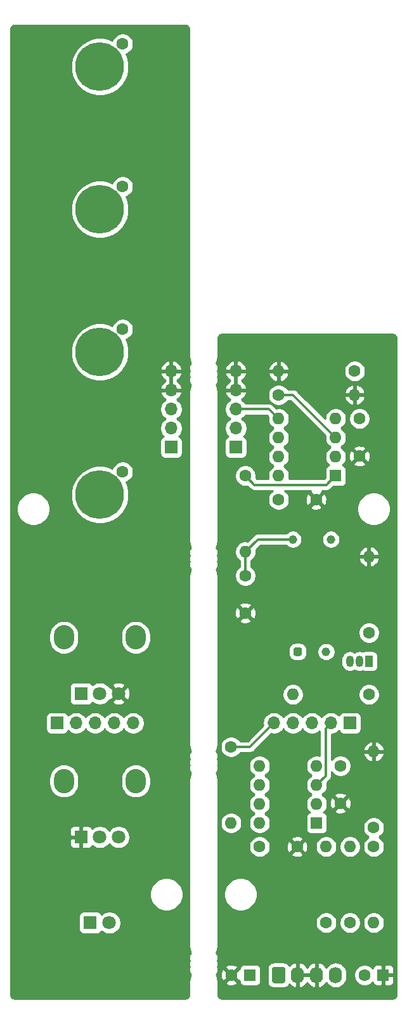
<source format=gbl>
%TF.GenerationSoftware,KiCad,Pcbnew,(5.1.8-0-10_14)*%
%TF.CreationDate,2021-07-08T18:32:03+01:00*%
%TF.ProjectId,4u-music-thing-vactrol-crossfader,34752d6d-7573-4696-932d-7468696e672d,rev?*%
%TF.SameCoordinates,Original*%
%TF.FileFunction,Copper,L2,Bot*%
%TF.FilePolarity,Positive*%
%FSLAX46Y46*%
G04 Gerber Fmt 4.6, Leading zero omitted, Abs format (unit mm)*
G04 Created by KiCad (PCBNEW (5.1.8-0-10_14)) date 2021-07-08 18:32:03*
%MOMM*%
%LPD*%
G01*
G04 APERTURE LIST*
%TA.AperFunction,ComponentPad*%
%ADD10C,1.150000*%
%TD*%
%TA.AperFunction,ComponentPad*%
%ADD11O,1.600000X1.600000*%
%TD*%
%TA.AperFunction,ComponentPad*%
%ADD12R,1.600000X1.600000*%
%TD*%
%TA.AperFunction,ComponentPad*%
%ADD13C,1.600000*%
%TD*%
%TA.AperFunction,ComponentPad*%
%ADD14O,1.700000X1.700000*%
%TD*%
%TA.AperFunction,ComponentPad*%
%ADD15R,1.700000X1.700000*%
%TD*%
%TA.AperFunction,ComponentPad*%
%ADD16R,1.050000X1.500000*%
%TD*%
%TA.AperFunction,ComponentPad*%
%ADD17O,1.050000X1.500000*%
%TD*%
%TA.AperFunction,ComponentPad*%
%ADD18O,2.720000X3.240000*%
%TD*%
%TA.AperFunction,ComponentPad*%
%ADD19C,1.800000*%
%TD*%
%TA.AperFunction,ComponentPad*%
%ADD20R,1.800000X1.800000*%
%TD*%
%TA.AperFunction,ComponentPad*%
%ADD21C,6.500000*%
%TD*%
%TA.AperFunction,ComponentPad*%
%ADD22O,1.740000X2.190000*%
%TD*%
%TA.AperFunction,Conductor*%
%ADD23C,0.304800*%
%TD*%
%TA.AperFunction,Conductor*%
%ADD24C,0.254000*%
%TD*%
%TA.AperFunction,Conductor*%
%ADD25C,0.100000*%
%TD*%
G04 APERTURE END LIST*
D10*
%TO.P,U2,2*%
%TO.N,/LED_MAIN*%
X129540000Y-116205000D03*
%TO.P,U2,4*%
%TO.N,/AUDIO_2*%
X130180000Y-101205000D03*
%TO.P,U2,3*%
%TO.N,Net-(C1-Pad1)*%
X125100000Y-101205000D03*
%TO.P,U2,1*%
%TO.N,Net-(Q1-Pad3)*%
%TA.AperFunction,ComponentPad*%
G36*
G01*
X126027500Y-116780000D02*
X125452500Y-116780000D01*
G75*
G02*
X125165000Y-116492500I0J287500D01*
G01*
X125165000Y-115917500D01*
G75*
G02*
X125452500Y-115630000I287500J0D01*
G01*
X126027500Y-115630000D01*
G75*
G02*
X126315000Y-115917500I0J-287500D01*
G01*
X126315000Y-116492500D01*
G75*
G02*
X126027500Y-116780000I-287500J0D01*
G01*
G37*
%TD.AperFunction*%
%TD*%
D11*
%TO.P,U3,8*%
%TO.N,+12V*%
X123190000Y-92710000D03*
%TO.P,U3,4*%
%TO.N,-12V*%
X130810000Y-85090000D03*
%TO.P,U3,7*%
%TO.N,/AUDIO_2*%
X123190000Y-90170000D03*
%TO.P,U3,3*%
%TO.N,/AUDIO_1_MAIN*%
X130810000Y-87630000D03*
%TO.P,U3,6*%
%TO.N,/AUDIO_2*%
X123190000Y-87630000D03*
%TO.P,U3,2*%
%TO.N,/AUDIO_1*%
X130810000Y-90170000D03*
%TO.P,U3,5*%
%TO.N,/AUDIO_2_MAIN*%
X123190000Y-85090000D03*
D12*
%TO.P,U3,1*%
%TO.N,/AUDIO_1*%
X130810000Y-92710000D03*
%TD*%
D11*
%TO.P,U1,8*%
%TO.N,+12V*%
X120650000Y-139065000D03*
%TO.P,U1,4*%
%TO.N,-12V*%
X128270000Y-131445000D03*
%TO.P,U1,7*%
%TO.N,Net-(R10-Pad2)*%
X120650000Y-136525000D03*
%TO.P,U1,3*%
%TO.N,/CV_ATTVERT_MAIN*%
X128270000Y-133985000D03*
%TO.P,U1,6*%
%TO.N,/OUT_MAIN*%
X120650000Y-133985000D03*
%TO.P,U1,2*%
%TO.N,Net-(R3-Pad1)*%
X128270000Y-136525000D03*
%TO.P,U1,5*%
%TO.N,Net-(C1-Pad1)*%
X120650000Y-131445000D03*
D12*
%TO.P,U1,1*%
%TO.N,Net-(R4-Pad1)*%
X128270000Y-139065000D03*
%TD*%
D13*
%TO.P,C7,2*%
%TO.N,-12V*%
X131445000Y-131445000D03*
%TO.P,C7,1*%
%TO.N,GND*%
X131445000Y-136445000D03*
%TD*%
%TO.P,C6,2*%
%TO.N,GND*%
X125650000Y-142240000D03*
%TO.P,C6,1*%
%TO.N,+12V*%
X120650000Y-142240000D03*
%TD*%
D14*
%TO.P,J9,5*%
%TO.N,/OUT_CTRL*%
X103759000Y-125730000D03*
%TO.P,J9,4*%
%TO.N,/FADE_POT_CTRL*%
X101219000Y-125730000D03*
%TO.P,J9,3*%
%TO.N,/LED_CTRL*%
X98679000Y-125730000D03*
%TO.P,J9,2*%
%TO.N,/CV_ATTVERT_CTRL*%
X96139000Y-125730000D03*
D15*
%TO.P,J9,1*%
%TO.N,/CV_IN_CTRL*%
X93599000Y-125730000D03*
%TD*%
D14*
%TO.P,J8,5*%
%TO.N,/OUT_MAIN*%
X122555000Y-125730000D03*
%TO.P,J8,4*%
%TO.N,/FADE_POT_MAIN*%
X125095000Y-125730000D03*
%TO.P,J8,3*%
%TO.N,/LED_MAIN*%
X127635000Y-125730000D03*
%TO.P,J8,2*%
%TO.N,/CV_ATTVERT_MAIN*%
X130175000Y-125730000D03*
D15*
%TO.P,J8,1*%
%TO.N,/CV_IN_MAIN*%
X132715000Y-125730000D03*
%TD*%
D14*
%TO.P,J7,5*%
%TO.N,GND1*%
X108839000Y-78740000D03*
%TO.P,J7,4*%
X108839000Y-81280000D03*
%TO.P,J7,3*%
%TO.N,/AUDIO_2_CTRL*%
X108839000Y-83820000D03*
%TO.P,J7,2*%
%TO.N,/AUDIO_1_CTRL*%
X108839000Y-86360000D03*
D15*
%TO.P,J7,1*%
%TO.N,+12VA*%
X108839000Y-88900000D03*
%TD*%
D14*
%TO.P,J6,5*%
%TO.N,GND*%
X117475000Y-78740000D03*
%TO.P,J6,4*%
X117475000Y-81280000D03*
%TO.P,J6,3*%
%TO.N,/AUDIO_2_MAIN*%
X117475000Y-83820000D03*
%TO.P,J6,2*%
%TO.N,/AUDIO_1_MAIN*%
X117475000Y-86360000D03*
D15*
%TO.P,J6,1*%
%TO.N,+12V*%
X117475000Y-88900000D03*
%TD*%
D13*
%TO.P,C3,2*%
%TO.N,-12V*%
X133985000Y-85090000D03*
%TO.P,C3,1*%
%TO.N,GND*%
X133985000Y-90090000D03*
%TD*%
%TO.P,C2,2*%
%TO.N,GND*%
X128190000Y-95885000D03*
%TO.P,C2,1*%
%TO.N,+12V*%
X123190000Y-95885000D03*
%TD*%
%TO.P,C1,1*%
%TO.N,Net-(C1-Pad1)*%
X118745000Y-106045000D03*
%TO.P,C1,2*%
%TO.N,GND*%
X118745000Y-111045000D03*
%TD*%
D16*
%TO.P,Q1,1*%
%TO.N,Net-(Q1-Pad1)*%
X135255000Y-117475000D03*
D17*
%TO.P,Q1,3*%
%TO.N,Net-(Q1-Pad3)*%
X132715000Y-117475000D03*
%TO.P,Q1,2*%
%TO.N,Net-(Q1-Pad2)*%
X133985000Y-117475000D03*
%TD*%
D18*
%TO.P,RV2,*%
%TO.N,*%
X94514000Y-133470000D03*
X104114000Y-133470000D03*
D19*
%TO.P,RV2,3*%
%TO.N,+12VA*%
X101814000Y-140970000D03*
%TO.P,RV2,2*%
%TO.N,/FADE_POT_CTRL*%
X99314000Y-140970000D03*
D20*
%TO.P,RV2,1*%
%TO.N,GND1*%
X96814000Y-140970000D03*
%TD*%
D18*
%TO.P,RV1,*%
%TO.N,*%
X94514000Y-114300000D03*
X104114000Y-114300000D03*
D19*
%TO.P,RV1,3*%
%TO.N,GND1*%
X101814000Y-121800000D03*
%TO.P,RV1,2*%
%TO.N,/CV_ATTVERT_CTRL*%
X99314000Y-121800000D03*
D20*
%TO.P,RV1,1*%
%TO.N,/CV_IN_CTRL*%
X96814000Y-121800000D03*
%TD*%
D11*
%TO.P,R10,2*%
%TO.N,Net-(R10-Pad2)*%
X116840000Y-139065000D03*
D13*
%TO.P,R10,1*%
%TO.N,/OUT_MAIN*%
X116840000Y-128905000D03*
%TD*%
D11*
%TO.P,R9,2*%
%TO.N,GND*%
X135255000Y-103505000D03*
D13*
%TO.P,R9,1*%
%TO.N,Net-(Q1-Pad1)*%
X135255000Y-113665000D03*
%TD*%
D11*
%TO.P,R8,2*%
%TO.N,GND*%
X135890000Y-129540000D03*
D13*
%TO.P,R8,1*%
%TO.N,Net-(Q1-Pad2)*%
X135890000Y-139700000D03*
%TD*%
%TO.P,R7,1*%
%TO.N,/AUDIO_1*%
X118745000Y-92710000D03*
D11*
%TO.P,R7,2*%
%TO.N,Net-(C1-Pad1)*%
X118745000Y-102870000D03*
%TD*%
%TO.P,R6,2*%
%TO.N,/FADE_POT_MAIN*%
X125095000Y-121920000D03*
D13*
%TO.P,R6,1*%
%TO.N,Net-(Q1-Pad2)*%
X135255000Y-121920000D03*
%TD*%
D11*
%TO.P,R5,2*%
%TO.N,Net-(R4-Pad1)*%
X135890000Y-152400000D03*
D13*
%TO.P,R5,1*%
%TO.N,Net-(Q1-Pad2)*%
X135890000Y-142240000D03*
%TD*%
D11*
%TO.P,R4,2*%
%TO.N,Net-(R3-Pad1)*%
X129540000Y-142240000D03*
D13*
%TO.P,R4,1*%
%TO.N,Net-(R4-Pad1)*%
X129540000Y-152400000D03*
%TD*%
D11*
%TO.P,R3,2*%
%TO.N,/CV_IN_MAIN*%
X132715000Y-142240000D03*
D13*
%TO.P,R3,1*%
%TO.N,Net-(R3-Pad1)*%
X132715000Y-152400000D03*
%TD*%
%TO.P,R2,1*%
%TO.N,/AUDIO_2_MAIN*%
X133350000Y-78740000D03*
D11*
%TO.P,R2,2*%
%TO.N,GND*%
X123190000Y-78740000D03*
%TD*%
%TO.P,R1,2*%
%TO.N,GND*%
X133350000Y-81915000D03*
D13*
%TO.P,R1,1*%
%TO.N,/AUDIO_1_MAIN*%
X123190000Y-81915000D03*
%TD*%
%TO.P,J5,1*%
%TO.N,/OUT_CTRL*%
X102362000Y-35052000D03*
D21*
X99314000Y-38100000D03*
%TD*%
D22*
%TO.P,J4,4*%
%TO.N,-12V*%
X130810000Y-159385000D03*
%TO.P,J4,3*%
%TO.N,GND*%
X128270000Y-159385000D03*
%TO.P,J4,2*%
X125730000Y-159385000D03*
%TO.P,J4,1*%
%TO.N,+12V*%
%TA.AperFunction,ComponentPad*%
G36*
G01*
X122320000Y-160230001D02*
X122320000Y-158539999D01*
G75*
G02*
X122569999Y-158290000I249999J0D01*
G01*
X123810001Y-158290000D01*
G75*
G02*
X124060000Y-158539999I0J-249999D01*
G01*
X124060000Y-160230001D01*
G75*
G02*
X123810001Y-160480000I-249999J0D01*
G01*
X122569999Y-160480000D01*
G75*
G02*
X122320000Y-160230001I0J249999D01*
G01*
G37*
%TD.AperFunction*%
%TD*%
D13*
%TO.P,J3,1*%
%TO.N,/CV_IN_CTRL*%
X102362000Y-92202000D03*
D21*
X99314000Y-95250000D03*
%TD*%
D13*
%TO.P,J2,1*%
%TO.N,/AUDIO_2_CTRL*%
X102362000Y-73152000D03*
D21*
X99314000Y-76200000D03*
%TD*%
D13*
%TO.P,J1,1*%
%TO.N,/AUDIO_1_CTRL*%
X102362000Y-54102000D03*
D21*
X99314000Y-57150000D03*
%TD*%
D19*
%TO.P,D1,2*%
%TO.N,+12VA*%
X100584000Y-152400000D03*
D20*
%TO.P,D1,1*%
%TO.N,/LED_CTRL*%
X98044000Y-152400000D03*
%TD*%
D13*
%TO.P,C5,2*%
%TO.N,-12V*%
X134660000Y-159385000D03*
D12*
%TO.P,C5,1*%
%TO.N,GND*%
X137160000Y-159385000D03*
%TD*%
D13*
%TO.P,C4,2*%
%TO.N,GND*%
X116880000Y-159385000D03*
D12*
%TO.P,C4,1*%
%TO.N,+12V*%
X119380000Y-159385000D03*
%TD*%
D23*
%TO.N,Net-(C1-Pad1)*%
X120410000Y-101205000D02*
X118745000Y-102870000D01*
X125100000Y-101205000D02*
X120410000Y-101205000D01*
X118745000Y-102870000D02*
X118745000Y-106045000D01*
%TO.N,/OUT_MAIN*%
X119380000Y-128905000D02*
X122555000Y-125730000D01*
X116840000Y-128905000D02*
X119380000Y-128905000D01*
%TO.N,/CV_ATTVERT_MAIN*%
X129476401Y-126428599D02*
X130175000Y-125730000D01*
X129476401Y-132778599D02*
X129476401Y-126428599D01*
X128270000Y-133985000D02*
X129476401Y-132778599D01*
%TO.N,/AUDIO_2_MAIN*%
X121920000Y-83820000D02*
X123190000Y-85090000D01*
X117475000Y-83820000D02*
X121920000Y-83820000D01*
%TO.N,/AUDIO_1_MAIN*%
X125095000Y-81915000D02*
X130810000Y-87630000D01*
X123190000Y-81915000D02*
X125095000Y-81915000D01*
%TO.N,/AUDIO_1*%
X119951401Y-93916401D02*
X118745000Y-92710000D01*
X129603599Y-93916401D02*
X119951401Y-93916401D01*
X130810000Y-92710000D02*
X129603599Y-93916401D01*
%TD*%
D24*
%TO.N,GND1*%
X110734869Y-32551722D02*
X110848246Y-32585953D01*
X110952819Y-32641555D01*
X111044596Y-32716407D01*
X111120091Y-32807664D01*
X111176419Y-32911844D01*
X111211440Y-33024976D01*
X111227000Y-33173022D01*
X111227001Y-76803919D01*
X111230274Y-76837151D01*
X111230274Y-76853637D01*
X111231237Y-76862802D01*
X111258866Y-77109118D01*
X111271297Y-77167598D01*
X111282921Y-77226308D01*
X111285647Y-77235111D01*
X111360592Y-77471369D01*
X111384146Y-77526324D01*
X111406953Y-77581658D01*
X111411336Y-77589764D01*
X111455792Y-77670629D01*
X111369576Y-77756845D01*
X111272723Y-77901795D01*
X111206010Y-78062855D01*
X111172000Y-78233835D01*
X111172000Y-78408165D01*
X111206010Y-78579145D01*
X111264768Y-78721000D01*
X111206010Y-78862855D01*
X111172000Y-79033835D01*
X111172000Y-79208165D01*
X111206010Y-79379145D01*
X111264768Y-79521000D01*
X111206010Y-79662855D01*
X111172000Y-79833835D01*
X111172000Y-80008165D01*
X111206010Y-80179145D01*
X111272723Y-80340205D01*
X111369576Y-80485155D01*
X111455980Y-80571559D01*
X111400081Y-80676691D01*
X111377298Y-80731968D01*
X111353721Y-80786975D01*
X111350997Y-80795778D01*
X111279357Y-81033059D01*
X111267736Y-81091746D01*
X111255300Y-81150252D01*
X111254337Y-81159417D01*
X111230158Y-81406015D01*
X111227000Y-81438082D01*
X111227001Y-101441919D01*
X111230274Y-101475151D01*
X111230274Y-101491637D01*
X111231237Y-101500802D01*
X111258866Y-101747118D01*
X111271297Y-101805598D01*
X111282921Y-101864308D01*
X111285647Y-101873111D01*
X111360592Y-102109369D01*
X111384146Y-102164324D01*
X111406953Y-102219658D01*
X111411336Y-102227764D01*
X111455792Y-102308629D01*
X111369576Y-102394845D01*
X111272723Y-102539795D01*
X111206010Y-102700855D01*
X111172000Y-102871835D01*
X111172000Y-103046165D01*
X111206010Y-103217145D01*
X111264768Y-103359000D01*
X111206010Y-103500855D01*
X111172000Y-103671835D01*
X111172000Y-103846165D01*
X111206010Y-104017145D01*
X111264768Y-104159000D01*
X111206010Y-104300855D01*
X111172000Y-104471835D01*
X111172000Y-104646165D01*
X111206010Y-104817145D01*
X111272723Y-104978205D01*
X111369576Y-105123155D01*
X111455980Y-105209559D01*
X111400081Y-105314691D01*
X111377298Y-105369968D01*
X111353721Y-105424975D01*
X111350997Y-105433778D01*
X111279357Y-105671059D01*
X111267736Y-105729746D01*
X111255300Y-105788252D01*
X111254337Y-105797417D01*
X111230158Y-106044015D01*
X111227000Y-106076082D01*
X111227001Y-128619919D01*
X111230274Y-128653151D01*
X111230274Y-128669637D01*
X111231237Y-128678802D01*
X111258866Y-128925118D01*
X111271297Y-128983598D01*
X111282921Y-129042308D01*
X111285647Y-129051111D01*
X111360592Y-129287369D01*
X111384146Y-129342324D01*
X111406953Y-129397658D01*
X111411336Y-129405764D01*
X111455792Y-129486629D01*
X111369576Y-129572845D01*
X111272723Y-129717795D01*
X111206010Y-129878855D01*
X111172000Y-130049835D01*
X111172000Y-130224165D01*
X111206010Y-130395145D01*
X111264768Y-130537000D01*
X111206010Y-130678855D01*
X111172000Y-130849835D01*
X111172000Y-131024165D01*
X111206010Y-131195145D01*
X111264768Y-131337000D01*
X111206010Y-131478855D01*
X111172000Y-131649835D01*
X111172000Y-131824165D01*
X111206010Y-131995145D01*
X111272723Y-132156205D01*
X111369576Y-132301155D01*
X111455980Y-132387559D01*
X111400081Y-132492691D01*
X111377298Y-132547968D01*
X111353721Y-132602975D01*
X111350997Y-132611778D01*
X111279357Y-132849059D01*
X111267736Y-132907746D01*
X111255300Y-132966252D01*
X111254337Y-132975417D01*
X111230158Y-133222015D01*
X111227000Y-133254082D01*
X111227001Y-155543919D01*
X111230274Y-155577151D01*
X111230274Y-155593637D01*
X111231237Y-155602802D01*
X111258866Y-155849118D01*
X111271297Y-155907598D01*
X111282921Y-155966308D01*
X111285647Y-155975111D01*
X111360592Y-156211369D01*
X111384146Y-156266324D01*
X111406953Y-156321658D01*
X111411336Y-156329764D01*
X111455792Y-156410629D01*
X111369576Y-156496845D01*
X111272723Y-156641795D01*
X111206010Y-156802855D01*
X111172000Y-156973835D01*
X111172000Y-157148165D01*
X111206010Y-157319145D01*
X111264768Y-157461000D01*
X111206010Y-157602855D01*
X111172000Y-157773835D01*
X111172000Y-157948165D01*
X111206010Y-158119145D01*
X111264768Y-158261000D01*
X111206010Y-158402855D01*
X111172000Y-158573835D01*
X111172000Y-158748165D01*
X111206010Y-158919145D01*
X111272723Y-159080205D01*
X111369576Y-159225155D01*
X111455980Y-159311559D01*
X111400081Y-159416691D01*
X111377298Y-159471968D01*
X111353721Y-159526975D01*
X111350997Y-159535778D01*
X111279357Y-159773059D01*
X111267736Y-159831746D01*
X111255300Y-159890252D01*
X111254337Y-159899417D01*
X111230158Y-160146015D01*
X111227000Y-160178082D01*
X111227001Y-161892711D01*
X111212278Y-162042869D01*
X111178047Y-162156246D01*
X111122446Y-162260817D01*
X111047594Y-162352595D01*
X110956335Y-162428091D01*
X110852160Y-162484419D01*
X110739024Y-162519440D01*
X110590979Y-162535000D01*
X88043279Y-162535000D01*
X87893131Y-162520278D01*
X87779754Y-162486047D01*
X87675183Y-162430446D01*
X87583405Y-162355594D01*
X87507909Y-162264335D01*
X87451581Y-162160160D01*
X87416560Y-162047024D01*
X87401000Y-161898979D01*
X87401000Y-151500000D01*
X96505928Y-151500000D01*
X96505928Y-153300000D01*
X96518188Y-153424482D01*
X96554498Y-153544180D01*
X96613463Y-153654494D01*
X96692815Y-153751185D01*
X96789506Y-153830537D01*
X96899820Y-153889502D01*
X97019518Y-153925812D01*
X97144000Y-153938072D01*
X98944000Y-153938072D01*
X99068482Y-153925812D01*
X99188180Y-153889502D01*
X99298494Y-153830537D01*
X99395185Y-153751185D01*
X99474537Y-153654494D01*
X99533502Y-153544180D01*
X99539056Y-153525873D01*
X99605495Y-153592312D01*
X99856905Y-153760299D01*
X100136257Y-153876011D01*
X100432816Y-153935000D01*
X100735184Y-153935000D01*
X101031743Y-153876011D01*
X101311095Y-153760299D01*
X101562505Y-153592312D01*
X101776312Y-153378505D01*
X101944299Y-153127095D01*
X102060011Y-152847743D01*
X102119000Y-152551184D01*
X102119000Y-152248816D01*
X102060011Y-151952257D01*
X101944299Y-151672905D01*
X101776312Y-151421495D01*
X101562505Y-151207688D01*
X101311095Y-151039701D01*
X101031743Y-150923989D01*
X100735184Y-150865000D01*
X100432816Y-150865000D01*
X100136257Y-150923989D01*
X99856905Y-151039701D01*
X99605495Y-151207688D01*
X99539056Y-151274127D01*
X99533502Y-151255820D01*
X99474537Y-151145506D01*
X99395185Y-151048815D01*
X99298494Y-150969463D01*
X99188180Y-150910498D01*
X99068482Y-150874188D01*
X98944000Y-150861928D01*
X97144000Y-150861928D01*
X97019518Y-150874188D01*
X96899820Y-150910498D01*
X96789506Y-150969463D01*
X96692815Y-151048815D01*
X96613463Y-151145506D01*
X96554498Y-151255820D01*
X96518188Y-151375518D01*
X96505928Y-151500000D01*
X87401000Y-151500000D01*
X87401000Y-148369872D01*
X105969000Y-148369872D01*
X105969000Y-148810128D01*
X106054890Y-149241925D01*
X106223369Y-149648669D01*
X106467962Y-150014729D01*
X106779271Y-150326038D01*
X107145331Y-150570631D01*
X107552075Y-150739110D01*
X107983872Y-150825000D01*
X108424128Y-150825000D01*
X108855925Y-150739110D01*
X109262669Y-150570631D01*
X109628729Y-150326038D01*
X109940038Y-150014729D01*
X110184631Y-149648669D01*
X110353110Y-149241925D01*
X110439000Y-148810128D01*
X110439000Y-148369872D01*
X110353110Y-147938075D01*
X110184631Y-147531331D01*
X109940038Y-147165271D01*
X109628729Y-146853962D01*
X109262669Y-146609369D01*
X108855925Y-146440890D01*
X108424128Y-146355000D01*
X107983872Y-146355000D01*
X107552075Y-146440890D01*
X107145331Y-146609369D01*
X106779271Y-146853962D01*
X106467962Y-147165271D01*
X106223369Y-147531331D01*
X106054890Y-147938075D01*
X105969000Y-148369872D01*
X87401000Y-148369872D01*
X87401000Y-141870000D01*
X95275928Y-141870000D01*
X95288188Y-141994482D01*
X95324498Y-142114180D01*
X95383463Y-142224494D01*
X95462815Y-142321185D01*
X95559506Y-142400537D01*
X95669820Y-142459502D01*
X95789518Y-142495812D01*
X95914000Y-142508072D01*
X96528250Y-142505000D01*
X96687000Y-142346250D01*
X96687000Y-141097000D01*
X95437750Y-141097000D01*
X95279000Y-141255750D01*
X95275928Y-141870000D01*
X87401000Y-141870000D01*
X87401000Y-140070000D01*
X95275928Y-140070000D01*
X95279000Y-140684250D01*
X95437750Y-140843000D01*
X96687000Y-140843000D01*
X96687000Y-139593750D01*
X96941000Y-139593750D01*
X96941000Y-140843000D01*
X96961000Y-140843000D01*
X96961000Y-141097000D01*
X96941000Y-141097000D01*
X96941000Y-142346250D01*
X97099750Y-142505000D01*
X97714000Y-142508072D01*
X97838482Y-142495812D01*
X97958180Y-142459502D01*
X98068494Y-142400537D01*
X98165185Y-142321185D01*
X98244537Y-142224494D01*
X98297880Y-142124697D01*
X98335495Y-142162312D01*
X98586905Y-142330299D01*
X98866257Y-142446011D01*
X99162816Y-142505000D01*
X99465184Y-142505000D01*
X99761743Y-142446011D01*
X100041095Y-142330299D01*
X100292505Y-142162312D01*
X100506312Y-141948505D01*
X100564000Y-141862169D01*
X100621688Y-141948505D01*
X100835495Y-142162312D01*
X101086905Y-142330299D01*
X101366257Y-142446011D01*
X101662816Y-142505000D01*
X101965184Y-142505000D01*
X102261743Y-142446011D01*
X102541095Y-142330299D01*
X102792505Y-142162312D01*
X103006312Y-141948505D01*
X103174299Y-141697095D01*
X103290011Y-141417743D01*
X103349000Y-141121184D01*
X103349000Y-140818816D01*
X103290011Y-140522257D01*
X103174299Y-140242905D01*
X103006312Y-139991495D01*
X102792505Y-139777688D01*
X102541095Y-139609701D01*
X102261743Y-139493989D01*
X101965184Y-139435000D01*
X101662816Y-139435000D01*
X101366257Y-139493989D01*
X101086905Y-139609701D01*
X100835495Y-139777688D01*
X100621688Y-139991495D01*
X100564000Y-140077831D01*
X100506312Y-139991495D01*
X100292505Y-139777688D01*
X100041095Y-139609701D01*
X99761743Y-139493989D01*
X99465184Y-139435000D01*
X99162816Y-139435000D01*
X98866257Y-139493989D01*
X98586905Y-139609701D01*
X98335495Y-139777688D01*
X98297880Y-139815303D01*
X98244537Y-139715506D01*
X98165185Y-139618815D01*
X98068494Y-139539463D01*
X97958180Y-139480498D01*
X97838482Y-139444188D01*
X97714000Y-139431928D01*
X97099750Y-139435000D01*
X96941000Y-139593750D01*
X96687000Y-139593750D01*
X96528250Y-139435000D01*
X95914000Y-139431928D01*
X95789518Y-139444188D01*
X95669820Y-139480498D01*
X95559506Y-139539463D01*
X95462815Y-139618815D01*
X95383463Y-139715506D01*
X95324498Y-139825820D01*
X95288188Y-139945518D01*
X95275928Y-140070000D01*
X87401000Y-140070000D01*
X87401000Y-133112002D01*
X92519000Y-133112002D01*
X92519000Y-133827997D01*
X92547867Y-134121087D01*
X92661943Y-134497146D01*
X92847193Y-134843725D01*
X93096497Y-135147503D01*
X93400275Y-135396807D01*
X93746853Y-135582057D01*
X94122912Y-135696133D01*
X94514000Y-135734652D01*
X94905087Y-135696133D01*
X95281146Y-135582057D01*
X95627725Y-135396807D01*
X95931503Y-135147503D01*
X96180807Y-134843725D01*
X96366057Y-134497147D01*
X96480133Y-134121088D01*
X96509000Y-133827998D01*
X96509000Y-133112003D01*
X96509000Y-133112002D01*
X102119000Y-133112002D01*
X102119000Y-133827997D01*
X102147867Y-134121087D01*
X102261943Y-134497146D01*
X102447193Y-134843725D01*
X102696497Y-135147503D01*
X103000275Y-135396807D01*
X103346853Y-135582057D01*
X103722912Y-135696133D01*
X104114000Y-135734652D01*
X104505087Y-135696133D01*
X104881146Y-135582057D01*
X105227725Y-135396807D01*
X105531503Y-135147503D01*
X105780807Y-134843725D01*
X105966057Y-134497147D01*
X106080133Y-134121088D01*
X106109000Y-133827998D01*
X106109000Y-133112003D01*
X106080133Y-132818913D01*
X105966057Y-132442853D01*
X105780807Y-132096275D01*
X105531503Y-131792497D01*
X105227725Y-131543193D01*
X104881147Y-131357943D01*
X104505088Y-131243867D01*
X104114000Y-131205348D01*
X103722913Y-131243867D01*
X103346854Y-131357943D01*
X103000276Y-131543193D01*
X102696498Y-131792497D01*
X102447193Y-132096275D01*
X102261943Y-132442853D01*
X102147867Y-132818912D01*
X102119000Y-133112002D01*
X96509000Y-133112002D01*
X96480133Y-132818913D01*
X96366057Y-132442853D01*
X96180807Y-132096275D01*
X95931503Y-131792497D01*
X95627725Y-131543193D01*
X95281147Y-131357943D01*
X94905088Y-131243867D01*
X94514000Y-131205348D01*
X94122913Y-131243867D01*
X93746854Y-131357943D01*
X93400276Y-131543193D01*
X93096498Y-131792497D01*
X92847193Y-132096275D01*
X92661943Y-132442853D01*
X92547867Y-132818912D01*
X92519000Y-133112002D01*
X87401000Y-133112002D01*
X87401000Y-124880000D01*
X92110928Y-124880000D01*
X92110928Y-126580000D01*
X92123188Y-126704482D01*
X92159498Y-126824180D01*
X92218463Y-126934494D01*
X92297815Y-127031185D01*
X92394506Y-127110537D01*
X92504820Y-127169502D01*
X92624518Y-127205812D01*
X92749000Y-127218072D01*
X94449000Y-127218072D01*
X94573482Y-127205812D01*
X94693180Y-127169502D01*
X94803494Y-127110537D01*
X94900185Y-127031185D01*
X94979537Y-126934494D01*
X95038502Y-126824180D01*
X95060513Y-126751620D01*
X95192368Y-126883475D01*
X95435589Y-127045990D01*
X95705842Y-127157932D01*
X95992740Y-127215000D01*
X96285260Y-127215000D01*
X96572158Y-127157932D01*
X96842411Y-127045990D01*
X97085632Y-126883475D01*
X97292475Y-126676632D01*
X97409000Y-126502240D01*
X97525525Y-126676632D01*
X97732368Y-126883475D01*
X97975589Y-127045990D01*
X98245842Y-127157932D01*
X98532740Y-127215000D01*
X98825260Y-127215000D01*
X99112158Y-127157932D01*
X99382411Y-127045990D01*
X99625632Y-126883475D01*
X99832475Y-126676632D01*
X99949000Y-126502240D01*
X100065525Y-126676632D01*
X100272368Y-126883475D01*
X100515589Y-127045990D01*
X100785842Y-127157932D01*
X101072740Y-127215000D01*
X101365260Y-127215000D01*
X101652158Y-127157932D01*
X101922411Y-127045990D01*
X102165632Y-126883475D01*
X102372475Y-126676632D01*
X102489000Y-126502240D01*
X102605525Y-126676632D01*
X102812368Y-126883475D01*
X103055589Y-127045990D01*
X103325842Y-127157932D01*
X103612740Y-127215000D01*
X103905260Y-127215000D01*
X104192158Y-127157932D01*
X104462411Y-127045990D01*
X104705632Y-126883475D01*
X104912475Y-126676632D01*
X105074990Y-126433411D01*
X105186932Y-126163158D01*
X105244000Y-125876260D01*
X105244000Y-125583740D01*
X105186932Y-125296842D01*
X105074990Y-125026589D01*
X104912475Y-124783368D01*
X104705632Y-124576525D01*
X104462411Y-124414010D01*
X104192158Y-124302068D01*
X103905260Y-124245000D01*
X103612740Y-124245000D01*
X103325842Y-124302068D01*
X103055589Y-124414010D01*
X102812368Y-124576525D01*
X102605525Y-124783368D01*
X102489000Y-124957760D01*
X102372475Y-124783368D01*
X102165632Y-124576525D01*
X101922411Y-124414010D01*
X101652158Y-124302068D01*
X101365260Y-124245000D01*
X101072740Y-124245000D01*
X100785842Y-124302068D01*
X100515589Y-124414010D01*
X100272368Y-124576525D01*
X100065525Y-124783368D01*
X99949000Y-124957760D01*
X99832475Y-124783368D01*
X99625632Y-124576525D01*
X99382411Y-124414010D01*
X99112158Y-124302068D01*
X98825260Y-124245000D01*
X98532740Y-124245000D01*
X98245842Y-124302068D01*
X97975589Y-124414010D01*
X97732368Y-124576525D01*
X97525525Y-124783368D01*
X97409000Y-124957760D01*
X97292475Y-124783368D01*
X97085632Y-124576525D01*
X96842411Y-124414010D01*
X96572158Y-124302068D01*
X96285260Y-124245000D01*
X95992740Y-124245000D01*
X95705842Y-124302068D01*
X95435589Y-124414010D01*
X95192368Y-124576525D01*
X95060513Y-124708380D01*
X95038502Y-124635820D01*
X94979537Y-124525506D01*
X94900185Y-124428815D01*
X94803494Y-124349463D01*
X94693180Y-124290498D01*
X94573482Y-124254188D01*
X94449000Y-124241928D01*
X92749000Y-124241928D01*
X92624518Y-124254188D01*
X92504820Y-124290498D01*
X92394506Y-124349463D01*
X92297815Y-124428815D01*
X92218463Y-124525506D01*
X92159498Y-124635820D01*
X92123188Y-124755518D01*
X92110928Y-124880000D01*
X87401000Y-124880000D01*
X87401000Y-120900000D01*
X95275928Y-120900000D01*
X95275928Y-122700000D01*
X95288188Y-122824482D01*
X95324498Y-122944180D01*
X95383463Y-123054494D01*
X95462815Y-123151185D01*
X95559506Y-123230537D01*
X95669820Y-123289502D01*
X95789518Y-123325812D01*
X95914000Y-123338072D01*
X97714000Y-123338072D01*
X97838482Y-123325812D01*
X97958180Y-123289502D01*
X98068494Y-123230537D01*
X98165185Y-123151185D01*
X98244537Y-123054494D01*
X98297880Y-122954697D01*
X98335495Y-122992312D01*
X98586905Y-123160299D01*
X98866257Y-123276011D01*
X99162816Y-123335000D01*
X99465184Y-123335000D01*
X99761743Y-123276011D01*
X100041095Y-123160299D01*
X100292505Y-122992312D01*
X100420737Y-122864080D01*
X100929525Y-122864080D01*
X101013208Y-123118261D01*
X101285775Y-123249158D01*
X101578642Y-123324365D01*
X101880553Y-123340991D01*
X102179907Y-123298397D01*
X102465199Y-123198222D01*
X102614792Y-123118261D01*
X102698475Y-122864080D01*
X101814000Y-121979605D01*
X100929525Y-122864080D01*
X100420737Y-122864080D01*
X100506312Y-122778505D01*
X100601738Y-122635690D01*
X100749920Y-122684475D01*
X101634395Y-121800000D01*
X101993605Y-121800000D01*
X102878080Y-122684475D01*
X103132261Y-122600792D01*
X103263158Y-122328225D01*
X103338365Y-122035358D01*
X103354991Y-121733447D01*
X103312397Y-121434093D01*
X103212222Y-121148801D01*
X103132261Y-120999208D01*
X102878080Y-120915525D01*
X101993605Y-121800000D01*
X101634395Y-121800000D01*
X100749920Y-120915525D01*
X100601738Y-120964310D01*
X100506312Y-120821495D01*
X100420737Y-120735920D01*
X100929525Y-120735920D01*
X101814000Y-121620395D01*
X102698475Y-120735920D01*
X102614792Y-120481739D01*
X102342225Y-120350842D01*
X102049358Y-120275635D01*
X101747447Y-120259009D01*
X101448093Y-120301603D01*
X101162801Y-120401778D01*
X101013208Y-120481739D01*
X100929525Y-120735920D01*
X100420737Y-120735920D01*
X100292505Y-120607688D01*
X100041095Y-120439701D01*
X99761743Y-120323989D01*
X99465184Y-120265000D01*
X99162816Y-120265000D01*
X98866257Y-120323989D01*
X98586905Y-120439701D01*
X98335495Y-120607688D01*
X98297880Y-120645303D01*
X98244537Y-120545506D01*
X98165185Y-120448815D01*
X98068494Y-120369463D01*
X97958180Y-120310498D01*
X97838482Y-120274188D01*
X97714000Y-120261928D01*
X95914000Y-120261928D01*
X95789518Y-120274188D01*
X95669820Y-120310498D01*
X95559506Y-120369463D01*
X95462815Y-120448815D01*
X95383463Y-120545506D01*
X95324498Y-120655820D01*
X95288188Y-120775518D01*
X95275928Y-120900000D01*
X87401000Y-120900000D01*
X87401000Y-113942002D01*
X92519000Y-113942002D01*
X92519000Y-114657997D01*
X92547867Y-114951087D01*
X92661943Y-115327146D01*
X92847193Y-115673725D01*
X93096497Y-115977503D01*
X93400275Y-116226807D01*
X93746853Y-116412057D01*
X94122912Y-116526133D01*
X94514000Y-116564652D01*
X94905087Y-116526133D01*
X95281146Y-116412057D01*
X95627725Y-116226807D01*
X95931503Y-115977503D01*
X96180807Y-115673725D01*
X96366057Y-115327147D01*
X96480133Y-114951088D01*
X96509000Y-114657998D01*
X96509000Y-113942003D01*
X96509000Y-113942002D01*
X102119000Y-113942002D01*
X102119000Y-114657997D01*
X102147867Y-114951087D01*
X102261943Y-115327146D01*
X102447193Y-115673725D01*
X102696497Y-115977503D01*
X103000275Y-116226807D01*
X103346853Y-116412057D01*
X103722912Y-116526133D01*
X104114000Y-116564652D01*
X104505087Y-116526133D01*
X104881146Y-116412057D01*
X105227725Y-116226807D01*
X105531503Y-115977503D01*
X105780807Y-115673725D01*
X105966057Y-115327147D01*
X106080133Y-114951088D01*
X106109000Y-114657998D01*
X106109000Y-113942003D01*
X106080133Y-113648913D01*
X105966057Y-113272853D01*
X105780807Y-112926275D01*
X105531503Y-112622497D01*
X105227725Y-112373193D01*
X104881147Y-112187943D01*
X104505088Y-112073867D01*
X104114000Y-112035348D01*
X103722913Y-112073867D01*
X103346854Y-112187943D01*
X103000276Y-112373193D01*
X102696498Y-112622497D01*
X102447193Y-112926275D01*
X102261943Y-113272853D01*
X102147867Y-113648912D01*
X102119000Y-113942002D01*
X96509000Y-113942002D01*
X96480133Y-113648913D01*
X96366057Y-113272853D01*
X96180807Y-112926275D01*
X95931503Y-112622497D01*
X95627725Y-112373193D01*
X95281147Y-112187943D01*
X94905088Y-112073867D01*
X94514000Y-112035348D01*
X94122913Y-112073867D01*
X93746854Y-112187943D01*
X93400276Y-112373193D01*
X93096498Y-112622497D01*
X92847193Y-112926275D01*
X92661943Y-113272853D01*
X92547867Y-113648912D01*
X92519000Y-113942002D01*
X87401000Y-113942002D01*
X87401000Y-96934872D01*
X88189000Y-96934872D01*
X88189000Y-97375128D01*
X88274890Y-97806925D01*
X88443369Y-98213669D01*
X88687962Y-98579729D01*
X88999271Y-98891038D01*
X89365331Y-99135631D01*
X89772075Y-99304110D01*
X90203872Y-99390000D01*
X90644128Y-99390000D01*
X91075925Y-99304110D01*
X91482669Y-99135631D01*
X91848729Y-98891038D01*
X92160038Y-98579729D01*
X92404631Y-98213669D01*
X92573110Y-97806925D01*
X92659000Y-97375128D01*
X92659000Y-96934872D01*
X92573110Y-96503075D01*
X92404631Y-96096331D01*
X92160038Y-95730271D01*
X91848729Y-95418962D01*
X91482669Y-95174369D01*
X91075925Y-95005890D01*
X90644128Y-94920000D01*
X90203872Y-94920000D01*
X89772075Y-95005890D01*
X89365331Y-95174369D01*
X88999271Y-95418962D01*
X88687962Y-95730271D01*
X88443369Y-96096331D01*
X88274890Y-96503075D01*
X88189000Y-96934872D01*
X87401000Y-96934872D01*
X87401000Y-94867361D01*
X95429000Y-94867361D01*
X95429000Y-95632639D01*
X95578298Y-96383213D01*
X95871158Y-97090238D01*
X96296323Y-97726543D01*
X96837457Y-98267677D01*
X97473762Y-98692842D01*
X98180787Y-98985702D01*
X98931361Y-99135000D01*
X99696639Y-99135000D01*
X100447213Y-98985702D01*
X101154238Y-98692842D01*
X101790543Y-98267677D01*
X102331677Y-97726543D01*
X102756842Y-97090238D01*
X103049702Y-96383213D01*
X103199000Y-95632639D01*
X103199000Y-94867361D01*
X103049702Y-94116787D01*
X102821161Y-93565041D01*
X103041727Y-93473680D01*
X103276759Y-93316637D01*
X103476637Y-93116759D01*
X103633680Y-92881727D01*
X103741853Y-92620574D01*
X103797000Y-92343335D01*
X103797000Y-92060665D01*
X103741853Y-91783426D01*
X103633680Y-91522273D01*
X103476637Y-91287241D01*
X103276759Y-91087363D01*
X103041727Y-90930320D01*
X102780574Y-90822147D01*
X102503335Y-90767000D01*
X102220665Y-90767000D01*
X101943426Y-90822147D01*
X101682273Y-90930320D01*
X101447241Y-91087363D01*
X101247363Y-91287241D01*
X101090320Y-91522273D01*
X100998959Y-91742839D01*
X100447213Y-91514298D01*
X99696639Y-91365000D01*
X98931361Y-91365000D01*
X98180787Y-91514298D01*
X97473762Y-91807158D01*
X96837457Y-92232323D01*
X96296323Y-92773457D01*
X95871158Y-93409762D01*
X95578298Y-94116787D01*
X95429000Y-94867361D01*
X87401000Y-94867361D01*
X87401000Y-88050000D01*
X107350928Y-88050000D01*
X107350928Y-89750000D01*
X107363188Y-89874482D01*
X107399498Y-89994180D01*
X107458463Y-90104494D01*
X107537815Y-90201185D01*
X107634506Y-90280537D01*
X107744820Y-90339502D01*
X107864518Y-90375812D01*
X107989000Y-90388072D01*
X109689000Y-90388072D01*
X109813482Y-90375812D01*
X109933180Y-90339502D01*
X110043494Y-90280537D01*
X110140185Y-90201185D01*
X110219537Y-90104494D01*
X110278502Y-89994180D01*
X110314812Y-89874482D01*
X110327072Y-89750000D01*
X110327072Y-88050000D01*
X110314812Y-87925518D01*
X110278502Y-87805820D01*
X110219537Y-87695506D01*
X110140185Y-87598815D01*
X110043494Y-87519463D01*
X109933180Y-87460498D01*
X109860620Y-87438487D01*
X109992475Y-87306632D01*
X110154990Y-87063411D01*
X110266932Y-86793158D01*
X110324000Y-86506260D01*
X110324000Y-86213740D01*
X110266932Y-85926842D01*
X110154990Y-85656589D01*
X109992475Y-85413368D01*
X109785632Y-85206525D01*
X109611240Y-85090000D01*
X109785632Y-84973475D01*
X109992475Y-84766632D01*
X110154990Y-84523411D01*
X110266932Y-84253158D01*
X110324000Y-83966260D01*
X110324000Y-83673740D01*
X110266932Y-83386842D01*
X110154990Y-83116589D01*
X109992475Y-82873368D01*
X109785632Y-82666525D01*
X109603466Y-82544805D01*
X109720355Y-82475178D01*
X109936588Y-82280269D01*
X110110641Y-82046920D01*
X110235825Y-81784099D01*
X110280476Y-81636890D01*
X110159155Y-81407000D01*
X108966000Y-81407000D01*
X108966000Y-81427000D01*
X108712000Y-81427000D01*
X108712000Y-81407000D01*
X107518845Y-81407000D01*
X107397524Y-81636890D01*
X107442175Y-81784099D01*
X107567359Y-82046920D01*
X107741412Y-82280269D01*
X107957645Y-82475178D01*
X108074534Y-82544805D01*
X107892368Y-82666525D01*
X107685525Y-82873368D01*
X107523010Y-83116589D01*
X107411068Y-83386842D01*
X107354000Y-83673740D01*
X107354000Y-83966260D01*
X107411068Y-84253158D01*
X107523010Y-84523411D01*
X107685525Y-84766632D01*
X107892368Y-84973475D01*
X108066760Y-85090000D01*
X107892368Y-85206525D01*
X107685525Y-85413368D01*
X107523010Y-85656589D01*
X107411068Y-85926842D01*
X107354000Y-86213740D01*
X107354000Y-86506260D01*
X107411068Y-86793158D01*
X107523010Y-87063411D01*
X107685525Y-87306632D01*
X107817380Y-87438487D01*
X107744820Y-87460498D01*
X107634506Y-87519463D01*
X107537815Y-87598815D01*
X107458463Y-87695506D01*
X107399498Y-87805820D01*
X107363188Y-87925518D01*
X107350928Y-88050000D01*
X87401000Y-88050000D01*
X87401000Y-75817361D01*
X95429000Y-75817361D01*
X95429000Y-76582639D01*
X95578298Y-77333213D01*
X95871158Y-78040238D01*
X96296323Y-78676543D01*
X96837457Y-79217677D01*
X97473762Y-79642842D01*
X98180787Y-79935702D01*
X98931361Y-80085000D01*
X99696639Y-80085000D01*
X100447213Y-79935702D01*
X101154238Y-79642842D01*
X101790543Y-79217677D01*
X101911330Y-79096890D01*
X107397524Y-79096890D01*
X107442175Y-79244099D01*
X107567359Y-79506920D01*
X107741412Y-79740269D01*
X107957645Y-79935178D01*
X108083255Y-80010000D01*
X107957645Y-80084822D01*
X107741412Y-80279731D01*
X107567359Y-80513080D01*
X107442175Y-80775901D01*
X107397524Y-80923110D01*
X107518845Y-81153000D01*
X108712000Y-81153000D01*
X108712000Y-78867000D01*
X108966000Y-78867000D01*
X108966000Y-81153000D01*
X110159155Y-81153000D01*
X110280476Y-80923110D01*
X110235825Y-80775901D01*
X110110641Y-80513080D01*
X109936588Y-80279731D01*
X109720355Y-80084822D01*
X109594745Y-80010000D01*
X109720355Y-79935178D01*
X109936588Y-79740269D01*
X110110641Y-79506920D01*
X110235825Y-79244099D01*
X110280476Y-79096890D01*
X110159155Y-78867000D01*
X108966000Y-78867000D01*
X108712000Y-78867000D01*
X107518845Y-78867000D01*
X107397524Y-79096890D01*
X101911330Y-79096890D01*
X102331677Y-78676543D01*
X102527742Y-78383110D01*
X107397524Y-78383110D01*
X107518845Y-78613000D01*
X108712000Y-78613000D01*
X108712000Y-77419186D01*
X108966000Y-77419186D01*
X108966000Y-78613000D01*
X110159155Y-78613000D01*
X110280476Y-78383110D01*
X110235825Y-78235901D01*
X110110641Y-77973080D01*
X109936588Y-77739731D01*
X109720355Y-77544822D01*
X109470252Y-77395843D01*
X109195891Y-77298519D01*
X108966000Y-77419186D01*
X108712000Y-77419186D01*
X108482109Y-77298519D01*
X108207748Y-77395843D01*
X107957645Y-77544822D01*
X107741412Y-77739731D01*
X107567359Y-77973080D01*
X107442175Y-78235901D01*
X107397524Y-78383110D01*
X102527742Y-78383110D01*
X102756842Y-78040238D01*
X103049702Y-77333213D01*
X103199000Y-76582639D01*
X103199000Y-75817361D01*
X103049702Y-75066787D01*
X102821161Y-74515041D01*
X103041727Y-74423680D01*
X103276759Y-74266637D01*
X103476637Y-74066759D01*
X103633680Y-73831727D01*
X103741853Y-73570574D01*
X103797000Y-73293335D01*
X103797000Y-73010665D01*
X103741853Y-72733426D01*
X103633680Y-72472273D01*
X103476637Y-72237241D01*
X103276759Y-72037363D01*
X103041727Y-71880320D01*
X102780574Y-71772147D01*
X102503335Y-71717000D01*
X102220665Y-71717000D01*
X101943426Y-71772147D01*
X101682273Y-71880320D01*
X101447241Y-72037363D01*
X101247363Y-72237241D01*
X101090320Y-72472273D01*
X100998959Y-72692839D01*
X100447213Y-72464298D01*
X99696639Y-72315000D01*
X98931361Y-72315000D01*
X98180787Y-72464298D01*
X97473762Y-72757158D01*
X96837457Y-73182323D01*
X96296323Y-73723457D01*
X95871158Y-74359762D01*
X95578298Y-75066787D01*
X95429000Y-75817361D01*
X87401000Y-75817361D01*
X87401000Y-56767361D01*
X95429000Y-56767361D01*
X95429000Y-57532639D01*
X95578298Y-58283213D01*
X95871158Y-58990238D01*
X96296323Y-59626543D01*
X96837457Y-60167677D01*
X97473762Y-60592842D01*
X98180787Y-60885702D01*
X98931361Y-61035000D01*
X99696639Y-61035000D01*
X100447213Y-60885702D01*
X101154238Y-60592842D01*
X101790543Y-60167677D01*
X102331677Y-59626543D01*
X102756842Y-58990238D01*
X103049702Y-58283213D01*
X103199000Y-57532639D01*
X103199000Y-56767361D01*
X103049702Y-56016787D01*
X102821161Y-55465041D01*
X103041727Y-55373680D01*
X103276759Y-55216637D01*
X103476637Y-55016759D01*
X103633680Y-54781727D01*
X103741853Y-54520574D01*
X103797000Y-54243335D01*
X103797000Y-53960665D01*
X103741853Y-53683426D01*
X103633680Y-53422273D01*
X103476637Y-53187241D01*
X103276759Y-52987363D01*
X103041727Y-52830320D01*
X102780574Y-52722147D01*
X102503335Y-52667000D01*
X102220665Y-52667000D01*
X101943426Y-52722147D01*
X101682273Y-52830320D01*
X101447241Y-52987363D01*
X101247363Y-53187241D01*
X101090320Y-53422273D01*
X100998959Y-53642839D01*
X100447213Y-53414298D01*
X99696639Y-53265000D01*
X98931361Y-53265000D01*
X98180787Y-53414298D01*
X97473762Y-53707158D01*
X96837457Y-54132323D01*
X96296323Y-54673457D01*
X95871158Y-55309762D01*
X95578298Y-56016787D01*
X95429000Y-56767361D01*
X87401000Y-56767361D01*
X87401000Y-37717361D01*
X95429000Y-37717361D01*
X95429000Y-38482639D01*
X95578298Y-39233213D01*
X95871158Y-39940238D01*
X96296323Y-40576543D01*
X96837457Y-41117677D01*
X97473762Y-41542842D01*
X98180787Y-41835702D01*
X98931361Y-41985000D01*
X99696639Y-41985000D01*
X100447213Y-41835702D01*
X101154238Y-41542842D01*
X101790543Y-41117677D01*
X102331677Y-40576543D01*
X102756842Y-39940238D01*
X103049702Y-39233213D01*
X103199000Y-38482639D01*
X103199000Y-37717361D01*
X103049702Y-36966787D01*
X102821161Y-36415041D01*
X103041727Y-36323680D01*
X103276759Y-36166637D01*
X103476637Y-35966759D01*
X103633680Y-35731727D01*
X103741853Y-35470574D01*
X103797000Y-35193335D01*
X103797000Y-34910665D01*
X103741853Y-34633426D01*
X103633680Y-34372273D01*
X103476637Y-34137241D01*
X103276759Y-33937363D01*
X103041727Y-33780320D01*
X102780574Y-33672147D01*
X102503335Y-33617000D01*
X102220665Y-33617000D01*
X101943426Y-33672147D01*
X101682273Y-33780320D01*
X101447241Y-33937363D01*
X101247363Y-34137241D01*
X101090320Y-34372273D01*
X100998959Y-34592839D01*
X100447213Y-34364298D01*
X99696639Y-34215000D01*
X98931361Y-34215000D01*
X98180787Y-34364298D01*
X97473762Y-34657158D01*
X96837457Y-35082323D01*
X96296323Y-35623457D01*
X95871158Y-36259762D01*
X95578298Y-36966787D01*
X95429000Y-37717361D01*
X87401000Y-37717361D01*
X87401000Y-33179279D01*
X87415722Y-33029131D01*
X87449953Y-32915754D01*
X87505555Y-32811181D01*
X87580407Y-32719404D01*
X87671664Y-32643909D01*
X87775844Y-32587581D01*
X87888976Y-32552560D01*
X88037022Y-32537000D01*
X110584721Y-32537000D01*
X110734869Y-32551722D01*
%TA.AperFunction,Conductor*%
D25*
G36*
X110734869Y-32551722D02*
G01*
X110848246Y-32585953D01*
X110952819Y-32641555D01*
X111044596Y-32716407D01*
X111120091Y-32807664D01*
X111176419Y-32911844D01*
X111211440Y-33024976D01*
X111227000Y-33173022D01*
X111227001Y-76803919D01*
X111230274Y-76837151D01*
X111230274Y-76853637D01*
X111231237Y-76862802D01*
X111258866Y-77109118D01*
X111271297Y-77167598D01*
X111282921Y-77226308D01*
X111285647Y-77235111D01*
X111360592Y-77471369D01*
X111384146Y-77526324D01*
X111406953Y-77581658D01*
X111411336Y-77589764D01*
X111455792Y-77670629D01*
X111369576Y-77756845D01*
X111272723Y-77901795D01*
X111206010Y-78062855D01*
X111172000Y-78233835D01*
X111172000Y-78408165D01*
X111206010Y-78579145D01*
X111264768Y-78721000D01*
X111206010Y-78862855D01*
X111172000Y-79033835D01*
X111172000Y-79208165D01*
X111206010Y-79379145D01*
X111264768Y-79521000D01*
X111206010Y-79662855D01*
X111172000Y-79833835D01*
X111172000Y-80008165D01*
X111206010Y-80179145D01*
X111272723Y-80340205D01*
X111369576Y-80485155D01*
X111455980Y-80571559D01*
X111400081Y-80676691D01*
X111377298Y-80731968D01*
X111353721Y-80786975D01*
X111350997Y-80795778D01*
X111279357Y-81033059D01*
X111267736Y-81091746D01*
X111255300Y-81150252D01*
X111254337Y-81159417D01*
X111230158Y-81406015D01*
X111227000Y-81438082D01*
X111227001Y-101441919D01*
X111230274Y-101475151D01*
X111230274Y-101491637D01*
X111231237Y-101500802D01*
X111258866Y-101747118D01*
X111271297Y-101805598D01*
X111282921Y-101864308D01*
X111285647Y-101873111D01*
X111360592Y-102109369D01*
X111384146Y-102164324D01*
X111406953Y-102219658D01*
X111411336Y-102227764D01*
X111455792Y-102308629D01*
X111369576Y-102394845D01*
X111272723Y-102539795D01*
X111206010Y-102700855D01*
X111172000Y-102871835D01*
X111172000Y-103046165D01*
X111206010Y-103217145D01*
X111264768Y-103359000D01*
X111206010Y-103500855D01*
X111172000Y-103671835D01*
X111172000Y-103846165D01*
X111206010Y-104017145D01*
X111264768Y-104159000D01*
X111206010Y-104300855D01*
X111172000Y-104471835D01*
X111172000Y-104646165D01*
X111206010Y-104817145D01*
X111272723Y-104978205D01*
X111369576Y-105123155D01*
X111455980Y-105209559D01*
X111400081Y-105314691D01*
X111377298Y-105369968D01*
X111353721Y-105424975D01*
X111350997Y-105433778D01*
X111279357Y-105671059D01*
X111267736Y-105729746D01*
X111255300Y-105788252D01*
X111254337Y-105797417D01*
X111230158Y-106044015D01*
X111227000Y-106076082D01*
X111227001Y-128619919D01*
X111230274Y-128653151D01*
X111230274Y-128669637D01*
X111231237Y-128678802D01*
X111258866Y-128925118D01*
X111271297Y-128983598D01*
X111282921Y-129042308D01*
X111285647Y-129051111D01*
X111360592Y-129287369D01*
X111384146Y-129342324D01*
X111406953Y-129397658D01*
X111411336Y-129405764D01*
X111455792Y-129486629D01*
X111369576Y-129572845D01*
X111272723Y-129717795D01*
X111206010Y-129878855D01*
X111172000Y-130049835D01*
X111172000Y-130224165D01*
X111206010Y-130395145D01*
X111264768Y-130537000D01*
X111206010Y-130678855D01*
X111172000Y-130849835D01*
X111172000Y-131024165D01*
X111206010Y-131195145D01*
X111264768Y-131337000D01*
X111206010Y-131478855D01*
X111172000Y-131649835D01*
X111172000Y-131824165D01*
X111206010Y-131995145D01*
X111272723Y-132156205D01*
X111369576Y-132301155D01*
X111455980Y-132387559D01*
X111400081Y-132492691D01*
X111377298Y-132547968D01*
X111353721Y-132602975D01*
X111350997Y-132611778D01*
X111279357Y-132849059D01*
X111267736Y-132907746D01*
X111255300Y-132966252D01*
X111254337Y-132975417D01*
X111230158Y-133222015D01*
X111227000Y-133254082D01*
X111227001Y-155543919D01*
X111230274Y-155577151D01*
X111230274Y-155593637D01*
X111231237Y-155602802D01*
X111258866Y-155849118D01*
X111271297Y-155907598D01*
X111282921Y-155966308D01*
X111285647Y-155975111D01*
X111360592Y-156211369D01*
X111384146Y-156266324D01*
X111406953Y-156321658D01*
X111411336Y-156329764D01*
X111455792Y-156410629D01*
X111369576Y-156496845D01*
X111272723Y-156641795D01*
X111206010Y-156802855D01*
X111172000Y-156973835D01*
X111172000Y-157148165D01*
X111206010Y-157319145D01*
X111264768Y-157461000D01*
X111206010Y-157602855D01*
X111172000Y-157773835D01*
X111172000Y-157948165D01*
X111206010Y-158119145D01*
X111264768Y-158261000D01*
X111206010Y-158402855D01*
X111172000Y-158573835D01*
X111172000Y-158748165D01*
X111206010Y-158919145D01*
X111272723Y-159080205D01*
X111369576Y-159225155D01*
X111455980Y-159311559D01*
X111400081Y-159416691D01*
X111377298Y-159471968D01*
X111353721Y-159526975D01*
X111350997Y-159535778D01*
X111279357Y-159773059D01*
X111267736Y-159831746D01*
X111255300Y-159890252D01*
X111254337Y-159899417D01*
X111230158Y-160146015D01*
X111227000Y-160178082D01*
X111227001Y-161892711D01*
X111212278Y-162042869D01*
X111178047Y-162156246D01*
X111122446Y-162260817D01*
X111047594Y-162352595D01*
X110956335Y-162428091D01*
X110852160Y-162484419D01*
X110739024Y-162519440D01*
X110590979Y-162535000D01*
X88043279Y-162535000D01*
X87893131Y-162520278D01*
X87779754Y-162486047D01*
X87675183Y-162430446D01*
X87583405Y-162355594D01*
X87507909Y-162264335D01*
X87451581Y-162160160D01*
X87416560Y-162047024D01*
X87401000Y-161898979D01*
X87401000Y-151500000D01*
X96505928Y-151500000D01*
X96505928Y-153300000D01*
X96518188Y-153424482D01*
X96554498Y-153544180D01*
X96613463Y-153654494D01*
X96692815Y-153751185D01*
X96789506Y-153830537D01*
X96899820Y-153889502D01*
X97019518Y-153925812D01*
X97144000Y-153938072D01*
X98944000Y-153938072D01*
X99068482Y-153925812D01*
X99188180Y-153889502D01*
X99298494Y-153830537D01*
X99395185Y-153751185D01*
X99474537Y-153654494D01*
X99533502Y-153544180D01*
X99539056Y-153525873D01*
X99605495Y-153592312D01*
X99856905Y-153760299D01*
X100136257Y-153876011D01*
X100432816Y-153935000D01*
X100735184Y-153935000D01*
X101031743Y-153876011D01*
X101311095Y-153760299D01*
X101562505Y-153592312D01*
X101776312Y-153378505D01*
X101944299Y-153127095D01*
X102060011Y-152847743D01*
X102119000Y-152551184D01*
X102119000Y-152248816D01*
X102060011Y-151952257D01*
X101944299Y-151672905D01*
X101776312Y-151421495D01*
X101562505Y-151207688D01*
X101311095Y-151039701D01*
X101031743Y-150923989D01*
X100735184Y-150865000D01*
X100432816Y-150865000D01*
X100136257Y-150923989D01*
X99856905Y-151039701D01*
X99605495Y-151207688D01*
X99539056Y-151274127D01*
X99533502Y-151255820D01*
X99474537Y-151145506D01*
X99395185Y-151048815D01*
X99298494Y-150969463D01*
X99188180Y-150910498D01*
X99068482Y-150874188D01*
X98944000Y-150861928D01*
X97144000Y-150861928D01*
X97019518Y-150874188D01*
X96899820Y-150910498D01*
X96789506Y-150969463D01*
X96692815Y-151048815D01*
X96613463Y-151145506D01*
X96554498Y-151255820D01*
X96518188Y-151375518D01*
X96505928Y-151500000D01*
X87401000Y-151500000D01*
X87401000Y-148369872D01*
X105969000Y-148369872D01*
X105969000Y-148810128D01*
X106054890Y-149241925D01*
X106223369Y-149648669D01*
X106467962Y-150014729D01*
X106779271Y-150326038D01*
X107145331Y-150570631D01*
X107552075Y-150739110D01*
X107983872Y-150825000D01*
X108424128Y-150825000D01*
X108855925Y-150739110D01*
X109262669Y-150570631D01*
X109628729Y-150326038D01*
X109940038Y-150014729D01*
X110184631Y-149648669D01*
X110353110Y-149241925D01*
X110439000Y-148810128D01*
X110439000Y-148369872D01*
X110353110Y-147938075D01*
X110184631Y-147531331D01*
X109940038Y-147165271D01*
X109628729Y-146853962D01*
X109262669Y-146609369D01*
X108855925Y-146440890D01*
X108424128Y-146355000D01*
X107983872Y-146355000D01*
X107552075Y-146440890D01*
X107145331Y-146609369D01*
X106779271Y-146853962D01*
X106467962Y-147165271D01*
X106223369Y-147531331D01*
X106054890Y-147938075D01*
X105969000Y-148369872D01*
X87401000Y-148369872D01*
X87401000Y-141870000D01*
X95275928Y-141870000D01*
X95288188Y-141994482D01*
X95324498Y-142114180D01*
X95383463Y-142224494D01*
X95462815Y-142321185D01*
X95559506Y-142400537D01*
X95669820Y-142459502D01*
X95789518Y-142495812D01*
X95914000Y-142508072D01*
X96528250Y-142505000D01*
X96687000Y-142346250D01*
X96687000Y-141097000D01*
X95437750Y-141097000D01*
X95279000Y-141255750D01*
X95275928Y-141870000D01*
X87401000Y-141870000D01*
X87401000Y-140070000D01*
X95275928Y-140070000D01*
X95279000Y-140684250D01*
X95437750Y-140843000D01*
X96687000Y-140843000D01*
X96687000Y-139593750D01*
X96941000Y-139593750D01*
X96941000Y-140843000D01*
X96961000Y-140843000D01*
X96961000Y-141097000D01*
X96941000Y-141097000D01*
X96941000Y-142346250D01*
X97099750Y-142505000D01*
X97714000Y-142508072D01*
X97838482Y-142495812D01*
X97958180Y-142459502D01*
X98068494Y-142400537D01*
X98165185Y-142321185D01*
X98244537Y-142224494D01*
X98297880Y-142124697D01*
X98335495Y-142162312D01*
X98586905Y-142330299D01*
X98866257Y-142446011D01*
X99162816Y-142505000D01*
X99465184Y-142505000D01*
X99761743Y-142446011D01*
X100041095Y-142330299D01*
X100292505Y-142162312D01*
X100506312Y-141948505D01*
X100564000Y-141862169D01*
X100621688Y-141948505D01*
X100835495Y-142162312D01*
X101086905Y-142330299D01*
X101366257Y-142446011D01*
X101662816Y-142505000D01*
X101965184Y-142505000D01*
X102261743Y-142446011D01*
X102541095Y-142330299D01*
X102792505Y-142162312D01*
X103006312Y-141948505D01*
X103174299Y-141697095D01*
X103290011Y-141417743D01*
X103349000Y-141121184D01*
X103349000Y-140818816D01*
X103290011Y-140522257D01*
X103174299Y-140242905D01*
X103006312Y-139991495D01*
X102792505Y-139777688D01*
X102541095Y-139609701D01*
X102261743Y-139493989D01*
X101965184Y-139435000D01*
X101662816Y-139435000D01*
X101366257Y-139493989D01*
X101086905Y-139609701D01*
X100835495Y-139777688D01*
X100621688Y-139991495D01*
X100564000Y-140077831D01*
X100506312Y-139991495D01*
X100292505Y-139777688D01*
X100041095Y-139609701D01*
X99761743Y-139493989D01*
X99465184Y-139435000D01*
X99162816Y-139435000D01*
X98866257Y-139493989D01*
X98586905Y-139609701D01*
X98335495Y-139777688D01*
X98297880Y-139815303D01*
X98244537Y-139715506D01*
X98165185Y-139618815D01*
X98068494Y-139539463D01*
X97958180Y-139480498D01*
X97838482Y-139444188D01*
X97714000Y-139431928D01*
X97099750Y-139435000D01*
X96941000Y-139593750D01*
X96687000Y-139593750D01*
X96528250Y-139435000D01*
X95914000Y-139431928D01*
X95789518Y-139444188D01*
X95669820Y-139480498D01*
X95559506Y-139539463D01*
X95462815Y-139618815D01*
X95383463Y-139715506D01*
X95324498Y-139825820D01*
X95288188Y-139945518D01*
X95275928Y-140070000D01*
X87401000Y-140070000D01*
X87401000Y-133112002D01*
X92519000Y-133112002D01*
X92519000Y-133827997D01*
X92547867Y-134121087D01*
X92661943Y-134497146D01*
X92847193Y-134843725D01*
X93096497Y-135147503D01*
X93400275Y-135396807D01*
X93746853Y-135582057D01*
X94122912Y-135696133D01*
X94514000Y-135734652D01*
X94905087Y-135696133D01*
X95281146Y-135582057D01*
X95627725Y-135396807D01*
X95931503Y-135147503D01*
X96180807Y-134843725D01*
X96366057Y-134497147D01*
X96480133Y-134121088D01*
X96509000Y-133827998D01*
X96509000Y-133112003D01*
X96509000Y-133112002D01*
X102119000Y-133112002D01*
X102119000Y-133827997D01*
X102147867Y-134121087D01*
X102261943Y-134497146D01*
X102447193Y-134843725D01*
X102696497Y-135147503D01*
X103000275Y-135396807D01*
X103346853Y-135582057D01*
X103722912Y-135696133D01*
X104114000Y-135734652D01*
X104505087Y-135696133D01*
X104881146Y-135582057D01*
X105227725Y-135396807D01*
X105531503Y-135147503D01*
X105780807Y-134843725D01*
X105966057Y-134497147D01*
X106080133Y-134121088D01*
X106109000Y-133827998D01*
X106109000Y-133112003D01*
X106080133Y-132818913D01*
X105966057Y-132442853D01*
X105780807Y-132096275D01*
X105531503Y-131792497D01*
X105227725Y-131543193D01*
X104881147Y-131357943D01*
X104505088Y-131243867D01*
X104114000Y-131205348D01*
X103722913Y-131243867D01*
X103346854Y-131357943D01*
X103000276Y-131543193D01*
X102696498Y-131792497D01*
X102447193Y-132096275D01*
X102261943Y-132442853D01*
X102147867Y-132818912D01*
X102119000Y-133112002D01*
X96509000Y-133112002D01*
X96480133Y-132818913D01*
X96366057Y-132442853D01*
X96180807Y-132096275D01*
X95931503Y-131792497D01*
X95627725Y-131543193D01*
X95281147Y-131357943D01*
X94905088Y-131243867D01*
X94514000Y-131205348D01*
X94122913Y-131243867D01*
X93746854Y-131357943D01*
X93400276Y-131543193D01*
X93096498Y-131792497D01*
X92847193Y-132096275D01*
X92661943Y-132442853D01*
X92547867Y-132818912D01*
X92519000Y-133112002D01*
X87401000Y-133112002D01*
X87401000Y-124880000D01*
X92110928Y-124880000D01*
X92110928Y-126580000D01*
X92123188Y-126704482D01*
X92159498Y-126824180D01*
X92218463Y-126934494D01*
X92297815Y-127031185D01*
X92394506Y-127110537D01*
X92504820Y-127169502D01*
X92624518Y-127205812D01*
X92749000Y-127218072D01*
X94449000Y-127218072D01*
X94573482Y-127205812D01*
X94693180Y-127169502D01*
X94803494Y-127110537D01*
X94900185Y-127031185D01*
X94979537Y-126934494D01*
X95038502Y-126824180D01*
X95060513Y-126751620D01*
X95192368Y-126883475D01*
X95435589Y-127045990D01*
X95705842Y-127157932D01*
X95992740Y-127215000D01*
X96285260Y-127215000D01*
X96572158Y-127157932D01*
X96842411Y-127045990D01*
X97085632Y-126883475D01*
X97292475Y-126676632D01*
X97409000Y-126502240D01*
X97525525Y-126676632D01*
X97732368Y-126883475D01*
X97975589Y-127045990D01*
X98245842Y-127157932D01*
X98532740Y-127215000D01*
X98825260Y-127215000D01*
X99112158Y-127157932D01*
X99382411Y-127045990D01*
X99625632Y-126883475D01*
X99832475Y-126676632D01*
X99949000Y-126502240D01*
X100065525Y-126676632D01*
X100272368Y-126883475D01*
X100515589Y-127045990D01*
X100785842Y-127157932D01*
X101072740Y-127215000D01*
X101365260Y-127215000D01*
X101652158Y-127157932D01*
X101922411Y-127045990D01*
X102165632Y-126883475D01*
X102372475Y-126676632D01*
X102489000Y-126502240D01*
X102605525Y-126676632D01*
X102812368Y-126883475D01*
X103055589Y-127045990D01*
X103325842Y-127157932D01*
X103612740Y-127215000D01*
X103905260Y-127215000D01*
X104192158Y-127157932D01*
X104462411Y-127045990D01*
X104705632Y-126883475D01*
X104912475Y-126676632D01*
X105074990Y-126433411D01*
X105186932Y-126163158D01*
X105244000Y-125876260D01*
X105244000Y-125583740D01*
X105186932Y-125296842D01*
X105074990Y-125026589D01*
X104912475Y-124783368D01*
X104705632Y-124576525D01*
X104462411Y-124414010D01*
X104192158Y-124302068D01*
X103905260Y-124245000D01*
X103612740Y-124245000D01*
X103325842Y-124302068D01*
X103055589Y-124414010D01*
X102812368Y-124576525D01*
X102605525Y-124783368D01*
X102489000Y-124957760D01*
X102372475Y-124783368D01*
X102165632Y-124576525D01*
X101922411Y-124414010D01*
X101652158Y-124302068D01*
X101365260Y-124245000D01*
X101072740Y-124245000D01*
X100785842Y-124302068D01*
X100515589Y-124414010D01*
X100272368Y-124576525D01*
X100065525Y-124783368D01*
X99949000Y-124957760D01*
X99832475Y-124783368D01*
X99625632Y-124576525D01*
X99382411Y-124414010D01*
X99112158Y-124302068D01*
X98825260Y-124245000D01*
X98532740Y-124245000D01*
X98245842Y-124302068D01*
X97975589Y-124414010D01*
X97732368Y-124576525D01*
X97525525Y-124783368D01*
X97409000Y-124957760D01*
X97292475Y-124783368D01*
X97085632Y-124576525D01*
X96842411Y-124414010D01*
X96572158Y-124302068D01*
X96285260Y-124245000D01*
X95992740Y-124245000D01*
X95705842Y-124302068D01*
X95435589Y-124414010D01*
X95192368Y-124576525D01*
X95060513Y-124708380D01*
X95038502Y-124635820D01*
X94979537Y-124525506D01*
X94900185Y-124428815D01*
X94803494Y-124349463D01*
X94693180Y-124290498D01*
X94573482Y-124254188D01*
X94449000Y-124241928D01*
X92749000Y-124241928D01*
X92624518Y-124254188D01*
X92504820Y-124290498D01*
X92394506Y-124349463D01*
X92297815Y-124428815D01*
X92218463Y-124525506D01*
X92159498Y-124635820D01*
X92123188Y-124755518D01*
X92110928Y-124880000D01*
X87401000Y-124880000D01*
X87401000Y-120900000D01*
X95275928Y-120900000D01*
X95275928Y-122700000D01*
X95288188Y-122824482D01*
X95324498Y-122944180D01*
X95383463Y-123054494D01*
X95462815Y-123151185D01*
X95559506Y-123230537D01*
X95669820Y-123289502D01*
X95789518Y-123325812D01*
X95914000Y-123338072D01*
X97714000Y-123338072D01*
X97838482Y-123325812D01*
X97958180Y-123289502D01*
X98068494Y-123230537D01*
X98165185Y-123151185D01*
X98244537Y-123054494D01*
X98297880Y-122954697D01*
X98335495Y-122992312D01*
X98586905Y-123160299D01*
X98866257Y-123276011D01*
X99162816Y-123335000D01*
X99465184Y-123335000D01*
X99761743Y-123276011D01*
X100041095Y-123160299D01*
X100292505Y-122992312D01*
X100420737Y-122864080D01*
X100929525Y-122864080D01*
X101013208Y-123118261D01*
X101285775Y-123249158D01*
X101578642Y-123324365D01*
X101880553Y-123340991D01*
X102179907Y-123298397D01*
X102465199Y-123198222D01*
X102614792Y-123118261D01*
X102698475Y-122864080D01*
X101814000Y-121979605D01*
X100929525Y-122864080D01*
X100420737Y-122864080D01*
X100506312Y-122778505D01*
X100601738Y-122635690D01*
X100749920Y-122684475D01*
X101634395Y-121800000D01*
X101993605Y-121800000D01*
X102878080Y-122684475D01*
X103132261Y-122600792D01*
X103263158Y-122328225D01*
X103338365Y-122035358D01*
X103354991Y-121733447D01*
X103312397Y-121434093D01*
X103212222Y-121148801D01*
X103132261Y-120999208D01*
X102878080Y-120915525D01*
X101993605Y-121800000D01*
X101634395Y-121800000D01*
X100749920Y-120915525D01*
X100601738Y-120964310D01*
X100506312Y-120821495D01*
X100420737Y-120735920D01*
X100929525Y-120735920D01*
X101814000Y-121620395D01*
X102698475Y-120735920D01*
X102614792Y-120481739D01*
X102342225Y-120350842D01*
X102049358Y-120275635D01*
X101747447Y-120259009D01*
X101448093Y-120301603D01*
X101162801Y-120401778D01*
X101013208Y-120481739D01*
X100929525Y-120735920D01*
X100420737Y-120735920D01*
X100292505Y-120607688D01*
X100041095Y-120439701D01*
X99761743Y-120323989D01*
X99465184Y-120265000D01*
X99162816Y-120265000D01*
X98866257Y-120323989D01*
X98586905Y-120439701D01*
X98335495Y-120607688D01*
X98297880Y-120645303D01*
X98244537Y-120545506D01*
X98165185Y-120448815D01*
X98068494Y-120369463D01*
X97958180Y-120310498D01*
X97838482Y-120274188D01*
X97714000Y-120261928D01*
X95914000Y-120261928D01*
X95789518Y-120274188D01*
X95669820Y-120310498D01*
X95559506Y-120369463D01*
X95462815Y-120448815D01*
X95383463Y-120545506D01*
X95324498Y-120655820D01*
X95288188Y-120775518D01*
X95275928Y-120900000D01*
X87401000Y-120900000D01*
X87401000Y-113942002D01*
X92519000Y-113942002D01*
X92519000Y-114657997D01*
X92547867Y-114951087D01*
X92661943Y-115327146D01*
X92847193Y-115673725D01*
X93096497Y-115977503D01*
X93400275Y-116226807D01*
X93746853Y-116412057D01*
X94122912Y-116526133D01*
X94514000Y-116564652D01*
X94905087Y-116526133D01*
X95281146Y-116412057D01*
X95627725Y-116226807D01*
X95931503Y-115977503D01*
X96180807Y-115673725D01*
X96366057Y-115327147D01*
X96480133Y-114951088D01*
X96509000Y-114657998D01*
X96509000Y-113942003D01*
X96509000Y-113942002D01*
X102119000Y-113942002D01*
X102119000Y-114657997D01*
X102147867Y-114951087D01*
X102261943Y-115327146D01*
X102447193Y-115673725D01*
X102696497Y-115977503D01*
X103000275Y-116226807D01*
X103346853Y-116412057D01*
X103722912Y-116526133D01*
X104114000Y-116564652D01*
X104505087Y-116526133D01*
X104881146Y-116412057D01*
X105227725Y-116226807D01*
X105531503Y-115977503D01*
X105780807Y-115673725D01*
X105966057Y-115327147D01*
X106080133Y-114951088D01*
X106109000Y-114657998D01*
X106109000Y-113942003D01*
X106080133Y-113648913D01*
X105966057Y-113272853D01*
X105780807Y-112926275D01*
X105531503Y-112622497D01*
X105227725Y-112373193D01*
X104881147Y-112187943D01*
X104505088Y-112073867D01*
X104114000Y-112035348D01*
X103722913Y-112073867D01*
X103346854Y-112187943D01*
X103000276Y-112373193D01*
X102696498Y-112622497D01*
X102447193Y-112926275D01*
X102261943Y-113272853D01*
X102147867Y-113648912D01*
X102119000Y-113942002D01*
X96509000Y-113942002D01*
X96480133Y-113648913D01*
X96366057Y-113272853D01*
X96180807Y-112926275D01*
X95931503Y-112622497D01*
X95627725Y-112373193D01*
X95281147Y-112187943D01*
X94905088Y-112073867D01*
X94514000Y-112035348D01*
X94122913Y-112073867D01*
X93746854Y-112187943D01*
X93400276Y-112373193D01*
X93096498Y-112622497D01*
X92847193Y-112926275D01*
X92661943Y-113272853D01*
X92547867Y-113648912D01*
X92519000Y-113942002D01*
X87401000Y-113942002D01*
X87401000Y-96934872D01*
X88189000Y-96934872D01*
X88189000Y-97375128D01*
X88274890Y-97806925D01*
X88443369Y-98213669D01*
X88687962Y-98579729D01*
X88999271Y-98891038D01*
X89365331Y-99135631D01*
X89772075Y-99304110D01*
X90203872Y-99390000D01*
X90644128Y-99390000D01*
X91075925Y-99304110D01*
X91482669Y-99135631D01*
X91848729Y-98891038D01*
X92160038Y-98579729D01*
X92404631Y-98213669D01*
X92573110Y-97806925D01*
X92659000Y-97375128D01*
X92659000Y-96934872D01*
X92573110Y-96503075D01*
X92404631Y-96096331D01*
X92160038Y-95730271D01*
X91848729Y-95418962D01*
X91482669Y-95174369D01*
X91075925Y-95005890D01*
X90644128Y-94920000D01*
X90203872Y-94920000D01*
X89772075Y-95005890D01*
X89365331Y-95174369D01*
X88999271Y-95418962D01*
X88687962Y-95730271D01*
X88443369Y-96096331D01*
X88274890Y-96503075D01*
X88189000Y-96934872D01*
X87401000Y-96934872D01*
X87401000Y-94867361D01*
X95429000Y-94867361D01*
X95429000Y-95632639D01*
X95578298Y-96383213D01*
X95871158Y-97090238D01*
X96296323Y-97726543D01*
X96837457Y-98267677D01*
X97473762Y-98692842D01*
X98180787Y-98985702D01*
X98931361Y-99135000D01*
X99696639Y-99135000D01*
X100447213Y-98985702D01*
X101154238Y-98692842D01*
X101790543Y-98267677D01*
X102331677Y-97726543D01*
X102756842Y-97090238D01*
X103049702Y-96383213D01*
X103199000Y-95632639D01*
X103199000Y-94867361D01*
X103049702Y-94116787D01*
X102821161Y-93565041D01*
X103041727Y-93473680D01*
X103276759Y-93316637D01*
X103476637Y-93116759D01*
X103633680Y-92881727D01*
X103741853Y-92620574D01*
X103797000Y-92343335D01*
X103797000Y-92060665D01*
X103741853Y-91783426D01*
X103633680Y-91522273D01*
X103476637Y-91287241D01*
X103276759Y-91087363D01*
X103041727Y-90930320D01*
X102780574Y-90822147D01*
X102503335Y-90767000D01*
X102220665Y-90767000D01*
X101943426Y-90822147D01*
X101682273Y-90930320D01*
X101447241Y-91087363D01*
X101247363Y-91287241D01*
X101090320Y-91522273D01*
X100998959Y-91742839D01*
X100447213Y-91514298D01*
X99696639Y-91365000D01*
X98931361Y-91365000D01*
X98180787Y-91514298D01*
X97473762Y-91807158D01*
X96837457Y-92232323D01*
X96296323Y-92773457D01*
X95871158Y-93409762D01*
X95578298Y-94116787D01*
X95429000Y-94867361D01*
X87401000Y-94867361D01*
X87401000Y-88050000D01*
X107350928Y-88050000D01*
X107350928Y-89750000D01*
X107363188Y-89874482D01*
X107399498Y-89994180D01*
X107458463Y-90104494D01*
X107537815Y-90201185D01*
X107634506Y-90280537D01*
X107744820Y-90339502D01*
X107864518Y-90375812D01*
X107989000Y-90388072D01*
X109689000Y-90388072D01*
X109813482Y-90375812D01*
X109933180Y-90339502D01*
X110043494Y-90280537D01*
X110140185Y-90201185D01*
X110219537Y-90104494D01*
X110278502Y-89994180D01*
X110314812Y-89874482D01*
X110327072Y-89750000D01*
X110327072Y-88050000D01*
X110314812Y-87925518D01*
X110278502Y-87805820D01*
X110219537Y-87695506D01*
X110140185Y-87598815D01*
X110043494Y-87519463D01*
X109933180Y-87460498D01*
X109860620Y-87438487D01*
X109992475Y-87306632D01*
X110154990Y-87063411D01*
X110266932Y-86793158D01*
X110324000Y-86506260D01*
X110324000Y-86213740D01*
X110266932Y-85926842D01*
X110154990Y-85656589D01*
X109992475Y-85413368D01*
X109785632Y-85206525D01*
X109611240Y-85090000D01*
X109785632Y-84973475D01*
X109992475Y-84766632D01*
X110154990Y-84523411D01*
X110266932Y-84253158D01*
X110324000Y-83966260D01*
X110324000Y-83673740D01*
X110266932Y-83386842D01*
X110154990Y-83116589D01*
X109992475Y-82873368D01*
X109785632Y-82666525D01*
X109603466Y-82544805D01*
X109720355Y-82475178D01*
X109936588Y-82280269D01*
X110110641Y-82046920D01*
X110235825Y-81784099D01*
X110280476Y-81636890D01*
X110159155Y-81407000D01*
X108966000Y-81407000D01*
X108966000Y-81427000D01*
X108712000Y-81427000D01*
X108712000Y-81407000D01*
X107518845Y-81407000D01*
X107397524Y-81636890D01*
X107442175Y-81784099D01*
X107567359Y-82046920D01*
X107741412Y-82280269D01*
X107957645Y-82475178D01*
X108074534Y-82544805D01*
X107892368Y-82666525D01*
X107685525Y-82873368D01*
X107523010Y-83116589D01*
X107411068Y-83386842D01*
X107354000Y-83673740D01*
X107354000Y-83966260D01*
X107411068Y-84253158D01*
X107523010Y-84523411D01*
X107685525Y-84766632D01*
X107892368Y-84973475D01*
X108066760Y-85090000D01*
X107892368Y-85206525D01*
X107685525Y-85413368D01*
X107523010Y-85656589D01*
X107411068Y-85926842D01*
X107354000Y-86213740D01*
X107354000Y-86506260D01*
X107411068Y-86793158D01*
X107523010Y-87063411D01*
X107685525Y-87306632D01*
X107817380Y-87438487D01*
X107744820Y-87460498D01*
X107634506Y-87519463D01*
X107537815Y-87598815D01*
X107458463Y-87695506D01*
X107399498Y-87805820D01*
X107363188Y-87925518D01*
X107350928Y-88050000D01*
X87401000Y-88050000D01*
X87401000Y-75817361D01*
X95429000Y-75817361D01*
X95429000Y-76582639D01*
X95578298Y-77333213D01*
X95871158Y-78040238D01*
X96296323Y-78676543D01*
X96837457Y-79217677D01*
X97473762Y-79642842D01*
X98180787Y-79935702D01*
X98931361Y-80085000D01*
X99696639Y-80085000D01*
X100447213Y-79935702D01*
X101154238Y-79642842D01*
X101790543Y-79217677D01*
X101911330Y-79096890D01*
X107397524Y-79096890D01*
X107442175Y-79244099D01*
X107567359Y-79506920D01*
X107741412Y-79740269D01*
X107957645Y-79935178D01*
X108083255Y-80010000D01*
X107957645Y-80084822D01*
X107741412Y-80279731D01*
X107567359Y-80513080D01*
X107442175Y-80775901D01*
X107397524Y-80923110D01*
X107518845Y-81153000D01*
X108712000Y-81153000D01*
X108712000Y-78867000D01*
X108966000Y-78867000D01*
X108966000Y-81153000D01*
X110159155Y-81153000D01*
X110280476Y-80923110D01*
X110235825Y-80775901D01*
X110110641Y-80513080D01*
X109936588Y-80279731D01*
X109720355Y-80084822D01*
X109594745Y-80010000D01*
X109720355Y-79935178D01*
X109936588Y-79740269D01*
X110110641Y-79506920D01*
X110235825Y-79244099D01*
X110280476Y-79096890D01*
X110159155Y-78867000D01*
X108966000Y-78867000D01*
X108712000Y-78867000D01*
X107518845Y-78867000D01*
X107397524Y-79096890D01*
X101911330Y-79096890D01*
X102331677Y-78676543D01*
X102527742Y-78383110D01*
X107397524Y-78383110D01*
X107518845Y-78613000D01*
X108712000Y-78613000D01*
X108712000Y-77419186D01*
X108966000Y-77419186D01*
X108966000Y-78613000D01*
X110159155Y-78613000D01*
X110280476Y-78383110D01*
X110235825Y-78235901D01*
X110110641Y-77973080D01*
X109936588Y-77739731D01*
X109720355Y-77544822D01*
X109470252Y-77395843D01*
X109195891Y-77298519D01*
X108966000Y-77419186D01*
X108712000Y-77419186D01*
X108482109Y-77298519D01*
X108207748Y-77395843D01*
X107957645Y-77544822D01*
X107741412Y-77739731D01*
X107567359Y-77973080D01*
X107442175Y-78235901D01*
X107397524Y-78383110D01*
X102527742Y-78383110D01*
X102756842Y-78040238D01*
X103049702Y-77333213D01*
X103199000Y-76582639D01*
X103199000Y-75817361D01*
X103049702Y-75066787D01*
X102821161Y-74515041D01*
X103041727Y-74423680D01*
X103276759Y-74266637D01*
X103476637Y-74066759D01*
X103633680Y-73831727D01*
X103741853Y-73570574D01*
X103797000Y-73293335D01*
X103797000Y-73010665D01*
X103741853Y-72733426D01*
X103633680Y-72472273D01*
X103476637Y-72237241D01*
X103276759Y-72037363D01*
X103041727Y-71880320D01*
X102780574Y-71772147D01*
X102503335Y-71717000D01*
X102220665Y-71717000D01*
X101943426Y-71772147D01*
X101682273Y-71880320D01*
X101447241Y-72037363D01*
X101247363Y-72237241D01*
X101090320Y-72472273D01*
X100998959Y-72692839D01*
X100447213Y-72464298D01*
X99696639Y-72315000D01*
X98931361Y-72315000D01*
X98180787Y-72464298D01*
X97473762Y-72757158D01*
X96837457Y-73182323D01*
X96296323Y-73723457D01*
X95871158Y-74359762D01*
X95578298Y-75066787D01*
X95429000Y-75817361D01*
X87401000Y-75817361D01*
X87401000Y-56767361D01*
X95429000Y-56767361D01*
X95429000Y-57532639D01*
X95578298Y-58283213D01*
X95871158Y-58990238D01*
X96296323Y-59626543D01*
X96837457Y-60167677D01*
X97473762Y-60592842D01*
X98180787Y-60885702D01*
X98931361Y-61035000D01*
X99696639Y-61035000D01*
X100447213Y-60885702D01*
X101154238Y-60592842D01*
X101790543Y-60167677D01*
X102331677Y-59626543D01*
X102756842Y-58990238D01*
X103049702Y-58283213D01*
X103199000Y-57532639D01*
X103199000Y-56767361D01*
X103049702Y-56016787D01*
X102821161Y-55465041D01*
X103041727Y-55373680D01*
X103276759Y-55216637D01*
X103476637Y-55016759D01*
X103633680Y-54781727D01*
X103741853Y-54520574D01*
X103797000Y-54243335D01*
X103797000Y-53960665D01*
X103741853Y-53683426D01*
X103633680Y-53422273D01*
X103476637Y-53187241D01*
X103276759Y-52987363D01*
X103041727Y-52830320D01*
X102780574Y-52722147D01*
X102503335Y-52667000D01*
X102220665Y-52667000D01*
X101943426Y-52722147D01*
X101682273Y-52830320D01*
X101447241Y-52987363D01*
X101247363Y-53187241D01*
X101090320Y-53422273D01*
X100998959Y-53642839D01*
X100447213Y-53414298D01*
X99696639Y-53265000D01*
X98931361Y-53265000D01*
X98180787Y-53414298D01*
X97473762Y-53707158D01*
X96837457Y-54132323D01*
X96296323Y-54673457D01*
X95871158Y-55309762D01*
X95578298Y-56016787D01*
X95429000Y-56767361D01*
X87401000Y-56767361D01*
X87401000Y-37717361D01*
X95429000Y-37717361D01*
X95429000Y-38482639D01*
X95578298Y-39233213D01*
X95871158Y-39940238D01*
X96296323Y-40576543D01*
X96837457Y-41117677D01*
X97473762Y-41542842D01*
X98180787Y-41835702D01*
X98931361Y-41985000D01*
X99696639Y-41985000D01*
X100447213Y-41835702D01*
X101154238Y-41542842D01*
X101790543Y-41117677D01*
X102331677Y-40576543D01*
X102756842Y-39940238D01*
X103049702Y-39233213D01*
X103199000Y-38482639D01*
X103199000Y-37717361D01*
X103049702Y-36966787D01*
X102821161Y-36415041D01*
X103041727Y-36323680D01*
X103276759Y-36166637D01*
X103476637Y-35966759D01*
X103633680Y-35731727D01*
X103741853Y-35470574D01*
X103797000Y-35193335D01*
X103797000Y-34910665D01*
X103741853Y-34633426D01*
X103633680Y-34372273D01*
X103476637Y-34137241D01*
X103276759Y-33937363D01*
X103041727Y-33780320D01*
X102780574Y-33672147D01*
X102503335Y-33617000D01*
X102220665Y-33617000D01*
X101943426Y-33672147D01*
X101682273Y-33780320D01*
X101447241Y-33937363D01*
X101247363Y-34137241D01*
X101090320Y-34372273D01*
X100998959Y-34592839D01*
X100447213Y-34364298D01*
X99696639Y-34215000D01*
X98931361Y-34215000D01*
X98180787Y-34364298D01*
X97473762Y-34657158D01*
X96837457Y-35082323D01*
X96296323Y-35623457D01*
X95871158Y-36259762D01*
X95578298Y-36966787D01*
X95429000Y-37717361D01*
X87401000Y-37717361D01*
X87401000Y-33179279D01*
X87415722Y-33029131D01*
X87449953Y-32915754D01*
X87505555Y-32811181D01*
X87580407Y-32719404D01*
X87671664Y-32643909D01*
X87775844Y-32587581D01*
X87888976Y-32552560D01*
X88037022Y-32537000D01*
X110584721Y-32537000D01*
X110734869Y-32551722D01*
G37*
%TD.AperFunction*%
%TD*%
D24*
%TO.N,GND*%
X138420869Y-73826722D02*
X138534246Y-73860953D01*
X138638819Y-73916555D01*
X138730596Y-73991407D01*
X138806091Y-74082664D01*
X138862419Y-74186844D01*
X138897440Y-74299976D01*
X138913001Y-74448031D01*
X138913000Y-161892721D01*
X138898278Y-162042869D01*
X138864047Y-162156246D01*
X138808446Y-162260817D01*
X138733594Y-162352595D01*
X138642335Y-162428091D01*
X138538160Y-162484419D01*
X138425024Y-162519440D01*
X138276979Y-162535000D01*
X115729279Y-162535000D01*
X115579131Y-162520278D01*
X115465754Y-162486047D01*
X115361183Y-162430446D01*
X115269405Y-162355594D01*
X115193909Y-162264335D01*
X115137581Y-162160160D01*
X115102560Y-162047024D01*
X115087000Y-161898979D01*
X115087000Y-160377702D01*
X116066903Y-160377702D01*
X116138486Y-160621671D01*
X116393996Y-160742571D01*
X116668184Y-160811300D01*
X116950512Y-160825217D01*
X117230130Y-160783787D01*
X117496292Y-160688603D01*
X117621514Y-160621671D01*
X117693097Y-160377702D01*
X116880000Y-159564605D01*
X116066903Y-160377702D01*
X115087000Y-160377702D01*
X115087000Y-160178081D01*
X115083726Y-160144839D01*
X115083726Y-160128363D01*
X115082763Y-160119198D01*
X115055134Y-159872882D01*
X115042695Y-159814365D01*
X115031078Y-159755692D01*
X115028353Y-159746889D01*
X114953408Y-159510631D01*
X114929868Y-159455709D01*
X114929787Y-159455512D01*
X115439783Y-159455512D01*
X115481213Y-159735130D01*
X115576397Y-160001292D01*
X115643329Y-160126514D01*
X115887298Y-160198097D01*
X116700395Y-159385000D01*
X117059605Y-159385000D01*
X117872702Y-160198097D01*
X117941928Y-160177785D01*
X117941928Y-160185000D01*
X117954188Y-160309482D01*
X117990498Y-160429180D01*
X118049463Y-160539494D01*
X118128815Y-160636185D01*
X118225506Y-160715537D01*
X118335820Y-160774502D01*
X118455518Y-160810812D01*
X118580000Y-160823072D01*
X120180000Y-160823072D01*
X120304482Y-160810812D01*
X120424180Y-160774502D01*
X120534494Y-160715537D01*
X120631185Y-160636185D01*
X120710537Y-160539494D01*
X120769502Y-160429180D01*
X120805812Y-160309482D01*
X120818072Y-160185000D01*
X120818072Y-158585000D01*
X120813640Y-158539999D01*
X121681928Y-158539999D01*
X121681928Y-160230001D01*
X121698992Y-160403255D01*
X121749528Y-160569851D01*
X121831595Y-160723387D01*
X121942038Y-160857962D01*
X122076613Y-160968405D01*
X122230149Y-161050472D01*
X122396745Y-161101008D01*
X122569999Y-161118072D01*
X123810001Y-161118072D01*
X123983255Y-161101008D01*
X124149851Y-161050472D01*
X124303387Y-160968405D01*
X124437962Y-160857962D01*
X124548405Y-160723387D01*
X124606655Y-160614410D01*
X124763674Y-160773306D01*
X125009191Y-160939474D01*
X125282409Y-161054551D01*
X125369969Y-161071302D01*
X125603000Y-160950246D01*
X125603000Y-159512000D01*
X125857000Y-159512000D01*
X125857000Y-160950246D01*
X126090031Y-161071302D01*
X126177591Y-161054551D01*
X126450809Y-160939474D01*
X126696326Y-160773306D01*
X126904708Y-160562433D01*
X127000000Y-160417968D01*
X127095292Y-160562433D01*
X127303674Y-160773306D01*
X127549191Y-160939474D01*
X127822409Y-161054551D01*
X127909969Y-161071302D01*
X128143000Y-160950246D01*
X128143000Y-159512000D01*
X125857000Y-159512000D01*
X125603000Y-159512000D01*
X125583000Y-159512000D01*
X125583000Y-159258000D01*
X125603000Y-159258000D01*
X125603000Y-157819754D01*
X125857000Y-157819754D01*
X125857000Y-159258000D01*
X128143000Y-159258000D01*
X128143000Y-157819754D01*
X128397000Y-157819754D01*
X128397000Y-159258000D01*
X128417000Y-159258000D01*
X128417000Y-159512000D01*
X128397000Y-159512000D01*
X128397000Y-160950246D01*
X128630031Y-161071302D01*
X128717591Y-161054551D01*
X128990809Y-160939474D01*
X129236326Y-160773306D01*
X129444708Y-160562433D01*
X129537440Y-160421848D01*
X129552583Y-160450179D01*
X129740655Y-160679345D01*
X129969822Y-160867417D01*
X130231276Y-161007166D01*
X130514969Y-161093224D01*
X130810000Y-161122282D01*
X131105032Y-161093224D01*
X131388725Y-161007166D01*
X131650179Y-160867417D01*
X131879345Y-160679345D01*
X132067417Y-160450179D01*
X132207166Y-160188724D01*
X132293224Y-159905031D01*
X132315000Y-159683935D01*
X132315000Y-159243665D01*
X133225000Y-159243665D01*
X133225000Y-159526335D01*
X133280147Y-159803574D01*
X133388320Y-160064727D01*
X133545363Y-160299759D01*
X133745241Y-160499637D01*
X133980273Y-160656680D01*
X134241426Y-160764853D01*
X134518665Y-160820000D01*
X134801335Y-160820000D01*
X135078574Y-160764853D01*
X135339727Y-160656680D01*
X135574759Y-160499637D01*
X135741339Y-160333057D01*
X135770498Y-160429180D01*
X135829463Y-160539494D01*
X135908815Y-160636185D01*
X136005506Y-160715537D01*
X136115820Y-160774502D01*
X136235518Y-160810812D01*
X136360000Y-160823072D01*
X136874250Y-160820000D01*
X137033000Y-160661250D01*
X137033000Y-159512000D01*
X137287000Y-159512000D01*
X137287000Y-160661250D01*
X137445750Y-160820000D01*
X137960000Y-160823072D01*
X138084482Y-160810812D01*
X138204180Y-160774502D01*
X138314494Y-160715537D01*
X138411185Y-160636185D01*
X138490537Y-160539494D01*
X138549502Y-160429180D01*
X138585812Y-160309482D01*
X138598072Y-160185000D01*
X138595000Y-159670750D01*
X138436250Y-159512000D01*
X137287000Y-159512000D01*
X137033000Y-159512000D01*
X137013000Y-159512000D01*
X137013000Y-159258000D01*
X137033000Y-159258000D01*
X137033000Y-158108750D01*
X137287000Y-158108750D01*
X137287000Y-159258000D01*
X138436250Y-159258000D01*
X138595000Y-159099250D01*
X138598072Y-158585000D01*
X138585812Y-158460518D01*
X138549502Y-158340820D01*
X138490537Y-158230506D01*
X138411185Y-158133815D01*
X138314494Y-158054463D01*
X138204180Y-157995498D01*
X138084482Y-157959188D01*
X137960000Y-157946928D01*
X137445750Y-157950000D01*
X137287000Y-158108750D01*
X137033000Y-158108750D01*
X136874250Y-157950000D01*
X136360000Y-157946928D01*
X136235518Y-157959188D01*
X136115820Y-157995498D01*
X136005506Y-158054463D01*
X135908815Y-158133815D01*
X135829463Y-158230506D01*
X135770498Y-158340820D01*
X135741339Y-158436943D01*
X135574759Y-158270363D01*
X135339727Y-158113320D01*
X135078574Y-158005147D01*
X134801335Y-157950000D01*
X134518665Y-157950000D01*
X134241426Y-158005147D01*
X133980273Y-158113320D01*
X133745241Y-158270363D01*
X133545363Y-158470241D01*
X133388320Y-158705273D01*
X133280147Y-158966426D01*
X133225000Y-159243665D01*
X132315000Y-159243665D01*
X132315000Y-159086064D01*
X132293224Y-158864968D01*
X132207166Y-158581275D01*
X132067417Y-158319821D01*
X131879345Y-158090655D01*
X131650178Y-157902583D01*
X131388724Y-157762834D01*
X131105031Y-157676776D01*
X130810000Y-157647718D01*
X130514968Y-157676776D01*
X130231275Y-157762834D01*
X129969821Y-157902583D01*
X129740655Y-158090655D01*
X129552583Y-158319822D01*
X129537440Y-158348152D01*
X129444708Y-158207567D01*
X129236326Y-157996694D01*
X128990809Y-157830526D01*
X128717591Y-157715449D01*
X128630031Y-157698698D01*
X128397000Y-157819754D01*
X128143000Y-157819754D01*
X127909969Y-157698698D01*
X127822409Y-157715449D01*
X127549191Y-157830526D01*
X127303674Y-157996694D01*
X127095292Y-158207567D01*
X127000000Y-158352032D01*
X126904708Y-158207567D01*
X126696326Y-157996694D01*
X126450809Y-157830526D01*
X126177591Y-157715449D01*
X126090031Y-157698698D01*
X125857000Y-157819754D01*
X125603000Y-157819754D01*
X125369969Y-157698698D01*
X125282409Y-157715449D01*
X125009191Y-157830526D01*
X124763674Y-157996694D01*
X124606655Y-158155590D01*
X124548405Y-158046613D01*
X124437962Y-157912038D01*
X124303387Y-157801595D01*
X124149851Y-157719528D01*
X123983255Y-157668992D01*
X123810001Y-157651928D01*
X122569999Y-157651928D01*
X122396745Y-157668992D01*
X122230149Y-157719528D01*
X122076613Y-157801595D01*
X121942038Y-157912038D01*
X121831595Y-158046613D01*
X121749528Y-158200149D01*
X121698992Y-158366745D01*
X121681928Y-158539999D01*
X120813640Y-158539999D01*
X120805812Y-158460518D01*
X120769502Y-158340820D01*
X120710537Y-158230506D01*
X120631185Y-158133815D01*
X120534494Y-158054463D01*
X120424180Y-157995498D01*
X120304482Y-157959188D01*
X120180000Y-157946928D01*
X118580000Y-157946928D01*
X118455518Y-157959188D01*
X118335820Y-157995498D01*
X118225506Y-158054463D01*
X118128815Y-158133815D01*
X118049463Y-158230506D01*
X117990498Y-158340820D01*
X117954188Y-158460518D01*
X117941928Y-158585000D01*
X117941928Y-158592215D01*
X117872702Y-158571903D01*
X117059605Y-159385000D01*
X116700395Y-159385000D01*
X115887298Y-158571903D01*
X115643329Y-158643486D01*
X115522429Y-158898996D01*
X115453700Y-159173184D01*
X115439783Y-159455512D01*
X114929787Y-159455512D01*
X114907048Y-159400342D01*
X114902664Y-159392236D01*
X114858208Y-159311371D01*
X114944424Y-159225155D01*
X115041277Y-159080205D01*
X115107990Y-158919145D01*
X115142000Y-158748165D01*
X115142000Y-158573835D01*
X115107990Y-158402855D01*
X115103618Y-158392298D01*
X116066903Y-158392298D01*
X116880000Y-159205395D01*
X117693097Y-158392298D01*
X117621514Y-158148329D01*
X117366004Y-158027429D01*
X117091816Y-157958700D01*
X116809488Y-157944783D01*
X116529870Y-157986213D01*
X116263708Y-158081397D01*
X116138486Y-158148329D01*
X116066903Y-158392298D01*
X115103618Y-158392298D01*
X115049232Y-158261000D01*
X115107990Y-158119145D01*
X115142000Y-157948165D01*
X115142000Y-157773835D01*
X115107990Y-157602855D01*
X115049232Y-157461000D01*
X115107990Y-157319145D01*
X115142000Y-157148165D01*
X115142000Y-156973835D01*
X115107990Y-156802855D01*
X115041277Y-156641795D01*
X114944424Y-156496845D01*
X114858020Y-156410441D01*
X114913919Y-156305309D01*
X114936707Y-156250021D01*
X114960279Y-156195025D01*
X114963003Y-156186222D01*
X115034643Y-155948941D01*
X115046264Y-155890254D01*
X115058700Y-155831748D01*
X115059663Y-155822583D01*
X115083850Y-155575905D01*
X115083850Y-155575902D01*
X115087000Y-155543919D01*
X115087000Y-152258665D01*
X128105000Y-152258665D01*
X128105000Y-152541335D01*
X128160147Y-152818574D01*
X128268320Y-153079727D01*
X128425363Y-153314759D01*
X128625241Y-153514637D01*
X128860273Y-153671680D01*
X129121426Y-153779853D01*
X129398665Y-153835000D01*
X129681335Y-153835000D01*
X129958574Y-153779853D01*
X130219727Y-153671680D01*
X130454759Y-153514637D01*
X130654637Y-153314759D01*
X130811680Y-153079727D01*
X130919853Y-152818574D01*
X130975000Y-152541335D01*
X130975000Y-152258665D01*
X131280000Y-152258665D01*
X131280000Y-152541335D01*
X131335147Y-152818574D01*
X131443320Y-153079727D01*
X131600363Y-153314759D01*
X131800241Y-153514637D01*
X132035273Y-153671680D01*
X132296426Y-153779853D01*
X132573665Y-153835000D01*
X132856335Y-153835000D01*
X133133574Y-153779853D01*
X133394727Y-153671680D01*
X133629759Y-153514637D01*
X133829637Y-153314759D01*
X133986680Y-153079727D01*
X134094853Y-152818574D01*
X134150000Y-152541335D01*
X134150000Y-152258665D01*
X134455000Y-152258665D01*
X134455000Y-152541335D01*
X134510147Y-152818574D01*
X134618320Y-153079727D01*
X134775363Y-153314759D01*
X134975241Y-153514637D01*
X135210273Y-153671680D01*
X135471426Y-153779853D01*
X135748665Y-153835000D01*
X136031335Y-153835000D01*
X136308574Y-153779853D01*
X136569727Y-153671680D01*
X136804759Y-153514637D01*
X137004637Y-153314759D01*
X137161680Y-153079727D01*
X137269853Y-152818574D01*
X137325000Y-152541335D01*
X137325000Y-152258665D01*
X137269853Y-151981426D01*
X137161680Y-151720273D01*
X137004637Y-151485241D01*
X136804759Y-151285363D01*
X136569727Y-151128320D01*
X136308574Y-151020147D01*
X136031335Y-150965000D01*
X135748665Y-150965000D01*
X135471426Y-151020147D01*
X135210273Y-151128320D01*
X134975241Y-151285363D01*
X134775363Y-151485241D01*
X134618320Y-151720273D01*
X134510147Y-151981426D01*
X134455000Y-152258665D01*
X134150000Y-152258665D01*
X134094853Y-151981426D01*
X133986680Y-151720273D01*
X133829637Y-151485241D01*
X133629759Y-151285363D01*
X133394727Y-151128320D01*
X133133574Y-151020147D01*
X132856335Y-150965000D01*
X132573665Y-150965000D01*
X132296426Y-151020147D01*
X132035273Y-151128320D01*
X131800241Y-151285363D01*
X131600363Y-151485241D01*
X131443320Y-151720273D01*
X131335147Y-151981426D01*
X131280000Y-152258665D01*
X130975000Y-152258665D01*
X130919853Y-151981426D01*
X130811680Y-151720273D01*
X130654637Y-151485241D01*
X130454759Y-151285363D01*
X130219727Y-151128320D01*
X129958574Y-151020147D01*
X129681335Y-150965000D01*
X129398665Y-150965000D01*
X129121426Y-151020147D01*
X128860273Y-151128320D01*
X128625241Y-151285363D01*
X128425363Y-151485241D01*
X128268320Y-151720273D01*
X128160147Y-151981426D01*
X128105000Y-152258665D01*
X115087000Y-152258665D01*
X115087000Y-148369872D01*
X115875000Y-148369872D01*
X115875000Y-148810128D01*
X115960890Y-149241925D01*
X116129369Y-149648669D01*
X116373962Y-150014729D01*
X116685271Y-150326038D01*
X117051331Y-150570631D01*
X117458075Y-150739110D01*
X117889872Y-150825000D01*
X118330128Y-150825000D01*
X118761925Y-150739110D01*
X119168669Y-150570631D01*
X119534729Y-150326038D01*
X119846038Y-150014729D01*
X120090631Y-149648669D01*
X120259110Y-149241925D01*
X120345000Y-148810128D01*
X120345000Y-148369872D01*
X120259110Y-147938075D01*
X120090631Y-147531331D01*
X119846038Y-147165271D01*
X119534729Y-146853962D01*
X119168669Y-146609369D01*
X118761925Y-146440890D01*
X118330128Y-146355000D01*
X117889872Y-146355000D01*
X117458075Y-146440890D01*
X117051331Y-146609369D01*
X116685271Y-146853962D01*
X116373962Y-147165271D01*
X116129369Y-147531331D01*
X115960890Y-147938075D01*
X115875000Y-148369872D01*
X115087000Y-148369872D01*
X115087000Y-142098665D01*
X119215000Y-142098665D01*
X119215000Y-142381335D01*
X119270147Y-142658574D01*
X119378320Y-142919727D01*
X119535363Y-143154759D01*
X119735241Y-143354637D01*
X119970273Y-143511680D01*
X120231426Y-143619853D01*
X120508665Y-143675000D01*
X120791335Y-143675000D01*
X121068574Y-143619853D01*
X121329727Y-143511680D01*
X121564759Y-143354637D01*
X121686694Y-143232702D01*
X124836903Y-143232702D01*
X124908486Y-143476671D01*
X125163996Y-143597571D01*
X125438184Y-143666300D01*
X125720512Y-143680217D01*
X126000130Y-143638787D01*
X126266292Y-143543603D01*
X126391514Y-143476671D01*
X126463097Y-143232702D01*
X125650000Y-142419605D01*
X124836903Y-143232702D01*
X121686694Y-143232702D01*
X121764637Y-143154759D01*
X121921680Y-142919727D01*
X122029853Y-142658574D01*
X122085000Y-142381335D01*
X122085000Y-142310512D01*
X124209783Y-142310512D01*
X124251213Y-142590130D01*
X124346397Y-142856292D01*
X124413329Y-142981514D01*
X124657298Y-143053097D01*
X125470395Y-142240000D01*
X125829605Y-142240000D01*
X126642702Y-143053097D01*
X126886671Y-142981514D01*
X127007571Y-142726004D01*
X127076300Y-142451816D01*
X127090217Y-142169488D01*
X127079724Y-142098665D01*
X128105000Y-142098665D01*
X128105000Y-142381335D01*
X128160147Y-142658574D01*
X128268320Y-142919727D01*
X128425363Y-143154759D01*
X128625241Y-143354637D01*
X128860273Y-143511680D01*
X129121426Y-143619853D01*
X129398665Y-143675000D01*
X129681335Y-143675000D01*
X129958574Y-143619853D01*
X130219727Y-143511680D01*
X130454759Y-143354637D01*
X130654637Y-143154759D01*
X130811680Y-142919727D01*
X130919853Y-142658574D01*
X130975000Y-142381335D01*
X130975000Y-142098665D01*
X131280000Y-142098665D01*
X131280000Y-142381335D01*
X131335147Y-142658574D01*
X131443320Y-142919727D01*
X131600363Y-143154759D01*
X131800241Y-143354637D01*
X132035273Y-143511680D01*
X132296426Y-143619853D01*
X132573665Y-143675000D01*
X132856335Y-143675000D01*
X133133574Y-143619853D01*
X133394727Y-143511680D01*
X133629759Y-143354637D01*
X133829637Y-143154759D01*
X133986680Y-142919727D01*
X134094853Y-142658574D01*
X134150000Y-142381335D01*
X134150000Y-142098665D01*
X134094853Y-141821426D01*
X133986680Y-141560273D01*
X133829637Y-141325241D01*
X133629759Y-141125363D01*
X133394727Y-140968320D01*
X133133574Y-140860147D01*
X132856335Y-140805000D01*
X132573665Y-140805000D01*
X132296426Y-140860147D01*
X132035273Y-140968320D01*
X131800241Y-141125363D01*
X131600363Y-141325241D01*
X131443320Y-141560273D01*
X131335147Y-141821426D01*
X131280000Y-142098665D01*
X130975000Y-142098665D01*
X130919853Y-141821426D01*
X130811680Y-141560273D01*
X130654637Y-141325241D01*
X130454759Y-141125363D01*
X130219727Y-140968320D01*
X129958574Y-140860147D01*
X129681335Y-140805000D01*
X129398665Y-140805000D01*
X129121426Y-140860147D01*
X128860273Y-140968320D01*
X128625241Y-141125363D01*
X128425363Y-141325241D01*
X128268320Y-141560273D01*
X128160147Y-141821426D01*
X128105000Y-142098665D01*
X127079724Y-142098665D01*
X127048787Y-141889870D01*
X126953603Y-141623708D01*
X126886671Y-141498486D01*
X126642702Y-141426903D01*
X125829605Y-142240000D01*
X125470395Y-142240000D01*
X124657298Y-141426903D01*
X124413329Y-141498486D01*
X124292429Y-141753996D01*
X124223700Y-142028184D01*
X124209783Y-142310512D01*
X122085000Y-142310512D01*
X122085000Y-142098665D01*
X122029853Y-141821426D01*
X121921680Y-141560273D01*
X121764637Y-141325241D01*
X121686694Y-141247298D01*
X124836903Y-141247298D01*
X125650000Y-142060395D01*
X126463097Y-141247298D01*
X126391514Y-141003329D01*
X126136004Y-140882429D01*
X125861816Y-140813700D01*
X125579488Y-140799783D01*
X125299870Y-140841213D01*
X125033708Y-140936397D01*
X124908486Y-141003329D01*
X124836903Y-141247298D01*
X121686694Y-141247298D01*
X121564759Y-141125363D01*
X121329727Y-140968320D01*
X121068574Y-140860147D01*
X120791335Y-140805000D01*
X120508665Y-140805000D01*
X120231426Y-140860147D01*
X119970273Y-140968320D01*
X119735241Y-141125363D01*
X119535363Y-141325241D01*
X119378320Y-141560273D01*
X119270147Y-141821426D01*
X119215000Y-142098665D01*
X115087000Y-142098665D01*
X115087000Y-138923665D01*
X115405000Y-138923665D01*
X115405000Y-139206335D01*
X115460147Y-139483574D01*
X115568320Y-139744727D01*
X115725363Y-139979759D01*
X115925241Y-140179637D01*
X116160273Y-140336680D01*
X116421426Y-140444853D01*
X116698665Y-140500000D01*
X116981335Y-140500000D01*
X117258574Y-140444853D01*
X117519727Y-140336680D01*
X117754759Y-140179637D01*
X117954637Y-139979759D01*
X118111680Y-139744727D01*
X118219853Y-139483574D01*
X118275000Y-139206335D01*
X118275000Y-138923665D01*
X118219853Y-138646426D01*
X118111680Y-138385273D01*
X117954637Y-138150241D01*
X117754759Y-137950363D01*
X117519727Y-137793320D01*
X117258574Y-137685147D01*
X116981335Y-137630000D01*
X116698665Y-137630000D01*
X116421426Y-137685147D01*
X116160273Y-137793320D01*
X115925241Y-137950363D01*
X115725363Y-138150241D01*
X115568320Y-138385273D01*
X115460147Y-138646426D01*
X115405000Y-138923665D01*
X115087000Y-138923665D01*
X115087000Y-133254081D01*
X115083726Y-133220839D01*
X115083726Y-133204363D01*
X115082763Y-133195198D01*
X115055134Y-132948882D01*
X115042695Y-132890365D01*
X115031078Y-132831692D01*
X115028353Y-132822889D01*
X114953408Y-132586631D01*
X114929868Y-132531709D01*
X114907048Y-132476342D01*
X114902664Y-132468236D01*
X114858208Y-132387371D01*
X114944424Y-132301155D01*
X115041277Y-132156205D01*
X115107990Y-131995145D01*
X115142000Y-131824165D01*
X115142000Y-131649835D01*
X115107990Y-131478855D01*
X115049232Y-131337000D01*
X115063039Y-131303665D01*
X119215000Y-131303665D01*
X119215000Y-131586335D01*
X119270147Y-131863574D01*
X119378320Y-132124727D01*
X119535363Y-132359759D01*
X119735241Y-132559637D01*
X119967759Y-132715000D01*
X119735241Y-132870363D01*
X119535363Y-133070241D01*
X119378320Y-133305273D01*
X119270147Y-133566426D01*
X119215000Y-133843665D01*
X119215000Y-134126335D01*
X119270147Y-134403574D01*
X119378320Y-134664727D01*
X119535363Y-134899759D01*
X119735241Y-135099637D01*
X119967759Y-135255000D01*
X119735241Y-135410363D01*
X119535363Y-135610241D01*
X119378320Y-135845273D01*
X119270147Y-136106426D01*
X119215000Y-136383665D01*
X119215000Y-136666335D01*
X119270147Y-136943574D01*
X119378320Y-137204727D01*
X119535363Y-137439759D01*
X119735241Y-137639637D01*
X119967759Y-137795000D01*
X119735241Y-137950363D01*
X119535363Y-138150241D01*
X119378320Y-138385273D01*
X119270147Y-138646426D01*
X119215000Y-138923665D01*
X119215000Y-139206335D01*
X119270147Y-139483574D01*
X119378320Y-139744727D01*
X119535363Y-139979759D01*
X119735241Y-140179637D01*
X119970273Y-140336680D01*
X120231426Y-140444853D01*
X120508665Y-140500000D01*
X120791335Y-140500000D01*
X121068574Y-140444853D01*
X121329727Y-140336680D01*
X121564759Y-140179637D01*
X121764637Y-139979759D01*
X121921680Y-139744727D01*
X122029853Y-139483574D01*
X122085000Y-139206335D01*
X122085000Y-138923665D01*
X122029853Y-138646426D01*
X121921680Y-138385273D01*
X121764637Y-138150241D01*
X121564759Y-137950363D01*
X121332241Y-137795000D01*
X121564759Y-137639637D01*
X121764637Y-137439759D01*
X121921680Y-137204727D01*
X122029853Y-136943574D01*
X122085000Y-136666335D01*
X122085000Y-136383665D01*
X122029853Y-136106426D01*
X121921680Y-135845273D01*
X121764637Y-135610241D01*
X121564759Y-135410363D01*
X121332241Y-135255000D01*
X121564759Y-135099637D01*
X121764637Y-134899759D01*
X121921680Y-134664727D01*
X122029853Y-134403574D01*
X122085000Y-134126335D01*
X122085000Y-133843665D01*
X122029853Y-133566426D01*
X121921680Y-133305273D01*
X121764637Y-133070241D01*
X121564759Y-132870363D01*
X121332241Y-132715000D01*
X121564759Y-132559637D01*
X121764637Y-132359759D01*
X121921680Y-132124727D01*
X122029853Y-131863574D01*
X122085000Y-131586335D01*
X122085000Y-131303665D01*
X122029853Y-131026426D01*
X121921680Y-130765273D01*
X121764637Y-130530241D01*
X121564759Y-130330363D01*
X121329727Y-130173320D01*
X121068574Y-130065147D01*
X120791335Y-130010000D01*
X120508665Y-130010000D01*
X120231426Y-130065147D01*
X119970273Y-130173320D01*
X119735241Y-130330363D01*
X119535363Y-130530241D01*
X119378320Y-130765273D01*
X119270147Y-131026426D01*
X119215000Y-131303665D01*
X115063039Y-131303665D01*
X115107990Y-131195145D01*
X115142000Y-131024165D01*
X115142000Y-130849835D01*
X115107990Y-130678855D01*
X115049232Y-130537000D01*
X115107990Y-130395145D01*
X115142000Y-130224165D01*
X115142000Y-130049835D01*
X115107990Y-129878855D01*
X115041277Y-129717795D01*
X114944424Y-129572845D01*
X114858020Y-129486441D01*
X114913919Y-129381309D01*
X114936707Y-129326021D01*
X114960279Y-129271025D01*
X114963003Y-129262222D01*
X115034643Y-129024941D01*
X115046264Y-128966254D01*
X115058700Y-128907748D01*
X115059663Y-128898583D01*
X115072891Y-128763665D01*
X115405000Y-128763665D01*
X115405000Y-129046335D01*
X115460147Y-129323574D01*
X115568320Y-129584727D01*
X115725363Y-129819759D01*
X115925241Y-130019637D01*
X116160273Y-130176680D01*
X116421426Y-130284853D01*
X116698665Y-130340000D01*
X116981335Y-130340000D01*
X117258574Y-130284853D01*
X117519727Y-130176680D01*
X117754759Y-130019637D01*
X117954637Y-129819759D01*
X118039735Y-129692400D01*
X119341337Y-129692400D01*
X119380000Y-129696208D01*
X119418663Y-129692400D01*
X119418673Y-129692400D01*
X119534357Y-129681006D01*
X119682783Y-129635982D01*
X119819572Y-129562866D01*
X119939469Y-129464469D01*
X119964128Y-129434422D01*
X122220912Y-127177638D01*
X122408740Y-127215000D01*
X122701260Y-127215000D01*
X122988158Y-127157932D01*
X123258411Y-127045990D01*
X123501632Y-126883475D01*
X123708475Y-126676632D01*
X123825000Y-126502240D01*
X123941525Y-126676632D01*
X124148368Y-126883475D01*
X124391589Y-127045990D01*
X124661842Y-127157932D01*
X124948740Y-127215000D01*
X125241260Y-127215000D01*
X125528158Y-127157932D01*
X125798411Y-127045990D01*
X126041632Y-126883475D01*
X126248475Y-126676632D01*
X126365000Y-126502240D01*
X126481525Y-126676632D01*
X126688368Y-126883475D01*
X126931589Y-127045990D01*
X127201842Y-127157932D01*
X127488740Y-127215000D01*
X127781260Y-127215000D01*
X128068158Y-127157932D01*
X128338411Y-127045990D01*
X128581632Y-126883475D01*
X128689002Y-126776105D01*
X128689001Y-130065324D01*
X128688574Y-130065147D01*
X128411335Y-130010000D01*
X128128665Y-130010000D01*
X127851426Y-130065147D01*
X127590273Y-130173320D01*
X127355241Y-130330363D01*
X127155363Y-130530241D01*
X126998320Y-130765273D01*
X126890147Y-131026426D01*
X126835000Y-131303665D01*
X126835000Y-131586335D01*
X126890147Y-131863574D01*
X126998320Y-132124727D01*
X127155363Y-132359759D01*
X127355241Y-132559637D01*
X127587759Y-132715000D01*
X127355241Y-132870363D01*
X127155363Y-133070241D01*
X126998320Y-133305273D01*
X126890147Y-133566426D01*
X126835000Y-133843665D01*
X126835000Y-134126335D01*
X126890147Y-134403574D01*
X126998320Y-134664727D01*
X127155363Y-134899759D01*
X127355241Y-135099637D01*
X127587759Y-135255000D01*
X127355241Y-135410363D01*
X127155363Y-135610241D01*
X126998320Y-135845273D01*
X126890147Y-136106426D01*
X126835000Y-136383665D01*
X126835000Y-136666335D01*
X126890147Y-136943574D01*
X126998320Y-137204727D01*
X127155363Y-137439759D01*
X127353961Y-137638357D01*
X127345518Y-137639188D01*
X127225820Y-137675498D01*
X127115506Y-137734463D01*
X127018815Y-137813815D01*
X126939463Y-137910506D01*
X126880498Y-138020820D01*
X126844188Y-138140518D01*
X126831928Y-138265000D01*
X126831928Y-139865000D01*
X126844188Y-139989482D01*
X126880498Y-140109180D01*
X126939463Y-140219494D01*
X127018815Y-140316185D01*
X127115506Y-140395537D01*
X127225820Y-140454502D01*
X127345518Y-140490812D01*
X127470000Y-140503072D01*
X129070000Y-140503072D01*
X129194482Y-140490812D01*
X129314180Y-140454502D01*
X129424494Y-140395537D01*
X129521185Y-140316185D01*
X129600537Y-140219494D01*
X129659502Y-140109180D01*
X129695812Y-139989482D01*
X129708072Y-139865000D01*
X129708072Y-139558665D01*
X134455000Y-139558665D01*
X134455000Y-139841335D01*
X134510147Y-140118574D01*
X134618320Y-140379727D01*
X134775363Y-140614759D01*
X134975241Y-140814637D01*
X135207759Y-140970000D01*
X134975241Y-141125363D01*
X134775363Y-141325241D01*
X134618320Y-141560273D01*
X134510147Y-141821426D01*
X134455000Y-142098665D01*
X134455000Y-142381335D01*
X134510147Y-142658574D01*
X134618320Y-142919727D01*
X134775363Y-143154759D01*
X134975241Y-143354637D01*
X135210273Y-143511680D01*
X135471426Y-143619853D01*
X135748665Y-143675000D01*
X136031335Y-143675000D01*
X136308574Y-143619853D01*
X136569727Y-143511680D01*
X136804759Y-143354637D01*
X137004637Y-143154759D01*
X137161680Y-142919727D01*
X137269853Y-142658574D01*
X137325000Y-142381335D01*
X137325000Y-142098665D01*
X137269853Y-141821426D01*
X137161680Y-141560273D01*
X137004637Y-141325241D01*
X136804759Y-141125363D01*
X136572241Y-140970000D01*
X136804759Y-140814637D01*
X137004637Y-140614759D01*
X137161680Y-140379727D01*
X137269853Y-140118574D01*
X137325000Y-139841335D01*
X137325000Y-139558665D01*
X137269853Y-139281426D01*
X137161680Y-139020273D01*
X137004637Y-138785241D01*
X136804759Y-138585363D01*
X136569727Y-138428320D01*
X136308574Y-138320147D01*
X136031335Y-138265000D01*
X135748665Y-138265000D01*
X135471426Y-138320147D01*
X135210273Y-138428320D01*
X134975241Y-138585363D01*
X134775363Y-138785241D01*
X134618320Y-139020273D01*
X134510147Y-139281426D01*
X134455000Y-139558665D01*
X129708072Y-139558665D01*
X129708072Y-138265000D01*
X129695812Y-138140518D01*
X129659502Y-138020820D01*
X129600537Y-137910506D01*
X129521185Y-137813815D01*
X129424494Y-137734463D01*
X129314180Y-137675498D01*
X129194482Y-137639188D01*
X129186039Y-137638357D01*
X129384637Y-137439759D01*
X129386011Y-137437702D01*
X130631903Y-137437702D01*
X130703486Y-137681671D01*
X130958996Y-137802571D01*
X131233184Y-137871300D01*
X131515512Y-137885217D01*
X131795130Y-137843787D01*
X132061292Y-137748603D01*
X132186514Y-137681671D01*
X132258097Y-137437702D01*
X131445000Y-136624605D01*
X130631903Y-137437702D01*
X129386011Y-137437702D01*
X129541680Y-137204727D01*
X129649853Y-136943574D01*
X129705000Y-136666335D01*
X129705000Y-136515512D01*
X130004783Y-136515512D01*
X130046213Y-136795130D01*
X130141397Y-137061292D01*
X130208329Y-137186514D01*
X130452298Y-137258097D01*
X131265395Y-136445000D01*
X131624605Y-136445000D01*
X132437702Y-137258097D01*
X132681671Y-137186514D01*
X132802571Y-136931004D01*
X132871300Y-136656816D01*
X132885217Y-136374488D01*
X132843787Y-136094870D01*
X132748603Y-135828708D01*
X132681671Y-135703486D01*
X132437702Y-135631903D01*
X131624605Y-136445000D01*
X131265395Y-136445000D01*
X130452298Y-135631903D01*
X130208329Y-135703486D01*
X130087429Y-135958996D01*
X130018700Y-136233184D01*
X130004783Y-136515512D01*
X129705000Y-136515512D01*
X129705000Y-136383665D01*
X129649853Y-136106426D01*
X129541680Y-135845273D01*
X129384637Y-135610241D01*
X129226694Y-135452298D01*
X130631903Y-135452298D01*
X131445000Y-136265395D01*
X132258097Y-135452298D01*
X132186514Y-135208329D01*
X131931004Y-135087429D01*
X131656816Y-135018700D01*
X131374488Y-135004783D01*
X131094870Y-135046213D01*
X130828708Y-135141397D01*
X130703486Y-135208329D01*
X130631903Y-135452298D01*
X129226694Y-135452298D01*
X129184759Y-135410363D01*
X128952241Y-135255000D01*
X129184759Y-135099637D01*
X129384637Y-134899759D01*
X129541680Y-134664727D01*
X129649853Y-134403574D01*
X129705000Y-134126335D01*
X129705000Y-133843665D01*
X129675117Y-133693434D01*
X130005835Y-133362717D01*
X130035870Y-133338068D01*
X130060520Y-133308032D01*
X130060523Y-133308029D01*
X130134267Y-133218171D01*
X130207383Y-133081382D01*
X130252407Y-132932956D01*
X130255064Y-132905978D01*
X130263801Y-132817272D01*
X130263801Y-132817264D01*
X130267609Y-132778599D01*
X130263801Y-132739934D01*
X130263801Y-132260142D01*
X130330363Y-132359759D01*
X130530241Y-132559637D01*
X130765273Y-132716680D01*
X131026426Y-132824853D01*
X131303665Y-132880000D01*
X131586335Y-132880000D01*
X131863574Y-132824853D01*
X132124727Y-132716680D01*
X132359759Y-132559637D01*
X132559637Y-132359759D01*
X132716680Y-132124727D01*
X132824853Y-131863574D01*
X132880000Y-131586335D01*
X132880000Y-131303665D01*
X132824853Y-131026426D01*
X132716680Y-130765273D01*
X132559637Y-130530241D01*
X132359759Y-130330363D01*
X132124727Y-130173320D01*
X131863574Y-130065147D01*
X131586335Y-130010000D01*
X131303665Y-130010000D01*
X131026426Y-130065147D01*
X130765273Y-130173320D01*
X130530241Y-130330363D01*
X130330363Y-130530241D01*
X130263801Y-130629858D01*
X130263801Y-129889040D01*
X134498091Y-129889040D01*
X134592930Y-130153881D01*
X134737615Y-130395131D01*
X134926586Y-130603519D01*
X135152580Y-130771037D01*
X135406913Y-130891246D01*
X135540961Y-130931904D01*
X135763000Y-130809915D01*
X135763000Y-129667000D01*
X136017000Y-129667000D01*
X136017000Y-130809915D01*
X136239039Y-130931904D01*
X136373087Y-130891246D01*
X136627420Y-130771037D01*
X136853414Y-130603519D01*
X137042385Y-130395131D01*
X137187070Y-130153881D01*
X137281909Y-129889040D01*
X137160624Y-129667000D01*
X136017000Y-129667000D01*
X135763000Y-129667000D01*
X134619376Y-129667000D01*
X134498091Y-129889040D01*
X130263801Y-129889040D01*
X130263801Y-129190960D01*
X134498091Y-129190960D01*
X134619376Y-129413000D01*
X135763000Y-129413000D01*
X135763000Y-128270085D01*
X136017000Y-128270085D01*
X136017000Y-129413000D01*
X137160624Y-129413000D01*
X137281909Y-129190960D01*
X137187070Y-128926119D01*
X137042385Y-128684869D01*
X136853414Y-128476481D01*
X136627420Y-128308963D01*
X136373087Y-128188754D01*
X136239039Y-128148096D01*
X136017000Y-128270085D01*
X135763000Y-128270085D01*
X135540961Y-128148096D01*
X135406913Y-128188754D01*
X135152580Y-128308963D01*
X134926586Y-128476481D01*
X134737615Y-128684869D01*
X134592930Y-128926119D01*
X134498091Y-129190960D01*
X130263801Y-129190960D01*
X130263801Y-127215000D01*
X130321260Y-127215000D01*
X130608158Y-127157932D01*
X130878411Y-127045990D01*
X131121632Y-126883475D01*
X131253487Y-126751620D01*
X131275498Y-126824180D01*
X131334463Y-126934494D01*
X131413815Y-127031185D01*
X131510506Y-127110537D01*
X131620820Y-127169502D01*
X131740518Y-127205812D01*
X131865000Y-127218072D01*
X133565000Y-127218072D01*
X133689482Y-127205812D01*
X133809180Y-127169502D01*
X133919494Y-127110537D01*
X134016185Y-127031185D01*
X134095537Y-126934494D01*
X134154502Y-126824180D01*
X134190812Y-126704482D01*
X134203072Y-126580000D01*
X134203072Y-124880000D01*
X134190812Y-124755518D01*
X134154502Y-124635820D01*
X134095537Y-124525506D01*
X134016185Y-124428815D01*
X133919494Y-124349463D01*
X133809180Y-124290498D01*
X133689482Y-124254188D01*
X133565000Y-124241928D01*
X131865000Y-124241928D01*
X131740518Y-124254188D01*
X131620820Y-124290498D01*
X131510506Y-124349463D01*
X131413815Y-124428815D01*
X131334463Y-124525506D01*
X131275498Y-124635820D01*
X131253487Y-124708380D01*
X131121632Y-124576525D01*
X130878411Y-124414010D01*
X130608158Y-124302068D01*
X130321260Y-124245000D01*
X130028740Y-124245000D01*
X129741842Y-124302068D01*
X129471589Y-124414010D01*
X129228368Y-124576525D01*
X129021525Y-124783368D01*
X128905000Y-124957760D01*
X128788475Y-124783368D01*
X128581632Y-124576525D01*
X128338411Y-124414010D01*
X128068158Y-124302068D01*
X127781260Y-124245000D01*
X127488740Y-124245000D01*
X127201842Y-124302068D01*
X126931589Y-124414010D01*
X126688368Y-124576525D01*
X126481525Y-124783368D01*
X126365000Y-124957760D01*
X126248475Y-124783368D01*
X126041632Y-124576525D01*
X125798411Y-124414010D01*
X125528158Y-124302068D01*
X125241260Y-124245000D01*
X124948740Y-124245000D01*
X124661842Y-124302068D01*
X124391589Y-124414010D01*
X124148368Y-124576525D01*
X123941525Y-124783368D01*
X123825000Y-124957760D01*
X123708475Y-124783368D01*
X123501632Y-124576525D01*
X123258411Y-124414010D01*
X122988158Y-124302068D01*
X122701260Y-124245000D01*
X122408740Y-124245000D01*
X122121842Y-124302068D01*
X121851589Y-124414010D01*
X121608368Y-124576525D01*
X121401525Y-124783368D01*
X121239010Y-125026589D01*
X121127068Y-125296842D01*
X121070000Y-125583740D01*
X121070000Y-125876260D01*
X121107362Y-126064088D01*
X119053850Y-128117600D01*
X118039735Y-128117600D01*
X117954637Y-127990241D01*
X117754759Y-127790363D01*
X117519727Y-127633320D01*
X117258574Y-127525147D01*
X116981335Y-127470000D01*
X116698665Y-127470000D01*
X116421426Y-127525147D01*
X116160273Y-127633320D01*
X115925241Y-127790363D01*
X115725363Y-127990241D01*
X115568320Y-128225273D01*
X115460147Y-128486426D01*
X115405000Y-128763665D01*
X115072891Y-128763665D01*
X115083850Y-128651905D01*
X115083850Y-128651902D01*
X115087000Y-128619919D01*
X115087000Y-121778665D01*
X123660000Y-121778665D01*
X123660000Y-122061335D01*
X123715147Y-122338574D01*
X123823320Y-122599727D01*
X123980363Y-122834759D01*
X124180241Y-123034637D01*
X124415273Y-123191680D01*
X124676426Y-123299853D01*
X124953665Y-123355000D01*
X125236335Y-123355000D01*
X125513574Y-123299853D01*
X125774727Y-123191680D01*
X126009759Y-123034637D01*
X126209637Y-122834759D01*
X126366680Y-122599727D01*
X126474853Y-122338574D01*
X126530000Y-122061335D01*
X126530000Y-121778665D01*
X133820000Y-121778665D01*
X133820000Y-122061335D01*
X133875147Y-122338574D01*
X133983320Y-122599727D01*
X134140363Y-122834759D01*
X134340241Y-123034637D01*
X134575273Y-123191680D01*
X134836426Y-123299853D01*
X135113665Y-123355000D01*
X135396335Y-123355000D01*
X135673574Y-123299853D01*
X135934727Y-123191680D01*
X136169759Y-123034637D01*
X136369637Y-122834759D01*
X136526680Y-122599727D01*
X136634853Y-122338574D01*
X136690000Y-122061335D01*
X136690000Y-121778665D01*
X136634853Y-121501426D01*
X136526680Y-121240273D01*
X136369637Y-121005241D01*
X136169759Y-120805363D01*
X135934727Y-120648320D01*
X135673574Y-120540147D01*
X135396335Y-120485000D01*
X135113665Y-120485000D01*
X134836426Y-120540147D01*
X134575273Y-120648320D01*
X134340241Y-120805363D01*
X134140363Y-121005241D01*
X133983320Y-121240273D01*
X133875147Y-121501426D01*
X133820000Y-121778665D01*
X126530000Y-121778665D01*
X126474853Y-121501426D01*
X126366680Y-121240273D01*
X126209637Y-121005241D01*
X126009759Y-120805363D01*
X125774727Y-120648320D01*
X125513574Y-120540147D01*
X125236335Y-120485000D01*
X124953665Y-120485000D01*
X124676426Y-120540147D01*
X124415273Y-120648320D01*
X124180241Y-120805363D01*
X123980363Y-121005241D01*
X123823320Y-121240273D01*
X123715147Y-121501426D01*
X123660000Y-121778665D01*
X115087000Y-121778665D01*
X115087000Y-115917500D01*
X124526928Y-115917500D01*
X124526928Y-116492500D01*
X124544713Y-116673070D01*
X124597383Y-116846701D01*
X124682915Y-117006720D01*
X124798022Y-117146978D01*
X124938280Y-117262085D01*
X125098299Y-117347617D01*
X125271930Y-117400287D01*
X125452500Y-117418072D01*
X126027500Y-117418072D01*
X126208070Y-117400287D01*
X126381701Y-117347617D01*
X126541720Y-117262085D01*
X126681978Y-117146978D01*
X126797085Y-117006720D01*
X126882617Y-116846701D01*
X126935287Y-116673070D01*
X126953072Y-116492500D01*
X126953072Y-116085825D01*
X128330000Y-116085825D01*
X128330000Y-116324175D01*
X128376499Y-116557944D01*
X128467712Y-116778150D01*
X128600131Y-116976330D01*
X128768670Y-117144869D01*
X128966850Y-117277288D01*
X129187056Y-117368501D01*
X129420825Y-117415000D01*
X129659175Y-117415000D01*
X129892944Y-117368501D01*
X130113150Y-117277288D01*
X130239265Y-117193021D01*
X131555000Y-117193021D01*
X131555000Y-117756978D01*
X131571785Y-117927399D01*
X131638115Y-118146059D01*
X131745829Y-118347578D01*
X131890788Y-118524212D01*
X132067421Y-118669171D01*
X132268940Y-118776885D01*
X132487600Y-118843215D01*
X132715000Y-118865612D01*
X132942399Y-118843215D01*
X133161059Y-118776885D01*
X133349999Y-118675894D01*
X133538940Y-118776885D01*
X133757600Y-118843215D01*
X133985000Y-118865612D01*
X134212399Y-118843215D01*
X134421098Y-118779907D01*
X134485820Y-118814502D01*
X134605518Y-118850812D01*
X134730000Y-118863072D01*
X135780000Y-118863072D01*
X135904482Y-118850812D01*
X136024180Y-118814502D01*
X136134494Y-118755537D01*
X136231185Y-118676185D01*
X136310537Y-118579494D01*
X136369502Y-118469180D01*
X136405812Y-118349482D01*
X136418072Y-118225000D01*
X136418072Y-116725000D01*
X136405812Y-116600518D01*
X136369502Y-116480820D01*
X136310537Y-116370506D01*
X136231185Y-116273815D01*
X136134494Y-116194463D01*
X136024180Y-116135498D01*
X135904482Y-116099188D01*
X135780000Y-116086928D01*
X134730000Y-116086928D01*
X134605518Y-116099188D01*
X134485820Y-116135498D01*
X134421098Y-116170093D01*
X134212400Y-116106785D01*
X133985000Y-116084388D01*
X133757601Y-116106785D01*
X133538941Y-116173115D01*
X133350001Y-116274106D01*
X133161060Y-116173115D01*
X132942400Y-116106785D01*
X132715000Y-116084388D01*
X132487601Y-116106785D01*
X132268941Y-116173115D01*
X132067422Y-116280829D01*
X131890789Y-116425788D01*
X131745830Y-116602421D01*
X131638115Y-116803940D01*
X131571785Y-117022600D01*
X131555000Y-117193021D01*
X130239265Y-117193021D01*
X130311330Y-117144869D01*
X130479869Y-116976330D01*
X130612288Y-116778150D01*
X130703501Y-116557944D01*
X130750000Y-116324175D01*
X130750000Y-116085825D01*
X130703501Y-115852056D01*
X130612288Y-115631850D01*
X130479869Y-115433670D01*
X130311330Y-115265131D01*
X130113150Y-115132712D01*
X129892944Y-115041499D01*
X129659175Y-114995000D01*
X129420825Y-114995000D01*
X129187056Y-115041499D01*
X128966850Y-115132712D01*
X128768670Y-115265131D01*
X128600131Y-115433670D01*
X128467712Y-115631850D01*
X128376499Y-115852056D01*
X128330000Y-116085825D01*
X126953072Y-116085825D01*
X126953072Y-115917500D01*
X126935287Y-115736930D01*
X126882617Y-115563299D01*
X126797085Y-115403280D01*
X126681978Y-115263022D01*
X126541720Y-115147915D01*
X126381701Y-115062383D01*
X126208070Y-115009713D01*
X126027500Y-114991928D01*
X125452500Y-114991928D01*
X125271930Y-115009713D01*
X125098299Y-115062383D01*
X124938280Y-115147915D01*
X124798022Y-115263022D01*
X124682915Y-115403280D01*
X124597383Y-115563299D01*
X124544713Y-115736930D01*
X124526928Y-115917500D01*
X115087000Y-115917500D01*
X115087000Y-113523665D01*
X133820000Y-113523665D01*
X133820000Y-113806335D01*
X133875147Y-114083574D01*
X133983320Y-114344727D01*
X134140363Y-114579759D01*
X134340241Y-114779637D01*
X134575273Y-114936680D01*
X134836426Y-115044853D01*
X135113665Y-115100000D01*
X135396335Y-115100000D01*
X135673574Y-115044853D01*
X135934727Y-114936680D01*
X136169759Y-114779637D01*
X136369637Y-114579759D01*
X136526680Y-114344727D01*
X136634853Y-114083574D01*
X136690000Y-113806335D01*
X136690000Y-113523665D01*
X136634853Y-113246426D01*
X136526680Y-112985273D01*
X136369637Y-112750241D01*
X136169759Y-112550363D01*
X135934727Y-112393320D01*
X135673574Y-112285147D01*
X135396335Y-112230000D01*
X135113665Y-112230000D01*
X134836426Y-112285147D01*
X134575273Y-112393320D01*
X134340241Y-112550363D01*
X134140363Y-112750241D01*
X133983320Y-112985273D01*
X133875147Y-113246426D01*
X133820000Y-113523665D01*
X115087000Y-113523665D01*
X115087000Y-112037702D01*
X117931903Y-112037702D01*
X118003486Y-112281671D01*
X118258996Y-112402571D01*
X118533184Y-112471300D01*
X118815512Y-112485217D01*
X119095130Y-112443787D01*
X119361292Y-112348603D01*
X119486514Y-112281671D01*
X119558097Y-112037702D01*
X118745000Y-111224605D01*
X117931903Y-112037702D01*
X115087000Y-112037702D01*
X115087000Y-111115512D01*
X117304783Y-111115512D01*
X117346213Y-111395130D01*
X117441397Y-111661292D01*
X117508329Y-111786514D01*
X117752298Y-111858097D01*
X118565395Y-111045000D01*
X118924605Y-111045000D01*
X119737702Y-111858097D01*
X119981671Y-111786514D01*
X120102571Y-111531004D01*
X120171300Y-111256816D01*
X120185217Y-110974488D01*
X120143787Y-110694870D01*
X120048603Y-110428708D01*
X119981671Y-110303486D01*
X119737702Y-110231903D01*
X118924605Y-111045000D01*
X118565395Y-111045000D01*
X117752298Y-110231903D01*
X117508329Y-110303486D01*
X117387429Y-110558996D01*
X117318700Y-110833184D01*
X117304783Y-111115512D01*
X115087000Y-111115512D01*
X115087000Y-110052298D01*
X117931903Y-110052298D01*
X118745000Y-110865395D01*
X119558097Y-110052298D01*
X119486514Y-109808329D01*
X119231004Y-109687429D01*
X118956816Y-109618700D01*
X118674488Y-109604783D01*
X118394870Y-109646213D01*
X118128708Y-109741397D01*
X118003486Y-109808329D01*
X117931903Y-110052298D01*
X115087000Y-110052298D01*
X115087000Y-106076081D01*
X115083726Y-106042839D01*
X115083726Y-106026363D01*
X115082763Y-106017198D01*
X115055134Y-105770882D01*
X115042695Y-105712365D01*
X115031078Y-105653692D01*
X115028353Y-105644889D01*
X114953408Y-105408631D01*
X114929868Y-105353709D01*
X114907048Y-105298342D01*
X114902664Y-105290236D01*
X114858208Y-105209371D01*
X114944424Y-105123155D01*
X115041277Y-104978205D01*
X115107990Y-104817145D01*
X115142000Y-104646165D01*
X115142000Y-104471835D01*
X115107990Y-104300855D01*
X115049232Y-104159000D01*
X115107990Y-104017145D01*
X115142000Y-103846165D01*
X115142000Y-103671835D01*
X115107990Y-103500855D01*
X115049232Y-103359000D01*
X115107990Y-103217145D01*
X115142000Y-103046165D01*
X115142000Y-102871835D01*
X115113522Y-102728665D01*
X117310000Y-102728665D01*
X117310000Y-103011335D01*
X117365147Y-103288574D01*
X117473320Y-103549727D01*
X117630363Y-103784759D01*
X117830241Y-103984637D01*
X117957600Y-104069736D01*
X117957601Y-104845264D01*
X117830241Y-104930363D01*
X117630363Y-105130241D01*
X117473320Y-105365273D01*
X117365147Y-105626426D01*
X117310000Y-105903665D01*
X117310000Y-106186335D01*
X117365147Y-106463574D01*
X117473320Y-106724727D01*
X117630363Y-106959759D01*
X117830241Y-107159637D01*
X118065273Y-107316680D01*
X118326426Y-107424853D01*
X118603665Y-107480000D01*
X118886335Y-107480000D01*
X119163574Y-107424853D01*
X119424727Y-107316680D01*
X119659759Y-107159637D01*
X119859637Y-106959759D01*
X120016680Y-106724727D01*
X120124853Y-106463574D01*
X120180000Y-106186335D01*
X120180000Y-105903665D01*
X120124853Y-105626426D01*
X120016680Y-105365273D01*
X119859637Y-105130241D01*
X119659759Y-104930363D01*
X119532400Y-104845265D01*
X119532400Y-104069735D01*
X119659759Y-103984637D01*
X119790356Y-103854040D01*
X133863091Y-103854040D01*
X133957930Y-104118881D01*
X134102615Y-104360131D01*
X134291586Y-104568519D01*
X134517580Y-104736037D01*
X134771913Y-104856246D01*
X134905961Y-104896904D01*
X135128000Y-104774915D01*
X135128000Y-103632000D01*
X135382000Y-103632000D01*
X135382000Y-104774915D01*
X135604039Y-104896904D01*
X135738087Y-104856246D01*
X135992420Y-104736037D01*
X136218414Y-104568519D01*
X136407385Y-104360131D01*
X136552070Y-104118881D01*
X136646909Y-103854040D01*
X136525624Y-103632000D01*
X135382000Y-103632000D01*
X135128000Y-103632000D01*
X133984376Y-103632000D01*
X133863091Y-103854040D01*
X119790356Y-103854040D01*
X119859637Y-103784759D01*
X120016680Y-103549727D01*
X120124853Y-103288574D01*
X120151231Y-103155960D01*
X133863091Y-103155960D01*
X133984376Y-103378000D01*
X135128000Y-103378000D01*
X135128000Y-102235085D01*
X135382000Y-102235085D01*
X135382000Y-103378000D01*
X136525624Y-103378000D01*
X136646909Y-103155960D01*
X136552070Y-102891119D01*
X136407385Y-102649869D01*
X136218414Y-102441481D01*
X135992420Y-102273963D01*
X135738087Y-102153754D01*
X135604039Y-102113096D01*
X135382000Y-102235085D01*
X135128000Y-102235085D01*
X134905961Y-102113096D01*
X134771913Y-102153754D01*
X134517580Y-102273963D01*
X134291586Y-102441481D01*
X134102615Y-102649869D01*
X133957930Y-102891119D01*
X133863091Y-103155960D01*
X120151231Y-103155960D01*
X120180000Y-103011335D01*
X120180000Y-102728665D01*
X120150117Y-102578434D01*
X120736152Y-101992400D01*
X124176201Y-101992400D01*
X124328670Y-102144869D01*
X124526850Y-102277288D01*
X124747056Y-102368501D01*
X124980825Y-102415000D01*
X125219175Y-102415000D01*
X125452944Y-102368501D01*
X125673150Y-102277288D01*
X125871330Y-102144869D01*
X126039869Y-101976330D01*
X126172288Y-101778150D01*
X126263501Y-101557944D01*
X126310000Y-101324175D01*
X126310000Y-101085825D01*
X128970000Y-101085825D01*
X128970000Y-101324175D01*
X129016499Y-101557944D01*
X129107712Y-101778150D01*
X129240131Y-101976330D01*
X129408670Y-102144869D01*
X129606850Y-102277288D01*
X129827056Y-102368501D01*
X130060825Y-102415000D01*
X130299175Y-102415000D01*
X130532944Y-102368501D01*
X130753150Y-102277288D01*
X130951330Y-102144869D01*
X131119869Y-101976330D01*
X131252288Y-101778150D01*
X131343501Y-101557944D01*
X131390000Y-101324175D01*
X131390000Y-101085825D01*
X131343501Y-100852056D01*
X131252288Y-100631850D01*
X131119869Y-100433670D01*
X130951330Y-100265131D01*
X130753150Y-100132712D01*
X130532944Y-100041499D01*
X130299175Y-99995000D01*
X130060825Y-99995000D01*
X129827056Y-100041499D01*
X129606850Y-100132712D01*
X129408670Y-100265131D01*
X129240131Y-100433670D01*
X129107712Y-100631850D01*
X129016499Y-100852056D01*
X128970000Y-101085825D01*
X126310000Y-101085825D01*
X126263501Y-100852056D01*
X126172288Y-100631850D01*
X126039869Y-100433670D01*
X125871330Y-100265131D01*
X125673150Y-100132712D01*
X125452944Y-100041499D01*
X125219175Y-99995000D01*
X124980825Y-99995000D01*
X124747056Y-100041499D01*
X124526850Y-100132712D01*
X124328670Y-100265131D01*
X124176201Y-100417600D01*
X120448665Y-100417600D01*
X120410000Y-100413792D01*
X120371335Y-100417600D01*
X120371327Y-100417600D01*
X120255643Y-100428994D01*
X120107217Y-100474018D01*
X119970428Y-100547134D01*
X119880570Y-100620878D01*
X119880567Y-100620881D01*
X119850531Y-100645531D01*
X119825881Y-100675567D01*
X119036566Y-101464883D01*
X118886335Y-101435000D01*
X118603665Y-101435000D01*
X118326426Y-101490147D01*
X118065273Y-101598320D01*
X117830241Y-101755363D01*
X117630363Y-101955241D01*
X117473320Y-102190273D01*
X117365147Y-102451426D01*
X117310000Y-102728665D01*
X115113522Y-102728665D01*
X115107990Y-102700855D01*
X115041277Y-102539795D01*
X114944424Y-102394845D01*
X114858020Y-102308441D01*
X114913919Y-102203309D01*
X114936707Y-102148021D01*
X114960279Y-102093025D01*
X114963003Y-102084222D01*
X115034643Y-101846941D01*
X115046264Y-101788254D01*
X115058700Y-101729748D01*
X115059663Y-101720583D01*
X115083850Y-101473905D01*
X115083850Y-101473902D01*
X115087000Y-101441919D01*
X115087000Y-88050000D01*
X115986928Y-88050000D01*
X115986928Y-89750000D01*
X115999188Y-89874482D01*
X116035498Y-89994180D01*
X116094463Y-90104494D01*
X116173815Y-90201185D01*
X116270506Y-90280537D01*
X116380820Y-90339502D01*
X116500518Y-90375812D01*
X116625000Y-90388072D01*
X118325000Y-90388072D01*
X118449482Y-90375812D01*
X118569180Y-90339502D01*
X118679494Y-90280537D01*
X118776185Y-90201185D01*
X118855537Y-90104494D01*
X118914502Y-89994180D01*
X118950812Y-89874482D01*
X118963072Y-89750000D01*
X118963072Y-88050000D01*
X118950812Y-87925518D01*
X118914502Y-87805820D01*
X118855537Y-87695506D01*
X118776185Y-87598815D01*
X118679494Y-87519463D01*
X118569180Y-87460498D01*
X118496620Y-87438487D01*
X118628475Y-87306632D01*
X118790990Y-87063411D01*
X118902932Y-86793158D01*
X118960000Y-86506260D01*
X118960000Y-86213740D01*
X118902932Y-85926842D01*
X118790990Y-85656589D01*
X118628475Y-85413368D01*
X118421632Y-85206525D01*
X118247240Y-85090000D01*
X118421632Y-84973475D01*
X118628475Y-84766632D01*
X118734870Y-84607400D01*
X121593850Y-84607400D01*
X121784883Y-84798434D01*
X121755000Y-84948665D01*
X121755000Y-85231335D01*
X121810147Y-85508574D01*
X121918320Y-85769727D01*
X122075363Y-86004759D01*
X122275241Y-86204637D01*
X122507759Y-86360000D01*
X122275241Y-86515363D01*
X122075363Y-86715241D01*
X121918320Y-86950273D01*
X121810147Y-87211426D01*
X121755000Y-87488665D01*
X121755000Y-87771335D01*
X121810147Y-88048574D01*
X121918320Y-88309727D01*
X122075363Y-88544759D01*
X122275241Y-88744637D01*
X122507759Y-88900000D01*
X122275241Y-89055363D01*
X122075363Y-89255241D01*
X121918320Y-89490273D01*
X121810147Y-89751426D01*
X121755000Y-90028665D01*
X121755000Y-90311335D01*
X121810147Y-90588574D01*
X121918320Y-90849727D01*
X122075363Y-91084759D01*
X122275241Y-91284637D01*
X122507759Y-91440000D01*
X122275241Y-91595363D01*
X122075363Y-91795241D01*
X121918320Y-92030273D01*
X121810147Y-92291426D01*
X121755000Y-92568665D01*
X121755000Y-92851335D01*
X121810147Y-93128574D01*
X121810324Y-93129001D01*
X120277553Y-93129001D01*
X120150117Y-93001566D01*
X120180000Y-92851335D01*
X120180000Y-92568665D01*
X120124853Y-92291426D01*
X120016680Y-92030273D01*
X119859637Y-91795241D01*
X119659759Y-91595363D01*
X119424727Y-91438320D01*
X119163574Y-91330147D01*
X118886335Y-91275000D01*
X118603665Y-91275000D01*
X118326426Y-91330147D01*
X118065273Y-91438320D01*
X117830241Y-91595363D01*
X117630363Y-91795241D01*
X117473320Y-92030273D01*
X117365147Y-92291426D01*
X117310000Y-92568665D01*
X117310000Y-92851335D01*
X117365147Y-93128574D01*
X117473320Y-93389727D01*
X117630363Y-93624759D01*
X117830241Y-93824637D01*
X118065273Y-93981680D01*
X118326426Y-94089853D01*
X118603665Y-94145000D01*
X118886335Y-94145000D01*
X119036566Y-94115117D01*
X119367282Y-94445834D01*
X119391932Y-94475870D01*
X119421968Y-94500520D01*
X119421971Y-94500523D01*
X119511828Y-94574266D01*
X119511829Y-94574267D01*
X119648618Y-94647383D01*
X119797044Y-94692407D01*
X119912728Y-94703801D01*
X119912736Y-94703801D01*
X119951401Y-94707609D01*
X119990066Y-94703801D01*
X122374858Y-94703801D01*
X122275241Y-94770363D01*
X122075363Y-94970241D01*
X121918320Y-95205273D01*
X121810147Y-95466426D01*
X121755000Y-95743665D01*
X121755000Y-96026335D01*
X121810147Y-96303574D01*
X121918320Y-96564727D01*
X122075363Y-96799759D01*
X122275241Y-96999637D01*
X122510273Y-97156680D01*
X122771426Y-97264853D01*
X123048665Y-97320000D01*
X123331335Y-97320000D01*
X123608574Y-97264853D01*
X123869727Y-97156680D01*
X124104759Y-96999637D01*
X124226694Y-96877702D01*
X127376903Y-96877702D01*
X127448486Y-97121671D01*
X127703996Y-97242571D01*
X127978184Y-97311300D01*
X128260512Y-97325217D01*
X128540130Y-97283787D01*
X128806292Y-97188603D01*
X128931514Y-97121671D01*
X128986322Y-96934872D01*
X133655000Y-96934872D01*
X133655000Y-97375128D01*
X133740890Y-97806925D01*
X133909369Y-98213669D01*
X134153962Y-98579729D01*
X134465271Y-98891038D01*
X134831331Y-99135631D01*
X135238075Y-99304110D01*
X135669872Y-99390000D01*
X136110128Y-99390000D01*
X136541925Y-99304110D01*
X136948669Y-99135631D01*
X137314729Y-98891038D01*
X137626038Y-98579729D01*
X137870631Y-98213669D01*
X138039110Y-97806925D01*
X138125000Y-97375128D01*
X138125000Y-96934872D01*
X138039110Y-96503075D01*
X137870631Y-96096331D01*
X137626038Y-95730271D01*
X137314729Y-95418962D01*
X136948669Y-95174369D01*
X136541925Y-95005890D01*
X136110128Y-94920000D01*
X135669872Y-94920000D01*
X135238075Y-95005890D01*
X134831331Y-95174369D01*
X134465271Y-95418962D01*
X134153962Y-95730271D01*
X133909369Y-96096331D01*
X133740890Y-96503075D01*
X133655000Y-96934872D01*
X128986322Y-96934872D01*
X129003097Y-96877702D01*
X128190000Y-96064605D01*
X127376903Y-96877702D01*
X124226694Y-96877702D01*
X124304637Y-96799759D01*
X124461680Y-96564727D01*
X124569853Y-96303574D01*
X124625000Y-96026335D01*
X124625000Y-95955512D01*
X126749783Y-95955512D01*
X126791213Y-96235130D01*
X126886397Y-96501292D01*
X126953329Y-96626514D01*
X127197298Y-96698097D01*
X128010395Y-95885000D01*
X128369605Y-95885000D01*
X129182702Y-96698097D01*
X129426671Y-96626514D01*
X129547571Y-96371004D01*
X129616300Y-96096816D01*
X129630217Y-95814488D01*
X129588787Y-95534870D01*
X129493603Y-95268708D01*
X129426671Y-95143486D01*
X129182702Y-95071903D01*
X128369605Y-95885000D01*
X128010395Y-95885000D01*
X127197298Y-95071903D01*
X126953329Y-95143486D01*
X126832429Y-95398996D01*
X126763700Y-95673184D01*
X126749783Y-95955512D01*
X124625000Y-95955512D01*
X124625000Y-95743665D01*
X124569853Y-95466426D01*
X124461680Y-95205273D01*
X124304637Y-94970241D01*
X124104759Y-94770363D01*
X124005142Y-94703801D01*
X127432210Y-94703801D01*
X127376903Y-94892298D01*
X128190000Y-95705395D01*
X129003097Y-94892298D01*
X128947790Y-94703801D01*
X129564936Y-94703801D01*
X129603599Y-94707609D01*
X129642262Y-94703801D01*
X129642272Y-94703801D01*
X129757956Y-94692407D01*
X129906382Y-94647383D01*
X130043171Y-94574267D01*
X130163068Y-94475870D01*
X130187726Y-94445824D01*
X130485479Y-94148072D01*
X131610000Y-94148072D01*
X131734482Y-94135812D01*
X131854180Y-94099502D01*
X131964494Y-94040537D01*
X132061185Y-93961185D01*
X132140537Y-93864494D01*
X132199502Y-93754180D01*
X132235812Y-93634482D01*
X132248072Y-93510000D01*
X132248072Y-91910000D01*
X132235812Y-91785518D01*
X132199502Y-91665820D01*
X132140537Y-91555506D01*
X132061185Y-91458815D01*
X131964494Y-91379463D01*
X131854180Y-91320498D01*
X131734482Y-91284188D01*
X131726039Y-91283357D01*
X131924637Y-91084759D01*
X131926011Y-91082702D01*
X133171903Y-91082702D01*
X133243486Y-91326671D01*
X133498996Y-91447571D01*
X133773184Y-91516300D01*
X134055512Y-91530217D01*
X134335130Y-91488787D01*
X134601292Y-91393603D01*
X134726514Y-91326671D01*
X134798097Y-91082702D01*
X133985000Y-90269605D01*
X133171903Y-91082702D01*
X131926011Y-91082702D01*
X132081680Y-90849727D01*
X132189853Y-90588574D01*
X132245000Y-90311335D01*
X132245000Y-90160512D01*
X132544783Y-90160512D01*
X132586213Y-90440130D01*
X132681397Y-90706292D01*
X132748329Y-90831514D01*
X132992298Y-90903097D01*
X133805395Y-90090000D01*
X134164605Y-90090000D01*
X134977702Y-90903097D01*
X135221671Y-90831514D01*
X135342571Y-90576004D01*
X135411300Y-90301816D01*
X135425217Y-90019488D01*
X135383787Y-89739870D01*
X135288603Y-89473708D01*
X135221671Y-89348486D01*
X134977702Y-89276903D01*
X134164605Y-90090000D01*
X133805395Y-90090000D01*
X132992298Y-89276903D01*
X132748329Y-89348486D01*
X132627429Y-89603996D01*
X132558700Y-89878184D01*
X132544783Y-90160512D01*
X132245000Y-90160512D01*
X132245000Y-90028665D01*
X132189853Y-89751426D01*
X132081680Y-89490273D01*
X131924637Y-89255241D01*
X131766694Y-89097298D01*
X133171903Y-89097298D01*
X133985000Y-89910395D01*
X134798097Y-89097298D01*
X134726514Y-88853329D01*
X134471004Y-88732429D01*
X134196816Y-88663700D01*
X133914488Y-88649783D01*
X133634870Y-88691213D01*
X133368708Y-88786397D01*
X133243486Y-88853329D01*
X133171903Y-89097298D01*
X131766694Y-89097298D01*
X131724759Y-89055363D01*
X131492241Y-88900000D01*
X131724759Y-88744637D01*
X131924637Y-88544759D01*
X132081680Y-88309727D01*
X132189853Y-88048574D01*
X132245000Y-87771335D01*
X132245000Y-87488665D01*
X132189853Y-87211426D01*
X132081680Y-86950273D01*
X131924637Y-86715241D01*
X131724759Y-86515363D01*
X131492241Y-86360000D01*
X131724759Y-86204637D01*
X131924637Y-86004759D01*
X132081680Y-85769727D01*
X132189853Y-85508574D01*
X132245000Y-85231335D01*
X132245000Y-84948665D01*
X132550000Y-84948665D01*
X132550000Y-85231335D01*
X132605147Y-85508574D01*
X132713320Y-85769727D01*
X132870363Y-86004759D01*
X133070241Y-86204637D01*
X133305273Y-86361680D01*
X133566426Y-86469853D01*
X133843665Y-86525000D01*
X134126335Y-86525000D01*
X134403574Y-86469853D01*
X134664727Y-86361680D01*
X134899759Y-86204637D01*
X135099637Y-86004759D01*
X135256680Y-85769727D01*
X135364853Y-85508574D01*
X135420000Y-85231335D01*
X135420000Y-84948665D01*
X135364853Y-84671426D01*
X135256680Y-84410273D01*
X135099637Y-84175241D01*
X134899759Y-83975363D01*
X134664727Y-83818320D01*
X134403574Y-83710147D01*
X134126335Y-83655000D01*
X133843665Y-83655000D01*
X133566426Y-83710147D01*
X133305273Y-83818320D01*
X133070241Y-83975363D01*
X132870363Y-84175241D01*
X132713320Y-84410273D01*
X132605147Y-84671426D01*
X132550000Y-84948665D01*
X132245000Y-84948665D01*
X132189853Y-84671426D01*
X132081680Y-84410273D01*
X131924637Y-84175241D01*
X131724759Y-83975363D01*
X131489727Y-83818320D01*
X131228574Y-83710147D01*
X130951335Y-83655000D01*
X130668665Y-83655000D01*
X130391426Y-83710147D01*
X130130273Y-83818320D01*
X129895241Y-83975363D01*
X129695363Y-84175241D01*
X129538320Y-84410273D01*
X129430147Y-84671426D01*
X129375000Y-84948665D01*
X129375000Y-85081449D01*
X126557590Y-82264039D01*
X131958096Y-82264039D01*
X131998754Y-82398087D01*
X132118963Y-82652420D01*
X132286481Y-82878414D01*
X132494869Y-83067385D01*
X132736119Y-83212070D01*
X133000960Y-83306909D01*
X133223000Y-83185624D01*
X133223000Y-82042000D01*
X133477000Y-82042000D01*
X133477000Y-83185624D01*
X133699040Y-83306909D01*
X133963881Y-83212070D01*
X134205131Y-83067385D01*
X134413519Y-82878414D01*
X134581037Y-82652420D01*
X134701246Y-82398087D01*
X134741904Y-82264039D01*
X134619915Y-82042000D01*
X133477000Y-82042000D01*
X133223000Y-82042000D01*
X132080085Y-82042000D01*
X131958096Y-82264039D01*
X126557590Y-82264039D01*
X125859512Y-81565961D01*
X131958096Y-81565961D01*
X132080085Y-81788000D01*
X133223000Y-81788000D01*
X133223000Y-80644376D01*
X133477000Y-80644376D01*
X133477000Y-81788000D01*
X134619915Y-81788000D01*
X134741904Y-81565961D01*
X134701246Y-81431913D01*
X134581037Y-81177580D01*
X134413519Y-80951586D01*
X134205131Y-80762615D01*
X133963881Y-80617930D01*
X133699040Y-80523091D01*
X133477000Y-80644376D01*
X133223000Y-80644376D01*
X133000960Y-80523091D01*
X132736119Y-80617930D01*
X132494869Y-80762615D01*
X132286481Y-80951586D01*
X132118963Y-81177580D01*
X131998754Y-81431913D01*
X131958096Y-81565961D01*
X125859512Y-81565961D01*
X125679128Y-81385578D01*
X125654469Y-81355531D01*
X125534572Y-81257134D01*
X125397783Y-81184018D01*
X125249357Y-81138994D01*
X125133673Y-81127600D01*
X125133663Y-81127600D01*
X125095000Y-81123792D01*
X125056337Y-81127600D01*
X124389735Y-81127600D01*
X124304637Y-81000241D01*
X124104759Y-80800363D01*
X123869727Y-80643320D01*
X123608574Y-80535147D01*
X123331335Y-80480000D01*
X123048665Y-80480000D01*
X122771426Y-80535147D01*
X122510273Y-80643320D01*
X122275241Y-80800363D01*
X122075363Y-81000241D01*
X121918320Y-81235273D01*
X121810147Y-81496426D01*
X121755000Y-81773665D01*
X121755000Y-82056335D01*
X121810147Y-82333574D01*
X121918320Y-82594727D01*
X122075363Y-82829759D01*
X122275241Y-83029637D01*
X122510273Y-83186680D01*
X122771426Y-83294853D01*
X123048665Y-83350000D01*
X123331335Y-83350000D01*
X123608574Y-83294853D01*
X123869727Y-83186680D01*
X124104759Y-83029637D01*
X124304637Y-82829759D01*
X124389735Y-82702400D01*
X124768850Y-82702400D01*
X129404883Y-87338435D01*
X129375000Y-87488665D01*
X129375000Y-87771335D01*
X129430147Y-88048574D01*
X129538320Y-88309727D01*
X129695363Y-88544759D01*
X129895241Y-88744637D01*
X130127759Y-88900000D01*
X129895241Y-89055363D01*
X129695363Y-89255241D01*
X129538320Y-89490273D01*
X129430147Y-89751426D01*
X129375000Y-90028665D01*
X129375000Y-90311335D01*
X129430147Y-90588574D01*
X129538320Y-90849727D01*
X129695363Y-91084759D01*
X129893961Y-91283357D01*
X129885518Y-91284188D01*
X129765820Y-91320498D01*
X129655506Y-91379463D01*
X129558815Y-91458815D01*
X129479463Y-91555506D01*
X129420498Y-91665820D01*
X129384188Y-91785518D01*
X129371928Y-91910000D01*
X129371928Y-93034521D01*
X129277449Y-93129001D01*
X124569676Y-93129001D01*
X124569853Y-93128574D01*
X124625000Y-92851335D01*
X124625000Y-92568665D01*
X124569853Y-92291426D01*
X124461680Y-92030273D01*
X124304637Y-91795241D01*
X124104759Y-91595363D01*
X123872241Y-91440000D01*
X124104759Y-91284637D01*
X124304637Y-91084759D01*
X124461680Y-90849727D01*
X124569853Y-90588574D01*
X124625000Y-90311335D01*
X124625000Y-90028665D01*
X124569853Y-89751426D01*
X124461680Y-89490273D01*
X124304637Y-89255241D01*
X124104759Y-89055363D01*
X123872241Y-88900000D01*
X124104759Y-88744637D01*
X124304637Y-88544759D01*
X124461680Y-88309727D01*
X124569853Y-88048574D01*
X124625000Y-87771335D01*
X124625000Y-87488665D01*
X124569853Y-87211426D01*
X124461680Y-86950273D01*
X124304637Y-86715241D01*
X124104759Y-86515363D01*
X123872241Y-86360000D01*
X124104759Y-86204637D01*
X124304637Y-86004759D01*
X124461680Y-85769727D01*
X124569853Y-85508574D01*
X124625000Y-85231335D01*
X124625000Y-84948665D01*
X124569853Y-84671426D01*
X124461680Y-84410273D01*
X124304637Y-84175241D01*
X124104759Y-83975363D01*
X123869727Y-83818320D01*
X123608574Y-83710147D01*
X123331335Y-83655000D01*
X123048665Y-83655000D01*
X122898434Y-83684883D01*
X122504127Y-83290577D01*
X122479469Y-83260531D01*
X122359572Y-83162134D01*
X122222783Y-83089018D01*
X122074357Y-83043994D01*
X121958673Y-83032600D01*
X121958663Y-83032600D01*
X121920000Y-83028792D01*
X121881337Y-83032600D01*
X118734870Y-83032600D01*
X118628475Y-82873368D01*
X118421632Y-82666525D01*
X118239466Y-82544805D01*
X118356355Y-82475178D01*
X118572588Y-82280269D01*
X118746641Y-82046920D01*
X118871825Y-81784099D01*
X118916476Y-81636890D01*
X118795155Y-81407000D01*
X117602000Y-81407000D01*
X117602000Y-81427000D01*
X117348000Y-81427000D01*
X117348000Y-81407000D01*
X116154845Y-81407000D01*
X116033524Y-81636890D01*
X116078175Y-81784099D01*
X116203359Y-82046920D01*
X116377412Y-82280269D01*
X116593645Y-82475178D01*
X116710534Y-82544805D01*
X116528368Y-82666525D01*
X116321525Y-82873368D01*
X116159010Y-83116589D01*
X116047068Y-83386842D01*
X115990000Y-83673740D01*
X115990000Y-83966260D01*
X116047068Y-84253158D01*
X116159010Y-84523411D01*
X116321525Y-84766632D01*
X116528368Y-84973475D01*
X116702760Y-85090000D01*
X116528368Y-85206525D01*
X116321525Y-85413368D01*
X116159010Y-85656589D01*
X116047068Y-85926842D01*
X115990000Y-86213740D01*
X115990000Y-86506260D01*
X116047068Y-86793158D01*
X116159010Y-87063411D01*
X116321525Y-87306632D01*
X116453380Y-87438487D01*
X116380820Y-87460498D01*
X116270506Y-87519463D01*
X116173815Y-87598815D01*
X116094463Y-87695506D01*
X116035498Y-87805820D01*
X115999188Y-87925518D01*
X115986928Y-88050000D01*
X115087000Y-88050000D01*
X115087000Y-81438081D01*
X115083726Y-81404839D01*
X115083726Y-81388363D01*
X115082763Y-81379198D01*
X115055134Y-81132882D01*
X115042695Y-81074365D01*
X115031078Y-81015692D01*
X115028353Y-81006889D01*
X114953408Y-80770631D01*
X114929868Y-80715709D01*
X114907048Y-80660342D01*
X114902664Y-80652236D01*
X114858208Y-80571371D01*
X114944424Y-80485155D01*
X115041277Y-80340205D01*
X115107990Y-80179145D01*
X115142000Y-80008165D01*
X115142000Y-79833835D01*
X115107990Y-79662855D01*
X115049232Y-79521000D01*
X115107990Y-79379145D01*
X115142000Y-79208165D01*
X115142000Y-79096890D01*
X116033524Y-79096890D01*
X116078175Y-79244099D01*
X116203359Y-79506920D01*
X116377412Y-79740269D01*
X116593645Y-79935178D01*
X116719255Y-80010000D01*
X116593645Y-80084822D01*
X116377412Y-80279731D01*
X116203359Y-80513080D01*
X116078175Y-80775901D01*
X116033524Y-80923110D01*
X116154845Y-81153000D01*
X117348000Y-81153000D01*
X117348000Y-78867000D01*
X117602000Y-78867000D01*
X117602000Y-81153000D01*
X118795155Y-81153000D01*
X118916476Y-80923110D01*
X118871825Y-80775901D01*
X118746641Y-80513080D01*
X118572588Y-80279731D01*
X118356355Y-80084822D01*
X118230745Y-80010000D01*
X118356355Y-79935178D01*
X118572588Y-79740269D01*
X118746641Y-79506920D01*
X118871825Y-79244099D01*
X118916476Y-79096890D01*
X118912333Y-79089039D01*
X121798096Y-79089039D01*
X121838754Y-79223087D01*
X121958963Y-79477420D01*
X122126481Y-79703414D01*
X122334869Y-79892385D01*
X122576119Y-80037070D01*
X122840960Y-80131909D01*
X123063000Y-80010624D01*
X123063000Y-78867000D01*
X123317000Y-78867000D01*
X123317000Y-80010624D01*
X123539040Y-80131909D01*
X123803881Y-80037070D01*
X124045131Y-79892385D01*
X124253519Y-79703414D01*
X124421037Y-79477420D01*
X124541246Y-79223087D01*
X124581904Y-79089039D01*
X124459915Y-78867000D01*
X123317000Y-78867000D01*
X123063000Y-78867000D01*
X121920085Y-78867000D01*
X121798096Y-79089039D01*
X118912333Y-79089039D01*
X118795155Y-78867000D01*
X117602000Y-78867000D01*
X117348000Y-78867000D01*
X116154845Y-78867000D01*
X116033524Y-79096890D01*
X115142000Y-79096890D01*
X115142000Y-79033835D01*
X115107990Y-78862855D01*
X115049232Y-78721000D01*
X115107990Y-78579145D01*
X115142000Y-78408165D01*
X115142000Y-78383110D01*
X116033524Y-78383110D01*
X116154845Y-78613000D01*
X117348000Y-78613000D01*
X117348000Y-77419186D01*
X117602000Y-77419186D01*
X117602000Y-78613000D01*
X118795155Y-78613000D01*
X118912332Y-78390961D01*
X121798096Y-78390961D01*
X121920085Y-78613000D01*
X123063000Y-78613000D01*
X123063000Y-77469376D01*
X123317000Y-77469376D01*
X123317000Y-78613000D01*
X124459915Y-78613000D01*
X124467790Y-78598665D01*
X131915000Y-78598665D01*
X131915000Y-78881335D01*
X131970147Y-79158574D01*
X132078320Y-79419727D01*
X132235363Y-79654759D01*
X132435241Y-79854637D01*
X132670273Y-80011680D01*
X132931426Y-80119853D01*
X133208665Y-80175000D01*
X133491335Y-80175000D01*
X133768574Y-80119853D01*
X134029727Y-80011680D01*
X134264759Y-79854637D01*
X134464637Y-79654759D01*
X134621680Y-79419727D01*
X134729853Y-79158574D01*
X134785000Y-78881335D01*
X134785000Y-78598665D01*
X134729853Y-78321426D01*
X134621680Y-78060273D01*
X134464637Y-77825241D01*
X134264759Y-77625363D01*
X134029727Y-77468320D01*
X133768574Y-77360147D01*
X133491335Y-77305000D01*
X133208665Y-77305000D01*
X132931426Y-77360147D01*
X132670273Y-77468320D01*
X132435241Y-77625363D01*
X132235363Y-77825241D01*
X132078320Y-78060273D01*
X131970147Y-78321426D01*
X131915000Y-78598665D01*
X124467790Y-78598665D01*
X124581904Y-78390961D01*
X124541246Y-78256913D01*
X124421037Y-78002580D01*
X124253519Y-77776586D01*
X124045131Y-77587615D01*
X123803881Y-77442930D01*
X123539040Y-77348091D01*
X123317000Y-77469376D01*
X123063000Y-77469376D01*
X122840960Y-77348091D01*
X122576119Y-77442930D01*
X122334869Y-77587615D01*
X122126481Y-77776586D01*
X121958963Y-78002580D01*
X121838754Y-78256913D01*
X121798096Y-78390961D01*
X118912332Y-78390961D01*
X118916476Y-78383110D01*
X118871825Y-78235901D01*
X118746641Y-77973080D01*
X118572588Y-77739731D01*
X118356355Y-77544822D01*
X118106252Y-77395843D01*
X117831891Y-77298519D01*
X117602000Y-77419186D01*
X117348000Y-77419186D01*
X117118109Y-77298519D01*
X116843748Y-77395843D01*
X116593645Y-77544822D01*
X116377412Y-77739731D01*
X116203359Y-77973080D01*
X116078175Y-78235901D01*
X116033524Y-78383110D01*
X115142000Y-78383110D01*
X115142000Y-78233835D01*
X115107990Y-78062855D01*
X115041277Y-77901795D01*
X114944424Y-77756845D01*
X114858020Y-77670441D01*
X114913919Y-77565309D01*
X114936707Y-77510021D01*
X114960279Y-77455025D01*
X114963003Y-77446222D01*
X115034643Y-77208941D01*
X115046264Y-77150254D01*
X115058700Y-77091748D01*
X115059663Y-77082583D01*
X115083850Y-76835905D01*
X115083850Y-76835902D01*
X115087000Y-76803919D01*
X115087000Y-74454279D01*
X115101722Y-74304131D01*
X115135953Y-74190754D01*
X115191555Y-74086181D01*
X115266407Y-73994404D01*
X115357664Y-73918909D01*
X115461844Y-73862581D01*
X115574976Y-73827560D01*
X115723022Y-73812000D01*
X138270721Y-73812000D01*
X138420869Y-73826722D01*
%TA.AperFunction,Conductor*%
D25*
G36*
X138420869Y-73826722D02*
G01*
X138534246Y-73860953D01*
X138638819Y-73916555D01*
X138730596Y-73991407D01*
X138806091Y-74082664D01*
X138862419Y-74186844D01*
X138897440Y-74299976D01*
X138913001Y-74448031D01*
X138913000Y-161892721D01*
X138898278Y-162042869D01*
X138864047Y-162156246D01*
X138808446Y-162260817D01*
X138733594Y-162352595D01*
X138642335Y-162428091D01*
X138538160Y-162484419D01*
X138425024Y-162519440D01*
X138276979Y-162535000D01*
X115729279Y-162535000D01*
X115579131Y-162520278D01*
X115465754Y-162486047D01*
X115361183Y-162430446D01*
X115269405Y-162355594D01*
X115193909Y-162264335D01*
X115137581Y-162160160D01*
X115102560Y-162047024D01*
X115087000Y-161898979D01*
X115087000Y-160377702D01*
X116066903Y-160377702D01*
X116138486Y-160621671D01*
X116393996Y-160742571D01*
X116668184Y-160811300D01*
X116950512Y-160825217D01*
X117230130Y-160783787D01*
X117496292Y-160688603D01*
X117621514Y-160621671D01*
X117693097Y-160377702D01*
X116880000Y-159564605D01*
X116066903Y-160377702D01*
X115087000Y-160377702D01*
X115087000Y-160178081D01*
X115083726Y-160144839D01*
X115083726Y-160128363D01*
X115082763Y-160119198D01*
X115055134Y-159872882D01*
X115042695Y-159814365D01*
X115031078Y-159755692D01*
X115028353Y-159746889D01*
X114953408Y-159510631D01*
X114929868Y-159455709D01*
X114929787Y-159455512D01*
X115439783Y-159455512D01*
X115481213Y-159735130D01*
X115576397Y-160001292D01*
X115643329Y-160126514D01*
X115887298Y-160198097D01*
X116700395Y-159385000D01*
X117059605Y-159385000D01*
X117872702Y-160198097D01*
X117941928Y-160177785D01*
X117941928Y-160185000D01*
X117954188Y-160309482D01*
X117990498Y-160429180D01*
X118049463Y-160539494D01*
X118128815Y-160636185D01*
X118225506Y-160715537D01*
X118335820Y-160774502D01*
X118455518Y-160810812D01*
X118580000Y-160823072D01*
X120180000Y-160823072D01*
X120304482Y-160810812D01*
X120424180Y-160774502D01*
X120534494Y-160715537D01*
X120631185Y-160636185D01*
X120710537Y-160539494D01*
X120769502Y-160429180D01*
X120805812Y-160309482D01*
X120818072Y-160185000D01*
X120818072Y-158585000D01*
X120813640Y-158539999D01*
X121681928Y-158539999D01*
X121681928Y-160230001D01*
X121698992Y-160403255D01*
X121749528Y-160569851D01*
X121831595Y-160723387D01*
X121942038Y-160857962D01*
X122076613Y-160968405D01*
X122230149Y-161050472D01*
X122396745Y-161101008D01*
X122569999Y-161118072D01*
X123810001Y-161118072D01*
X123983255Y-161101008D01*
X124149851Y-161050472D01*
X124303387Y-160968405D01*
X124437962Y-160857962D01*
X124548405Y-160723387D01*
X124606655Y-160614410D01*
X124763674Y-160773306D01*
X125009191Y-160939474D01*
X125282409Y-161054551D01*
X125369969Y-161071302D01*
X125603000Y-160950246D01*
X125603000Y-159512000D01*
X125857000Y-159512000D01*
X125857000Y-160950246D01*
X126090031Y-161071302D01*
X126177591Y-161054551D01*
X126450809Y-160939474D01*
X126696326Y-160773306D01*
X126904708Y-160562433D01*
X127000000Y-160417968D01*
X127095292Y-160562433D01*
X127303674Y-160773306D01*
X127549191Y-160939474D01*
X127822409Y-161054551D01*
X127909969Y-161071302D01*
X128143000Y-160950246D01*
X128143000Y-159512000D01*
X125857000Y-159512000D01*
X125603000Y-159512000D01*
X125583000Y-159512000D01*
X125583000Y-159258000D01*
X125603000Y-159258000D01*
X125603000Y-157819754D01*
X125857000Y-157819754D01*
X125857000Y-159258000D01*
X128143000Y-159258000D01*
X128143000Y-157819754D01*
X128397000Y-157819754D01*
X128397000Y-159258000D01*
X128417000Y-159258000D01*
X128417000Y-159512000D01*
X128397000Y-159512000D01*
X128397000Y-160950246D01*
X128630031Y-161071302D01*
X128717591Y-161054551D01*
X128990809Y-160939474D01*
X129236326Y-160773306D01*
X129444708Y-160562433D01*
X129537440Y-160421848D01*
X129552583Y-160450179D01*
X129740655Y-160679345D01*
X129969822Y-160867417D01*
X130231276Y-161007166D01*
X130514969Y-161093224D01*
X130810000Y-161122282D01*
X131105032Y-161093224D01*
X131388725Y-161007166D01*
X131650179Y-160867417D01*
X131879345Y-160679345D01*
X132067417Y-160450179D01*
X132207166Y-160188724D01*
X132293224Y-159905031D01*
X132315000Y-159683935D01*
X132315000Y-159243665D01*
X133225000Y-159243665D01*
X133225000Y-159526335D01*
X133280147Y-159803574D01*
X133388320Y-160064727D01*
X133545363Y-160299759D01*
X133745241Y-160499637D01*
X133980273Y-160656680D01*
X134241426Y-160764853D01*
X134518665Y-160820000D01*
X134801335Y-160820000D01*
X135078574Y-160764853D01*
X135339727Y-160656680D01*
X135574759Y-160499637D01*
X135741339Y-160333057D01*
X135770498Y-160429180D01*
X135829463Y-160539494D01*
X135908815Y-160636185D01*
X136005506Y-160715537D01*
X136115820Y-160774502D01*
X136235518Y-160810812D01*
X136360000Y-160823072D01*
X136874250Y-160820000D01*
X137033000Y-160661250D01*
X137033000Y-159512000D01*
X137287000Y-159512000D01*
X137287000Y-160661250D01*
X137445750Y-160820000D01*
X137960000Y-160823072D01*
X138084482Y-160810812D01*
X138204180Y-160774502D01*
X138314494Y-160715537D01*
X138411185Y-160636185D01*
X138490537Y-160539494D01*
X138549502Y-160429180D01*
X138585812Y-160309482D01*
X138598072Y-160185000D01*
X138595000Y-159670750D01*
X138436250Y-159512000D01*
X137287000Y-159512000D01*
X137033000Y-159512000D01*
X137013000Y-159512000D01*
X137013000Y-159258000D01*
X137033000Y-159258000D01*
X137033000Y-158108750D01*
X137287000Y-158108750D01*
X137287000Y-159258000D01*
X138436250Y-159258000D01*
X138595000Y-159099250D01*
X138598072Y-158585000D01*
X138585812Y-158460518D01*
X138549502Y-158340820D01*
X138490537Y-158230506D01*
X138411185Y-158133815D01*
X138314494Y-158054463D01*
X138204180Y-157995498D01*
X138084482Y-157959188D01*
X137960000Y-157946928D01*
X137445750Y-157950000D01*
X137287000Y-158108750D01*
X137033000Y-158108750D01*
X136874250Y-157950000D01*
X136360000Y-157946928D01*
X136235518Y-157959188D01*
X136115820Y-157995498D01*
X136005506Y-158054463D01*
X135908815Y-158133815D01*
X135829463Y-158230506D01*
X135770498Y-158340820D01*
X135741339Y-158436943D01*
X135574759Y-158270363D01*
X135339727Y-158113320D01*
X135078574Y-158005147D01*
X134801335Y-157950000D01*
X134518665Y-157950000D01*
X134241426Y-158005147D01*
X133980273Y-158113320D01*
X133745241Y-158270363D01*
X133545363Y-158470241D01*
X133388320Y-158705273D01*
X133280147Y-158966426D01*
X133225000Y-159243665D01*
X132315000Y-159243665D01*
X132315000Y-159086064D01*
X132293224Y-158864968D01*
X132207166Y-158581275D01*
X132067417Y-158319821D01*
X131879345Y-158090655D01*
X131650178Y-157902583D01*
X131388724Y-157762834D01*
X131105031Y-157676776D01*
X130810000Y-157647718D01*
X130514968Y-157676776D01*
X130231275Y-157762834D01*
X129969821Y-157902583D01*
X129740655Y-158090655D01*
X129552583Y-158319822D01*
X129537440Y-158348152D01*
X129444708Y-158207567D01*
X129236326Y-157996694D01*
X128990809Y-157830526D01*
X128717591Y-157715449D01*
X128630031Y-157698698D01*
X128397000Y-157819754D01*
X128143000Y-157819754D01*
X127909969Y-157698698D01*
X127822409Y-157715449D01*
X127549191Y-157830526D01*
X127303674Y-157996694D01*
X127095292Y-158207567D01*
X127000000Y-158352032D01*
X126904708Y-158207567D01*
X126696326Y-157996694D01*
X126450809Y-157830526D01*
X126177591Y-157715449D01*
X126090031Y-157698698D01*
X125857000Y-157819754D01*
X125603000Y-157819754D01*
X125369969Y-157698698D01*
X125282409Y-157715449D01*
X125009191Y-157830526D01*
X124763674Y-157996694D01*
X124606655Y-158155590D01*
X124548405Y-158046613D01*
X124437962Y-157912038D01*
X124303387Y-157801595D01*
X124149851Y-157719528D01*
X123983255Y-157668992D01*
X123810001Y-157651928D01*
X122569999Y-157651928D01*
X122396745Y-157668992D01*
X122230149Y-157719528D01*
X122076613Y-157801595D01*
X121942038Y-157912038D01*
X121831595Y-158046613D01*
X121749528Y-158200149D01*
X121698992Y-158366745D01*
X121681928Y-158539999D01*
X120813640Y-158539999D01*
X120805812Y-158460518D01*
X120769502Y-158340820D01*
X120710537Y-158230506D01*
X120631185Y-158133815D01*
X120534494Y-158054463D01*
X120424180Y-157995498D01*
X120304482Y-157959188D01*
X120180000Y-157946928D01*
X118580000Y-157946928D01*
X118455518Y-157959188D01*
X118335820Y-157995498D01*
X118225506Y-158054463D01*
X118128815Y-158133815D01*
X118049463Y-158230506D01*
X117990498Y-158340820D01*
X117954188Y-158460518D01*
X117941928Y-158585000D01*
X117941928Y-158592215D01*
X117872702Y-158571903D01*
X117059605Y-159385000D01*
X116700395Y-159385000D01*
X115887298Y-158571903D01*
X115643329Y-158643486D01*
X115522429Y-158898996D01*
X115453700Y-159173184D01*
X115439783Y-159455512D01*
X114929787Y-159455512D01*
X114907048Y-159400342D01*
X114902664Y-159392236D01*
X114858208Y-159311371D01*
X114944424Y-159225155D01*
X115041277Y-159080205D01*
X115107990Y-158919145D01*
X115142000Y-158748165D01*
X115142000Y-158573835D01*
X115107990Y-158402855D01*
X115103618Y-158392298D01*
X116066903Y-158392298D01*
X116880000Y-159205395D01*
X117693097Y-158392298D01*
X117621514Y-158148329D01*
X117366004Y-158027429D01*
X117091816Y-157958700D01*
X116809488Y-157944783D01*
X116529870Y-157986213D01*
X116263708Y-158081397D01*
X116138486Y-158148329D01*
X116066903Y-158392298D01*
X115103618Y-158392298D01*
X115049232Y-158261000D01*
X115107990Y-158119145D01*
X115142000Y-157948165D01*
X115142000Y-157773835D01*
X115107990Y-157602855D01*
X115049232Y-157461000D01*
X115107990Y-157319145D01*
X115142000Y-157148165D01*
X115142000Y-156973835D01*
X115107990Y-156802855D01*
X115041277Y-156641795D01*
X114944424Y-156496845D01*
X114858020Y-156410441D01*
X114913919Y-156305309D01*
X114936707Y-156250021D01*
X114960279Y-156195025D01*
X114963003Y-156186222D01*
X115034643Y-155948941D01*
X115046264Y-155890254D01*
X115058700Y-155831748D01*
X115059663Y-155822583D01*
X115083850Y-155575905D01*
X115083850Y-155575902D01*
X115087000Y-155543919D01*
X115087000Y-152258665D01*
X128105000Y-152258665D01*
X128105000Y-152541335D01*
X128160147Y-152818574D01*
X128268320Y-153079727D01*
X128425363Y-153314759D01*
X128625241Y-153514637D01*
X128860273Y-153671680D01*
X129121426Y-153779853D01*
X129398665Y-153835000D01*
X129681335Y-153835000D01*
X129958574Y-153779853D01*
X130219727Y-153671680D01*
X130454759Y-153514637D01*
X130654637Y-153314759D01*
X130811680Y-153079727D01*
X130919853Y-152818574D01*
X130975000Y-152541335D01*
X130975000Y-152258665D01*
X131280000Y-152258665D01*
X131280000Y-152541335D01*
X131335147Y-152818574D01*
X131443320Y-153079727D01*
X131600363Y-153314759D01*
X131800241Y-153514637D01*
X132035273Y-153671680D01*
X132296426Y-153779853D01*
X132573665Y-153835000D01*
X132856335Y-153835000D01*
X133133574Y-153779853D01*
X133394727Y-153671680D01*
X133629759Y-153514637D01*
X133829637Y-153314759D01*
X133986680Y-153079727D01*
X134094853Y-152818574D01*
X134150000Y-152541335D01*
X134150000Y-152258665D01*
X134455000Y-152258665D01*
X134455000Y-152541335D01*
X134510147Y-152818574D01*
X134618320Y-153079727D01*
X134775363Y-153314759D01*
X134975241Y-153514637D01*
X135210273Y-153671680D01*
X135471426Y-153779853D01*
X135748665Y-153835000D01*
X136031335Y-153835000D01*
X136308574Y-153779853D01*
X136569727Y-153671680D01*
X136804759Y-153514637D01*
X137004637Y-153314759D01*
X137161680Y-153079727D01*
X137269853Y-152818574D01*
X137325000Y-152541335D01*
X137325000Y-152258665D01*
X137269853Y-151981426D01*
X137161680Y-151720273D01*
X137004637Y-151485241D01*
X136804759Y-151285363D01*
X136569727Y-151128320D01*
X136308574Y-151020147D01*
X136031335Y-150965000D01*
X135748665Y-150965000D01*
X135471426Y-151020147D01*
X135210273Y-151128320D01*
X134975241Y-151285363D01*
X134775363Y-151485241D01*
X134618320Y-151720273D01*
X134510147Y-151981426D01*
X134455000Y-152258665D01*
X134150000Y-152258665D01*
X134094853Y-151981426D01*
X133986680Y-151720273D01*
X133829637Y-151485241D01*
X133629759Y-151285363D01*
X133394727Y-151128320D01*
X133133574Y-151020147D01*
X132856335Y-150965000D01*
X132573665Y-150965000D01*
X132296426Y-151020147D01*
X132035273Y-151128320D01*
X131800241Y-151285363D01*
X131600363Y-151485241D01*
X131443320Y-151720273D01*
X131335147Y-151981426D01*
X131280000Y-152258665D01*
X130975000Y-152258665D01*
X130919853Y-151981426D01*
X130811680Y-151720273D01*
X130654637Y-151485241D01*
X130454759Y-151285363D01*
X130219727Y-151128320D01*
X129958574Y-151020147D01*
X129681335Y-150965000D01*
X129398665Y-150965000D01*
X129121426Y-151020147D01*
X128860273Y-151128320D01*
X128625241Y-151285363D01*
X128425363Y-151485241D01*
X128268320Y-151720273D01*
X128160147Y-151981426D01*
X128105000Y-152258665D01*
X115087000Y-152258665D01*
X115087000Y-148369872D01*
X115875000Y-148369872D01*
X115875000Y-148810128D01*
X115960890Y-149241925D01*
X116129369Y-149648669D01*
X116373962Y-150014729D01*
X116685271Y-150326038D01*
X117051331Y-150570631D01*
X117458075Y-150739110D01*
X117889872Y-150825000D01*
X118330128Y-150825000D01*
X118761925Y-150739110D01*
X119168669Y-150570631D01*
X119534729Y-150326038D01*
X119846038Y-150014729D01*
X120090631Y-149648669D01*
X120259110Y-149241925D01*
X120345000Y-148810128D01*
X120345000Y-148369872D01*
X120259110Y-147938075D01*
X120090631Y-147531331D01*
X119846038Y-147165271D01*
X119534729Y-146853962D01*
X119168669Y-146609369D01*
X118761925Y-146440890D01*
X118330128Y-146355000D01*
X117889872Y-146355000D01*
X117458075Y-146440890D01*
X117051331Y-146609369D01*
X116685271Y-146853962D01*
X116373962Y-147165271D01*
X116129369Y-147531331D01*
X115960890Y-147938075D01*
X115875000Y-148369872D01*
X115087000Y-148369872D01*
X115087000Y-142098665D01*
X119215000Y-142098665D01*
X119215000Y-142381335D01*
X119270147Y-142658574D01*
X119378320Y-142919727D01*
X119535363Y-143154759D01*
X119735241Y-143354637D01*
X119970273Y-143511680D01*
X120231426Y-143619853D01*
X120508665Y-143675000D01*
X120791335Y-143675000D01*
X121068574Y-143619853D01*
X121329727Y-143511680D01*
X121564759Y-143354637D01*
X121686694Y-143232702D01*
X124836903Y-143232702D01*
X124908486Y-143476671D01*
X125163996Y-143597571D01*
X125438184Y-143666300D01*
X125720512Y-143680217D01*
X126000130Y-143638787D01*
X126266292Y-143543603D01*
X126391514Y-143476671D01*
X126463097Y-143232702D01*
X125650000Y-142419605D01*
X124836903Y-143232702D01*
X121686694Y-143232702D01*
X121764637Y-143154759D01*
X121921680Y-142919727D01*
X122029853Y-142658574D01*
X122085000Y-142381335D01*
X122085000Y-142310512D01*
X124209783Y-142310512D01*
X124251213Y-142590130D01*
X124346397Y-142856292D01*
X124413329Y-142981514D01*
X124657298Y-143053097D01*
X125470395Y-142240000D01*
X125829605Y-142240000D01*
X126642702Y-143053097D01*
X126886671Y-142981514D01*
X127007571Y-142726004D01*
X127076300Y-142451816D01*
X127090217Y-142169488D01*
X127079724Y-142098665D01*
X128105000Y-142098665D01*
X128105000Y-142381335D01*
X128160147Y-142658574D01*
X128268320Y-142919727D01*
X128425363Y-143154759D01*
X128625241Y-143354637D01*
X128860273Y-143511680D01*
X129121426Y-143619853D01*
X129398665Y-143675000D01*
X129681335Y-143675000D01*
X129958574Y-143619853D01*
X130219727Y-143511680D01*
X130454759Y-143354637D01*
X130654637Y-143154759D01*
X130811680Y-142919727D01*
X130919853Y-142658574D01*
X130975000Y-142381335D01*
X130975000Y-142098665D01*
X131280000Y-142098665D01*
X131280000Y-142381335D01*
X131335147Y-142658574D01*
X131443320Y-142919727D01*
X131600363Y-143154759D01*
X131800241Y-143354637D01*
X132035273Y-143511680D01*
X132296426Y-143619853D01*
X132573665Y-143675000D01*
X132856335Y-143675000D01*
X133133574Y-143619853D01*
X133394727Y-143511680D01*
X133629759Y-143354637D01*
X133829637Y-143154759D01*
X133986680Y-142919727D01*
X134094853Y-142658574D01*
X134150000Y-142381335D01*
X134150000Y-142098665D01*
X134094853Y-141821426D01*
X133986680Y-141560273D01*
X133829637Y-141325241D01*
X133629759Y-141125363D01*
X133394727Y-140968320D01*
X133133574Y-140860147D01*
X132856335Y-140805000D01*
X132573665Y-140805000D01*
X132296426Y-140860147D01*
X132035273Y-140968320D01*
X131800241Y-141125363D01*
X131600363Y-141325241D01*
X131443320Y-141560273D01*
X131335147Y-141821426D01*
X131280000Y-142098665D01*
X130975000Y-142098665D01*
X130919853Y-141821426D01*
X130811680Y-141560273D01*
X130654637Y-141325241D01*
X130454759Y-141125363D01*
X130219727Y-140968320D01*
X129958574Y-140860147D01*
X129681335Y-140805000D01*
X129398665Y-140805000D01*
X129121426Y-140860147D01*
X128860273Y-140968320D01*
X128625241Y-141125363D01*
X128425363Y-141325241D01*
X128268320Y-141560273D01*
X128160147Y-141821426D01*
X128105000Y-142098665D01*
X127079724Y-142098665D01*
X127048787Y-141889870D01*
X126953603Y-141623708D01*
X126886671Y-141498486D01*
X126642702Y-141426903D01*
X125829605Y-142240000D01*
X125470395Y-142240000D01*
X124657298Y-141426903D01*
X124413329Y-141498486D01*
X124292429Y-141753996D01*
X124223700Y-142028184D01*
X124209783Y-142310512D01*
X122085000Y-142310512D01*
X122085000Y-142098665D01*
X122029853Y-141821426D01*
X121921680Y-141560273D01*
X121764637Y-141325241D01*
X121686694Y-141247298D01*
X124836903Y-141247298D01*
X125650000Y-142060395D01*
X126463097Y-141247298D01*
X126391514Y-141003329D01*
X126136004Y-140882429D01*
X125861816Y-140813700D01*
X125579488Y-140799783D01*
X125299870Y-140841213D01*
X125033708Y-140936397D01*
X124908486Y-141003329D01*
X124836903Y-141247298D01*
X121686694Y-141247298D01*
X121564759Y-141125363D01*
X121329727Y-140968320D01*
X121068574Y-140860147D01*
X120791335Y-140805000D01*
X120508665Y-140805000D01*
X120231426Y-140860147D01*
X119970273Y-140968320D01*
X119735241Y-141125363D01*
X119535363Y-141325241D01*
X119378320Y-141560273D01*
X119270147Y-141821426D01*
X119215000Y-142098665D01*
X115087000Y-142098665D01*
X115087000Y-138923665D01*
X115405000Y-138923665D01*
X115405000Y-139206335D01*
X115460147Y-139483574D01*
X115568320Y-139744727D01*
X115725363Y-139979759D01*
X115925241Y-140179637D01*
X116160273Y-140336680D01*
X116421426Y-140444853D01*
X116698665Y-140500000D01*
X116981335Y-140500000D01*
X117258574Y-140444853D01*
X117519727Y-140336680D01*
X117754759Y-140179637D01*
X117954637Y-139979759D01*
X118111680Y-139744727D01*
X118219853Y-139483574D01*
X118275000Y-139206335D01*
X118275000Y-138923665D01*
X118219853Y-138646426D01*
X118111680Y-138385273D01*
X117954637Y-138150241D01*
X117754759Y-137950363D01*
X117519727Y-137793320D01*
X117258574Y-137685147D01*
X116981335Y-137630000D01*
X116698665Y-137630000D01*
X116421426Y-137685147D01*
X116160273Y-137793320D01*
X115925241Y-137950363D01*
X115725363Y-138150241D01*
X115568320Y-138385273D01*
X115460147Y-138646426D01*
X115405000Y-138923665D01*
X115087000Y-138923665D01*
X115087000Y-133254081D01*
X115083726Y-133220839D01*
X115083726Y-133204363D01*
X115082763Y-133195198D01*
X115055134Y-132948882D01*
X115042695Y-132890365D01*
X115031078Y-132831692D01*
X115028353Y-132822889D01*
X114953408Y-132586631D01*
X114929868Y-132531709D01*
X114907048Y-132476342D01*
X114902664Y-132468236D01*
X114858208Y-132387371D01*
X114944424Y-132301155D01*
X115041277Y-132156205D01*
X115107990Y-131995145D01*
X115142000Y-131824165D01*
X115142000Y-131649835D01*
X115107990Y-131478855D01*
X115049232Y-131337000D01*
X115063039Y-131303665D01*
X119215000Y-131303665D01*
X119215000Y-131586335D01*
X119270147Y-131863574D01*
X119378320Y-132124727D01*
X119535363Y-132359759D01*
X119735241Y-132559637D01*
X119967759Y-132715000D01*
X119735241Y-132870363D01*
X119535363Y-133070241D01*
X119378320Y-133305273D01*
X119270147Y-133566426D01*
X119215000Y-133843665D01*
X119215000Y-134126335D01*
X119270147Y-134403574D01*
X119378320Y-134664727D01*
X119535363Y-134899759D01*
X119735241Y-135099637D01*
X119967759Y-135255000D01*
X119735241Y-135410363D01*
X119535363Y-135610241D01*
X119378320Y-135845273D01*
X119270147Y-136106426D01*
X119215000Y-136383665D01*
X119215000Y-136666335D01*
X119270147Y-136943574D01*
X119378320Y-137204727D01*
X119535363Y-137439759D01*
X119735241Y-137639637D01*
X119967759Y-137795000D01*
X119735241Y-137950363D01*
X119535363Y-138150241D01*
X119378320Y-138385273D01*
X119270147Y-138646426D01*
X119215000Y-138923665D01*
X119215000Y-139206335D01*
X119270147Y-139483574D01*
X119378320Y-139744727D01*
X119535363Y-139979759D01*
X119735241Y-140179637D01*
X119970273Y-140336680D01*
X120231426Y-140444853D01*
X120508665Y-140500000D01*
X120791335Y-140500000D01*
X121068574Y-140444853D01*
X121329727Y-140336680D01*
X121564759Y-140179637D01*
X121764637Y-139979759D01*
X121921680Y-139744727D01*
X122029853Y-139483574D01*
X122085000Y-139206335D01*
X122085000Y-138923665D01*
X122029853Y-138646426D01*
X121921680Y-138385273D01*
X121764637Y-138150241D01*
X121564759Y-137950363D01*
X121332241Y-137795000D01*
X121564759Y-137639637D01*
X121764637Y-137439759D01*
X121921680Y-137204727D01*
X122029853Y-136943574D01*
X122085000Y-136666335D01*
X122085000Y-136383665D01*
X122029853Y-136106426D01*
X121921680Y-135845273D01*
X121764637Y-135610241D01*
X121564759Y-135410363D01*
X121332241Y-135255000D01*
X121564759Y-135099637D01*
X121764637Y-134899759D01*
X121921680Y-134664727D01*
X122029853Y-134403574D01*
X122085000Y-134126335D01*
X122085000Y-133843665D01*
X122029853Y-133566426D01*
X121921680Y-133305273D01*
X121764637Y-133070241D01*
X121564759Y-132870363D01*
X121332241Y-132715000D01*
X121564759Y-132559637D01*
X121764637Y-132359759D01*
X121921680Y-132124727D01*
X122029853Y-131863574D01*
X122085000Y-131586335D01*
X122085000Y-131303665D01*
X122029853Y-131026426D01*
X121921680Y-130765273D01*
X121764637Y-130530241D01*
X121564759Y-130330363D01*
X121329727Y-130173320D01*
X121068574Y-130065147D01*
X120791335Y-130010000D01*
X120508665Y-130010000D01*
X120231426Y-130065147D01*
X119970273Y-130173320D01*
X119735241Y-130330363D01*
X119535363Y-130530241D01*
X119378320Y-130765273D01*
X119270147Y-131026426D01*
X119215000Y-131303665D01*
X115063039Y-131303665D01*
X115107990Y-131195145D01*
X115142000Y-131024165D01*
X115142000Y-130849835D01*
X115107990Y-130678855D01*
X115049232Y-130537000D01*
X115107990Y-130395145D01*
X115142000Y-130224165D01*
X115142000Y-130049835D01*
X115107990Y-129878855D01*
X115041277Y-129717795D01*
X114944424Y-129572845D01*
X114858020Y-129486441D01*
X114913919Y-129381309D01*
X114936707Y-129326021D01*
X114960279Y-129271025D01*
X114963003Y-129262222D01*
X115034643Y-129024941D01*
X115046264Y-128966254D01*
X115058700Y-128907748D01*
X115059663Y-128898583D01*
X115072891Y-128763665D01*
X115405000Y-128763665D01*
X115405000Y-129046335D01*
X115460147Y-129323574D01*
X115568320Y-129584727D01*
X115725363Y-129819759D01*
X115925241Y-130019637D01*
X116160273Y-130176680D01*
X116421426Y-130284853D01*
X116698665Y-130340000D01*
X116981335Y-130340000D01*
X117258574Y-130284853D01*
X117519727Y-130176680D01*
X117754759Y-130019637D01*
X117954637Y-129819759D01*
X118039735Y-129692400D01*
X119341337Y-129692400D01*
X119380000Y-129696208D01*
X119418663Y-129692400D01*
X119418673Y-129692400D01*
X119534357Y-129681006D01*
X119682783Y-129635982D01*
X119819572Y-129562866D01*
X119939469Y-129464469D01*
X119964128Y-129434422D01*
X122220912Y-127177638D01*
X122408740Y-127215000D01*
X122701260Y-127215000D01*
X122988158Y-127157932D01*
X123258411Y-127045990D01*
X123501632Y-126883475D01*
X123708475Y-126676632D01*
X123825000Y-126502240D01*
X123941525Y-126676632D01*
X124148368Y-126883475D01*
X124391589Y-127045990D01*
X124661842Y-127157932D01*
X124948740Y-127215000D01*
X125241260Y-127215000D01*
X125528158Y-127157932D01*
X125798411Y-127045990D01*
X126041632Y-126883475D01*
X126248475Y-126676632D01*
X126365000Y-126502240D01*
X126481525Y-126676632D01*
X126688368Y-126883475D01*
X126931589Y-127045990D01*
X127201842Y-127157932D01*
X127488740Y-127215000D01*
X127781260Y-127215000D01*
X128068158Y-127157932D01*
X128338411Y-127045990D01*
X128581632Y-126883475D01*
X128689002Y-126776105D01*
X128689001Y-130065324D01*
X128688574Y-130065147D01*
X128411335Y-130010000D01*
X128128665Y-130010000D01*
X127851426Y-130065147D01*
X127590273Y-130173320D01*
X127355241Y-130330363D01*
X127155363Y-130530241D01*
X126998320Y-130765273D01*
X126890147Y-131026426D01*
X126835000Y-131303665D01*
X126835000Y-131586335D01*
X126890147Y-131863574D01*
X126998320Y-132124727D01*
X127155363Y-132359759D01*
X127355241Y-132559637D01*
X127587759Y-132715000D01*
X127355241Y-132870363D01*
X127155363Y-133070241D01*
X126998320Y-133305273D01*
X126890147Y-133566426D01*
X126835000Y-133843665D01*
X126835000Y-134126335D01*
X126890147Y-134403574D01*
X126998320Y-134664727D01*
X127155363Y-134899759D01*
X127355241Y-135099637D01*
X127587759Y-135255000D01*
X127355241Y-135410363D01*
X127155363Y-135610241D01*
X126998320Y-135845273D01*
X126890147Y-136106426D01*
X126835000Y-136383665D01*
X126835000Y-136666335D01*
X126890147Y-136943574D01*
X126998320Y-137204727D01*
X127155363Y-137439759D01*
X127353961Y-137638357D01*
X127345518Y-137639188D01*
X127225820Y-137675498D01*
X127115506Y-137734463D01*
X127018815Y-137813815D01*
X126939463Y-137910506D01*
X126880498Y-138020820D01*
X126844188Y-138140518D01*
X126831928Y-138265000D01*
X126831928Y-139865000D01*
X126844188Y-139989482D01*
X126880498Y-140109180D01*
X126939463Y-140219494D01*
X127018815Y-140316185D01*
X127115506Y-140395537D01*
X127225820Y-140454502D01*
X127345518Y-140490812D01*
X127470000Y-140503072D01*
X129070000Y-140503072D01*
X129194482Y-140490812D01*
X129314180Y-140454502D01*
X129424494Y-140395537D01*
X129521185Y-140316185D01*
X129600537Y-140219494D01*
X129659502Y-140109180D01*
X129695812Y-139989482D01*
X129708072Y-139865000D01*
X129708072Y-139558665D01*
X134455000Y-139558665D01*
X134455000Y-139841335D01*
X134510147Y-140118574D01*
X134618320Y-140379727D01*
X134775363Y-140614759D01*
X134975241Y-140814637D01*
X135207759Y-140970000D01*
X134975241Y-141125363D01*
X134775363Y-141325241D01*
X134618320Y-141560273D01*
X134510147Y-141821426D01*
X134455000Y-142098665D01*
X134455000Y-142381335D01*
X134510147Y-142658574D01*
X134618320Y-142919727D01*
X134775363Y-143154759D01*
X134975241Y-143354637D01*
X135210273Y-143511680D01*
X135471426Y-143619853D01*
X135748665Y-143675000D01*
X136031335Y-143675000D01*
X136308574Y-143619853D01*
X136569727Y-143511680D01*
X136804759Y-143354637D01*
X137004637Y-143154759D01*
X137161680Y-142919727D01*
X137269853Y-142658574D01*
X137325000Y-142381335D01*
X137325000Y-142098665D01*
X137269853Y-141821426D01*
X137161680Y-141560273D01*
X137004637Y-141325241D01*
X136804759Y-141125363D01*
X136572241Y-140970000D01*
X136804759Y-140814637D01*
X137004637Y-140614759D01*
X137161680Y-140379727D01*
X137269853Y-140118574D01*
X137325000Y-139841335D01*
X137325000Y-139558665D01*
X137269853Y-139281426D01*
X137161680Y-139020273D01*
X137004637Y-138785241D01*
X136804759Y-138585363D01*
X136569727Y-138428320D01*
X136308574Y-138320147D01*
X136031335Y-138265000D01*
X135748665Y-138265000D01*
X135471426Y-138320147D01*
X135210273Y-138428320D01*
X134975241Y-138585363D01*
X134775363Y-138785241D01*
X134618320Y-139020273D01*
X134510147Y-139281426D01*
X134455000Y-139558665D01*
X129708072Y-139558665D01*
X129708072Y-138265000D01*
X129695812Y-138140518D01*
X129659502Y-138020820D01*
X129600537Y-137910506D01*
X129521185Y-137813815D01*
X129424494Y-137734463D01*
X129314180Y-137675498D01*
X129194482Y-137639188D01*
X129186039Y-137638357D01*
X129384637Y-137439759D01*
X129386011Y-137437702D01*
X130631903Y-137437702D01*
X130703486Y-137681671D01*
X130958996Y-137802571D01*
X131233184Y-137871300D01*
X131515512Y-137885217D01*
X131795130Y-137843787D01*
X132061292Y-137748603D01*
X132186514Y-137681671D01*
X132258097Y-137437702D01*
X131445000Y-136624605D01*
X130631903Y-137437702D01*
X129386011Y-137437702D01*
X129541680Y-137204727D01*
X129649853Y-136943574D01*
X129705000Y-136666335D01*
X129705000Y-136515512D01*
X130004783Y-136515512D01*
X130046213Y-136795130D01*
X130141397Y-137061292D01*
X130208329Y-137186514D01*
X130452298Y-137258097D01*
X131265395Y-136445000D01*
X131624605Y-136445000D01*
X132437702Y-137258097D01*
X132681671Y-137186514D01*
X132802571Y-136931004D01*
X132871300Y-136656816D01*
X132885217Y-136374488D01*
X132843787Y-136094870D01*
X132748603Y-135828708D01*
X132681671Y-135703486D01*
X132437702Y-135631903D01*
X131624605Y-136445000D01*
X131265395Y-136445000D01*
X130452298Y-135631903D01*
X130208329Y-135703486D01*
X130087429Y-135958996D01*
X130018700Y-136233184D01*
X130004783Y-136515512D01*
X129705000Y-136515512D01*
X129705000Y-136383665D01*
X129649853Y-136106426D01*
X129541680Y-135845273D01*
X129384637Y-135610241D01*
X129226694Y-135452298D01*
X130631903Y-135452298D01*
X131445000Y-136265395D01*
X132258097Y-135452298D01*
X132186514Y-135208329D01*
X131931004Y-135087429D01*
X131656816Y-135018700D01*
X131374488Y-135004783D01*
X131094870Y-135046213D01*
X130828708Y-135141397D01*
X130703486Y-135208329D01*
X130631903Y-135452298D01*
X129226694Y-135452298D01*
X129184759Y-135410363D01*
X128952241Y-135255000D01*
X129184759Y-135099637D01*
X129384637Y-134899759D01*
X129541680Y-134664727D01*
X129649853Y-134403574D01*
X129705000Y-134126335D01*
X129705000Y-133843665D01*
X129675117Y-133693434D01*
X130005835Y-133362717D01*
X130035870Y-133338068D01*
X130060520Y-133308032D01*
X130060523Y-133308029D01*
X130134267Y-133218171D01*
X130207383Y-133081382D01*
X130252407Y-132932956D01*
X130255064Y-132905978D01*
X130263801Y-132817272D01*
X130263801Y-132817264D01*
X130267609Y-132778599D01*
X130263801Y-132739934D01*
X130263801Y-132260142D01*
X130330363Y-132359759D01*
X130530241Y-132559637D01*
X130765273Y-132716680D01*
X131026426Y-132824853D01*
X131303665Y-132880000D01*
X131586335Y-132880000D01*
X131863574Y-132824853D01*
X132124727Y-132716680D01*
X132359759Y-132559637D01*
X132559637Y-132359759D01*
X132716680Y-132124727D01*
X132824853Y-131863574D01*
X132880000Y-131586335D01*
X132880000Y-131303665D01*
X132824853Y-131026426D01*
X132716680Y-130765273D01*
X132559637Y-130530241D01*
X132359759Y-130330363D01*
X132124727Y-130173320D01*
X131863574Y-130065147D01*
X131586335Y-130010000D01*
X131303665Y-130010000D01*
X131026426Y-130065147D01*
X130765273Y-130173320D01*
X130530241Y-130330363D01*
X130330363Y-130530241D01*
X130263801Y-130629858D01*
X130263801Y-129889040D01*
X134498091Y-129889040D01*
X134592930Y-130153881D01*
X134737615Y-130395131D01*
X134926586Y-130603519D01*
X135152580Y-130771037D01*
X135406913Y-130891246D01*
X135540961Y-130931904D01*
X135763000Y-130809915D01*
X135763000Y-129667000D01*
X136017000Y-129667000D01*
X136017000Y-130809915D01*
X136239039Y-130931904D01*
X136373087Y-130891246D01*
X136627420Y-130771037D01*
X136853414Y-130603519D01*
X137042385Y-130395131D01*
X137187070Y-130153881D01*
X137281909Y-129889040D01*
X137160624Y-129667000D01*
X136017000Y-129667000D01*
X135763000Y-129667000D01*
X134619376Y-129667000D01*
X134498091Y-129889040D01*
X130263801Y-129889040D01*
X130263801Y-129190960D01*
X134498091Y-129190960D01*
X134619376Y-129413000D01*
X135763000Y-129413000D01*
X135763000Y-128270085D01*
X136017000Y-128270085D01*
X136017000Y-129413000D01*
X137160624Y-129413000D01*
X137281909Y-129190960D01*
X137187070Y-128926119D01*
X137042385Y-128684869D01*
X136853414Y-128476481D01*
X136627420Y-128308963D01*
X136373087Y-128188754D01*
X136239039Y-128148096D01*
X136017000Y-128270085D01*
X135763000Y-128270085D01*
X135540961Y-128148096D01*
X135406913Y-128188754D01*
X135152580Y-128308963D01*
X134926586Y-128476481D01*
X134737615Y-128684869D01*
X134592930Y-128926119D01*
X134498091Y-129190960D01*
X130263801Y-129190960D01*
X130263801Y-127215000D01*
X130321260Y-127215000D01*
X130608158Y-127157932D01*
X130878411Y-127045990D01*
X131121632Y-126883475D01*
X131253487Y-126751620D01*
X131275498Y-126824180D01*
X131334463Y-126934494D01*
X131413815Y-127031185D01*
X131510506Y-127110537D01*
X131620820Y-127169502D01*
X131740518Y-127205812D01*
X131865000Y-127218072D01*
X133565000Y-127218072D01*
X133689482Y-127205812D01*
X133809180Y-127169502D01*
X133919494Y-127110537D01*
X134016185Y-127031185D01*
X134095537Y-126934494D01*
X134154502Y-126824180D01*
X134190812Y-126704482D01*
X134203072Y-126580000D01*
X134203072Y-124880000D01*
X134190812Y-124755518D01*
X134154502Y-124635820D01*
X134095537Y-124525506D01*
X134016185Y-124428815D01*
X133919494Y-124349463D01*
X133809180Y-124290498D01*
X133689482Y-124254188D01*
X133565000Y-124241928D01*
X131865000Y-124241928D01*
X131740518Y-124254188D01*
X131620820Y-124290498D01*
X131510506Y-124349463D01*
X131413815Y-124428815D01*
X131334463Y-124525506D01*
X131275498Y-124635820D01*
X131253487Y-124708380D01*
X131121632Y-124576525D01*
X130878411Y-124414010D01*
X130608158Y-124302068D01*
X130321260Y-124245000D01*
X130028740Y-124245000D01*
X129741842Y-124302068D01*
X129471589Y-124414010D01*
X129228368Y-124576525D01*
X129021525Y-124783368D01*
X128905000Y-124957760D01*
X128788475Y-124783368D01*
X128581632Y-124576525D01*
X128338411Y-124414010D01*
X128068158Y-124302068D01*
X127781260Y-124245000D01*
X127488740Y-124245000D01*
X127201842Y-124302068D01*
X126931589Y-124414010D01*
X126688368Y-124576525D01*
X126481525Y-124783368D01*
X126365000Y-124957760D01*
X126248475Y-124783368D01*
X126041632Y-124576525D01*
X125798411Y-124414010D01*
X125528158Y-124302068D01*
X125241260Y-124245000D01*
X124948740Y-124245000D01*
X124661842Y-124302068D01*
X124391589Y-124414010D01*
X124148368Y-124576525D01*
X123941525Y-124783368D01*
X123825000Y-124957760D01*
X123708475Y-124783368D01*
X123501632Y-124576525D01*
X123258411Y-124414010D01*
X122988158Y-124302068D01*
X122701260Y-124245000D01*
X122408740Y-124245000D01*
X122121842Y-124302068D01*
X121851589Y-124414010D01*
X121608368Y-124576525D01*
X121401525Y-124783368D01*
X121239010Y-125026589D01*
X121127068Y-125296842D01*
X121070000Y-125583740D01*
X121070000Y-125876260D01*
X121107362Y-126064088D01*
X119053850Y-128117600D01*
X118039735Y-128117600D01*
X117954637Y-127990241D01*
X117754759Y-127790363D01*
X117519727Y-127633320D01*
X117258574Y-127525147D01*
X116981335Y-127470000D01*
X116698665Y-127470000D01*
X116421426Y-127525147D01*
X116160273Y-127633320D01*
X115925241Y-127790363D01*
X115725363Y-127990241D01*
X115568320Y-128225273D01*
X115460147Y-128486426D01*
X115405000Y-128763665D01*
X115072891Y-128763665D01*
X115083850Y-128651905D01*
X115083850Y-128651902D01*
X115087000Y-128619919D01*
X115087000Y-121778665D01*
X123660000Y-121778665D01*
X123660000Y-122061335D01*
X123715147Y-122338574D01*
X123823320Y-122599727D01*
X123980363Y-122834759D01*
X124180241Y-123034637D01*
X124415273Y-123191680D01*
X124676426Y-123299853D01*
X124953665Y-123355000D01*
X125236335Y-123355000D01*
X125513574Y-123299853D01*
X125774727Y-123191680D01*
X126009759Y-123034637D01*
X126209637Y-122834759D01*
X126366680Y-122599727D01*
X126474853Y-122338574D01*
X126530000Y-122061335D01*
X126530000Y-121778665D01*
X133820000Y-121778665D01*
X133820000Y-122061335D01*
X133875147Y-122338574D01*
X133983320Y-122599727D01*
X134140363Y-122834759D01*
X134340241Y-123034637D01*
X134575273Y-123191680D01*
X134836426Y-123299853D01*
X135113665Y-123355000D01*
X135396335Y-123355000D01*
X135673574Y-123299853D01*
X135934727Y-123191680D01*
X136169759Y-123034637D01*
X136369637Y-122834759D01*
X136526680Y-122599727D01*
X136634853Y-122338574D01*
X136690000Y-122061335D01*
X136690000Y-121778665D01*
X136634853Y-121501426D01*
X136526680Y-121240273D01*
X136369637Y-121005241D01*
X136169759Y-120805363D01*
X135934727Y-120648320D01*
X135673574Y-120540147D01*
X135396335Y-120485000D01*
X135113665Y-120485000D01*
X134836426Y-120540147D01*
X134575273Y-120648320D01*
X134340241Y-120805363D01*
X134140363Y-121005241D01*
X133983320Y-121240273D01*
X133875147Y-121501426D01*
X133820000Y-121778665D01*
X126530000Y-121778665D01*
X126474853Y-121501426D01*
X126366680Y-121240273D01*
X126209637Y-121005241D01*
X126009759Y-120805363D01*
X125774727Y-120648320D01*
X125513574Y-120540147D01*
X125236335Y-120485000D01*
X124953665Y-120485000D01*
X124676426Y-120540147D01*
X124415273Y-120648320D01*
X124180241Y-120805363D01*
X123980363Y-121005241D01*
X123823320Y-121240273D01*
X123715147Y-121501426D01*
X123660000Y-121778665D01*
X115087000Y-121778665D01*
X115087000Y-115917500D01*
X124526928Y-115917500D01*
X124526928Y-116492500D01*
X124544713Y-116673070D01*
X124597383Y-116846701D01*
X124682915Y-117006720D01*
X124798022Y-117146978D01*
X124938280Y-117262085D01*
X125098299Y-117347617D01*
X125271930Y-117400287D01*
X125452500Y-117418072D01*
X126027500Y-117418072D01*
X126208070Y-117400287D01*
X126381701Y-117347617D01*
X126541720Y-117262085D01*
X126681978Y-117146978D01*
X126797085Y-117006720D01*
X126882617Y-116846701D01*
X126935287Y-116673070D01*
X126953072Y-116492500D01*
X126953072Y-116085825D01*
X128330000Y-116085825D01*
X128330000Y-116324175D01*
X128376499Y-116557944D01*
X128467712Y-116778150D01*
X128600131Y-116976330D01*
X128768670Y-117144869D01*
X128966850Y-117277288D01*
X129187056Y-117368501D01*
X129420825Y-117415000D01*
X129659175Y-117415000D01*
X129892944Y-117368501D01*
X130113150Y-117277288D01*
X130239265Y-117193021D01*
X131555000Y-117193021D01*
X131555000Y-117756978D01*
X131571785Y-117927399D01*
X131638115Y-118146059D01*
X131745829Y-118347578D01*
X131890788Y-118524212D01*
X132067421Y-118669171D01*
X132268940Y-118776885D01*
X132487600Y-118843215D01*
X132715000Y-118865612D01*
X132942399Y-118843215D01*
X133161059Y-118776885D01*
X133349999Y-118675894D01*
X133538940Y-118776885D01*
X133757600Y-118843215D01*
X133985000Y-118865612D01*
X134212399Y-118843215D01*
X134421098Y-118779907D01*
X134485820Y-118814502D01*
X134605518Y-118850812D01*
X134730000Y-118863072D01*
X135780000Y-118863072D01*
X135904482Y-118850812D01*
X136024180Y-118814502D01*
X136134494Y-118755537D01*
X136231185Y-118676185D01*
X136310537Y-118579494D01*
X136369502Y-118469180D01*
X136405812Y-118349482D01*
X136418072Y-118225000D01*
X136418072Y-116725000D01*
X136405812Y-116600518D01*
X136369502Y-116480820D01*
X136310537Y-116370506D01*
X136231185Y-116273815D01*
X136134494Y-116194463D01*
X136024180Y-116135498D01*
X135904482Y-116099188D01*
X135780000Y-116086928D01*
X134730000Y-116086928D01*
X134605518Y-116099188D01*
X134485820Y-116135498D01*
X134421098Y-116170093D01*
X134212400Y-116106785D01*
X133985000Y-116084388D01*
X133757601Y-116106785D01*
X133538941Y-116173115D01*
X133350001Y-116274106D01*
X133161060Y-116173115D01*
X132942400Y-116106785D01*
X132715000Y-116084388D01*
X132487601Y-116106785D01*
X132268941Y-116173115D01*
X132067422Y-116280829D01*
X131890789Y-116425788D01*
X131745830Y-116602421D01*
X131638115Y-116803940D01*
X131571785Y-117022600D01*
X131555000Y-117193021D01*
X130239265Y-117193021D01*
X130311330Y-117144869D01*
X130479869Y-116976330D01*
X130612288Y-116778150D01*
X130703501Y-116557944D01*
X130750000Y-116324175D01*
X130750000Y-116085825D01*
X130703501Y-115852056D01*
X130612288Y-115631850D01*
X130479869Y-115433670D01*
X130311330Y-115265131D01*
X130113150Y-115132712D01*
X129892944Y-115041499D01*
X129659175Y-114995000D01*
X129420825Y-114995000D01*
X129187056Y-115041499D01*
X128966850Y-115132712D01*
X128768670Y-115265131D01*
X128600131Y-115433670D01*
X128467712Y-115631850D01*
X128376499Y-115852056D01*
X128330000Y-116085825D01*
X126953072Y-116085825D01*
X126953072Y-115917500D01*
X126935287Y-115736930D01*
X126882617Y-115563299D01*
X126797085Y-115403280D01*
X126681978Y-115263022D01*
X126541720Y-115147915D01*
X126381701Y-115062383D01*
X126208070Y-115009713D01*
X126027500Y-114991928D01*
X125452500Y-114991928D01*
X125271930Y-115009713D01*
X125098299Y-115062383D01*
X124938280Y-115147915D01*
X124798022Y-115263022D01*
X124682915Y-115403280D01*
X124597383Y-115563299D01*
X124544713Y-115736930D01*
X124526928Y-115917500D01*
X115087000Y-115917500D01*
X115087000Y-113523665D01*
X133820000Y-113523665D01*
X133820000Y-113806335D01*
X133875147Y-114083574D01*
X133983320Y-114344727D01*
X134140363Y-114579759D01*
X134340241Y-114779637D01*
X134575273Y-114936680D01*
X134836426Y-115044853D01*
X135113665Y-115100000D01*
X135396335Y-115100000D01*
X135673574Y-115044853D01*
X135934727Y-114936680D01*
X136169759Y-114779637D01*
X136369637Y-114579759D01*
X136526680Y-114344727D01*
X136634853Y-114083574D01*
X136690000Y-113806335D01*
X136690000Y-113523665D01*
X136634853Y-113246426D01*
X136526680Y-112985273D01*
X136369637Y-112750241D01*
X136169759Y-112550363D01*
X135934727Y-112393320D01*
X135673574Y-112285147D01*
X135396335Y-112230000D01*
X135113665Y-112230000D01*
X134836426Y-112285147D01*
X134575273Y-112393320D01*
X134340241Y-112550363D01*
X134140363Y-112750241D01*
X133983320Y-112985273D01*
X133875147Y-113246426D01*
X133820000Y-113523665D01*
X115087000Y-113523665D01*
X115087000Y-112037702D01*
X117931903Y-112037702D01*
X118003486Y-112281671D01*
X118258996Y-112402571D01*
X118533184Y-112471300D01*
X118815512Y-112485217D01*
X119095130Y-112443787D01*
X119361292Y-112348603D01*
X119486514Y-112281671D01*
X119558097Y-112037702D01*
X118745000Y-111224605D01*
X117931903Y-112037702D01*
X115087000Y-112037702D01*
X115087000Y-111115512D01*
X117304783Y-111115512D01*
X117346213Y-111395130D01*
X117441397Y-111661292D01*
X117508329Y-111786514D01*
X117752298Y-111858097D01*
X118565395Y-111045000D01*
X118924605Y-111045000D01*
X119737702Y-111858097D01*
X119981671Y-111786514D01*
X120102571Y-111531004D01*
X120171300Y-111256816D01*
X120185217Y-110974488D01*
X120143787Y-110694870D01*
X120048603Y-110428708D01*
X119981671Y-110303486D01*
X119737702Y-110231903D01*
X118924605Y-111045000D01*
X118565395Y-111045000D01*
X117752298Y-110231903D01*
X117508329Y-110303486D01*
X117387429Y-110558996D01*
X117318700Y-110833184D01*
X117304783Y-111115512D01*
X115087000Y-111115512D01*
X115087000Y-110052298D01*
X117931903Y-110052298D01*
X118745000Y-110865395D01*
X119558097Y-110052298D01*
X119486514Y-109808329D01*
X119231004Y-109687429D01*
X118956816Y-109618700D01*
X118674488Y-109604783D01*
X118394870Y-109646213D01*
X118128708Y-109741397D01*
X118003486Y-109808329D01*
X117931903Y-110052298D01*
X115087000Y-110052298D01*
X115087000Y-106076081D01*
X115083726Y-106042839D01*
X115083726Y-106026363D01*
X115082763Y-106017198D01*
X115055134Y-105770882D01*
X115042695Y-105712365D01*
X115031078Y-105653692D01*
X115028353Y-105644889D01*
X114953408Y-105408631D01*
X114929868Y-105353709D01*
X114907048Y-105298342D01*
X114902664Y-105290236D01*
X114858208Y-105209371D01*
X114944424Y-105123155D01*
X115041277Y-104978205D01*
X115107990Y-104817145D01*
X115142000Y-104646165D01*
X115142000Y-104471835D01*
X115107990Y-104300855D01*
X115049232Y-104159000D01*
X115107990Y-104017145D01*
X115142000Y-103846165D01*
X115142000Y-103671835D01*
X115107990Y-103500855D01*
X115049232Y-103359000D01*
X115107990Y-103217145D01*
X115142000Y-103046165D01*
X115142000Y-102871835D01*
X115113522Y-102728665D01*
X117310000Y-102728665D01*
X117310000Y-103011335D01*
X117365147Y-103288574D01*
X117473320Y-103549727D01*
X117630363Y-103784759D01*
X117830241Y-103984637D01*
X117957600Y-104069736D01*
X117957601Y-104845264D01*
X117830241Y-104930363D01*
X117630363Y-105130241D01*
X117473320Y-105365273D01*
X117365147Y-105626426D01*
X117310000Y-105903665D01*
X117310000Y-106186335D01*
X117365147Y-106463574D01*
X117473320Y-106724727D01*
X117630363Y-106959759D01*
X117830241Y-107159637D01*
X118065273Y-107316680D01*
X118326426Y-107424853D01*
X118603665Y-107480000D01*
X118886335Y-107480000D01*
X119163574Y-107424853D01*
X119424727Y-107316680D01*
X119659759Y-107159637D01*
X119859637Y-106959759D01*
X120016680Y-106724727D01*
X120124853Y-106463574D01*
X120180000Y-106186335D01*
X120180000Y-105903665D01*
X120124853Y-105626426D01*
X120016680Y-105365273D01*
X119859637Y-105130241D01*
X119659759Y-104930363D01*
X119532400Y-104845265D01*
X119532400Y-104069735D01*
X119659759Y-103984637D01*
X119790356Y-103854040D01*
X133863091Y-103854040D01*
X133957930Y-104118881D01*
X134102615Y-104360131D01*
X134291586Y-104568519D01*
X134517580Y-104736037D01*
X134771913Y-104856246D01*
X134905961Y-104896904D01*
X135128000Y-104774915D01*
X135128000Y-103632000D01*
X135382000Y-103632000D01*
X135382000Y-104774915D01*
X135604039Y-104896904D01*
X135738087Y-104856246D01*
X135992420Y-104736037D01*
X136218414Y-104568519D01*
X136407385Y-104360131D01*
X136552070Y-104118881D01*
X136646909Y-103854040D01*
X136525624Y-103632000D01*
X135382000Y-103632000D01*
X135128000Y-103632000D01*
X133984376Y-103632000D01*
X133863091Y-103854040D01*
X119790356Y-103854040D01*
X119859637Y-103784759D01*
X120016680Y-103549727D01*
X120124853Y-103288574D01*
X120151231Y-103155960D01*
X133863091Y-103155960D01*
X133984376Y-103378000D01*
X135128000Y-103378000D01*
X135128000Y-102235085D01*
X135382000Y-102235085D01*
X135382000Y-103378000D01*
X136525624Y-103378000D01*
X136646909Y-103155960D01*
X136552070Y-102891119D01*
X136407385Y-102649869D01*
X136218414Y-102441481D01*
X135992420Y-102273963D01*
X135738087Y-102153754D01*
X135604039Y-102113096D01*
X135382000Y-102235085D01*
X135128000Y-102235085D01*
X134905961Y-102113096D01*
X134771913Y-102153754D01*
X134517580Y-102273963D01*
X134291586Y-102441481D01*
X134102615Y-102649869D01*
X133957930Y-102891119D01*
X133863091Y-103155960D01*
X120151231Y-103155960D01*
X120180000Y-103011335D01*
X120180000Y-102728665D01*
X120150117Y-102578434D01*
X120736152Y-101992400D01*
X124176201Y-101992400D01*
X124328670Y-102144869D01*
X124526850Y-102277288D01*
X124747056Y-102368501D01*
X124980825Y-102415000D01*
X125219175Y-102415000D01*
X125452944Y-102368501D01*
X125673150Y-102277288D01*
X125871330Y-102144869D01*
X126039869Y-101976330D01*
X126172288Y-101778150D01*
X126263501Y-101557944D01*
X126310000Y-101324175D01*
X126310000Y-101085825D01*
X128970000Y-101085825D01*
X128970000Y-101324175D01*
X129016499Y-101557944D01*
X129107712Y-101778150D01*
X129240131Y-101976330D01*
X129408670Y-102144869D01*
X129606850Y-102277288D01*
X129827056Y-102368501D01*
X130060825Y-102415000D01*
X130299175Y-102415000D01*
X130532944Y-102368501D01*
X130753150Y-102277288D01*
X130951330Y-102144869D01*
X131119869Y-101976330D01*
X131252288Y-101778150D01*
X131343501Y-101557944D01*
X131390000Y-101324175D01*
X131390000Y-101085825D01*
X131343501Y-100852056D01*
X131252288Y-100631850D01*
X131119869Y-100433670D01*
X130951330Y-100265131D01*
X130753150Y-100132712D01*
X130532944Y-100041499D01*
X130299175Y-99995000D01*
X130060825Y-99995000D01*
X129827056Y-100041499D01*
X129606850Y-100132712D01*
X129408670Y-100265131D01*
X129240131Y-100433670D01*
X129107712Y-100631850D01*
X129016499Y-100852056D01*
X128970000Y-101085825D01*
X126310000Y-101085825D01*
X126263501Y-100852056D01*
X126172288Y-100631850D01*
X126039869Y-100433670D01*
X125871330Y-100265131D01*
X125673150Y-100132712D01*
X125452944Y-100041499D01*
X125219175Y-99995000D01*
X124980825Y-99995000D01*
X124747056Y-100041499D01*
X124526850Y-100132712D01*
X124328670Y-100265131D01*
X124176201Y-100417600D01*
X120448665Y-100417600D01*
X120410000Y-100413792D01*
X120371335Y-100417600D01*
X120371327Y-100417600D01*
X120255643Y-100428994D01*
X120107217Y-100474018D01*
X119970428Y-100547134D01*
X119880570Y-100620878D01*
X119880567Y-100620881D01*
X119850531Y-100645531D01*
X119825881Y-100675567D01*
X119036566Y-101464883D01*
X118886335Y-101435000D01*
X118603665Y-101435000D01*
X118326426Y-101490147D01*
X118065273Y-101598320D01*
X117830241Y-101755363D01*
X117630363Y-101955241D01*
X117473320Y-102190273D01*
X117365147Y-102451426D01*
X117310000Y-102728665D01*
X115113522Y-102728665D01*
X115107990Y-102700855D01*
X115041277Y-102539795D01*
X114944424Y-102394845D01*
X114858020Y-102308441D01*
X114913919Y-102203309D01*
X114936707Y-102148021D01*
X114960279Y-102093025D01*
X114963003Y-102084222D01*
X115034643Y-101846941D01*
X115046264Y-101788254D01*
X115058700Y-101729748D01*
X115059663Y-101720583D01*
X115083850Y-101473905D01*
X115083850Y-101473902D01*
X115087000Y-101441919D01*
X115087000Y-88050000D01*
X115986928Y-88050000D01*
X115986928Y-89750000D01*
X115999188Y-89874482D01*
X116035498Y-89994180D01*
X116094463Y-90104494D01*
X116173815Y-90201185D01*
X116270506Y-90280537D01*
X116380820Y-90339502D01*
X116500518Y-90375812D01*
X116625000Y-90388072D01*
X118325000Y-90388072D01*
X118449482Y-90375812D01*
X118569180Y-90339502D01*
X118679494Y-90280537D01*
X118776185Y-90201185D01*
X118855537Y-90104494D01*
X118914502Y-89994180D01*
X118950812Y-89874482D01*
X118963072Y-89750000D01*
X118963072Y-88050000D01*
X118950812Y-87925518D01*
X118914502Y-87805820D01*
X118855537Y-87695506D01*
X118776185Y-87598815D01*
X118679494Y-87519463D01*
X118569180Y-87460498D01*
X118496620Y-87438487D01*
X118628475Y-87306632D01*
X118790990Y-87063411D01*
X118902932Y-86793158D01*
X118960000Y-86506260D01*
X118960000Y-86213740D01*
X118902932Y-85926842D01*
X118790990Y-85656589D01*
X118628475Y-85413368D01*
X118421632Y-85206525D01*
X118247240Y-85090000D01*
X118421632Y-84973475D01*
X118628475Y-84766632D01*
X118734870Y-84607400D01*
X121593850Y-84607400D01*
X121784883Y-84798434D01*
X121755000Y-84948665D01*
X121755000Y-85231335D01*
X121810147Y-85508574D01*
X121918320Y-85769727D01*
X122075363Y-86004759D01*
X122275241Y-86204637D01*
X122507759Y-86360000D01*
X122275241Y-86515363D01*
X122075363Y-86715241D01*
X121918320Y-86950273D01*
X121810147Y-87211426D01*
X121755000Y-87488665D01*
X121755000Y-87771335D01*
X121810147Y-88048574D01*
X121918320Y-88309727D01*
X122075363Y-88544759D01*
X122275241Y-88744637D01*
X122507759Y-88900000D01*
X122275241Y-89055363D01*
X122075363Y-89255241D01*
X121918320Y-89490273D01*
X121810147Y-89751426D01*
X121755000Y-90028665D01*
X121755000Y-90311335D01*
X121810147Y-90588574D01*
X121918320Y-90849727D01*
X122075363Y-91084759D01*
X122275241Y-91284637D01*
X122507759Y-91440000D01*
X122275241Y-91595363D01*
X122075363Y-91795241D01*
X121918320Y-92030273D01*
X121810147Y-92291426D01*
X121755000Y-92568665D01*
X121755000Y-92851335D01*
X121810147Y-93128574D01*
X121810324Y-93129001D01*
X120277553Y-93129001D01*
X120150117Y-93001566D01*
X120180000Y-92851335D01*
X120180000Y-92568665D01*
X120124853Y-92291426D01*
X120016680Y-92030273D01*
X119859637Y-91795241D01*
X119659759Y-91595363D01*
X119424727Y-91438320D01*
X119163574Y-91330147D01*
X118886335Y-91275000D01*
X118603665Y-91275000D01*
X118326426Y-91330147D01*
X118065273Y-91438320D01*
X117830241Y-91595363D01*
X117630363Y-91795241D01*
X117473320Y-92030273D01*
X117365147Y-92291426D01*
X117310000Y-92568665D01*
X117310000Y-92851335D01*
X117365147Y-93128574D01*
X117473320Y-93389727D01*
X117630363Y-93624759D01*
X117830241Y-93824637D01*
X118065273Y-93981680D01*
X118326426Y-94089853D01*
X118603665Y-94145000D01*
X118886335Y-94145000D01*
X119036566Y-94115117D01*
X119367282Y-94445834D01*
X119391932Y-94475870D01*
X119421968Y-94500520D01*
X119421971Y-94500523D01*
X119511828Y-94574266D01*
X119511829Y-94574267D01*
X119648618Y-94647383D01*
X119797044Y-94692407D01*
X119912728Y-94703801D01*
X119912736Y-94703801D01*
X119951401Y-94707609D01*
X119990066Y-94703801D01*
X122374858Y-94703801D01*
X122275241Y-94770363D01*
X122075363Y-94970241D01*
X121918320Y-95205273D01*
X121810147Y-95466426D01*
X121755000Y-95743665D01*
X121755000Y-96026335D01*
X121810147Y-96303574D01*
X121918320Y-96564727D01*
X122075363Y-96799759D01*
X122275241Y-96999637D01*
X122510273Y-97156680D01*
X122771426Y-97264853D01*
X123048665Y-97320000D01*
X123331335Y-97320000D01*
X123608574Y-97264853D01*
X123869727Y-97156680D01*
X124104759Y-96999637D01*
X124226694Y-96877702D01*
X127376903Y-96877702D01*
X127448486Y-97121671D01*
X127703996Y-97242571D01*
X127978184Y-97311300D01*
X128260512Y-97325217D01*
X128540130Y-97283787D01*
X128806292Y-97188603D01*
X128931514Y-97121671D01*
X128986322Y-96934872D01*
X133655000Y-96934872D01*
X133655000Y-97375128D01*
X133740890Y-97806925D01*
X133909369Y-98213669D01*
X134153962Y-98579729D01*
X134465271Y-98891038D01*
X134831331Y-99135631D01*
X135238075Y-99304110D01*
X135669872Y-99390000D01*
X136110128Y-99390000D01*
X136541925Y-99304110D01*
X136948669Y-99135631D01*
X137314729Y-98891038D01*
X137626038Y-98579729D01*
X137870631Y-98213669D01*
X138039110Y-97806925D01*
X138125000Y-97375128D01*
X138125000Y-96934872D01*
X138039110Y-96503075D01*
X137870631Y-96096331D01*
X137626038Y-95730271D01*
X137314729Y-95418962D01*
X136948669Y-95174369D01*
X136541925Y-95005890D01*
X136110128Y-94920000D01*
X135669872Y-94920000D01*
X135238075Y-95005890D01*
X134831331Y-95174369D01*
X134465271Y-95418962D01*
X134153962Y-95730271D01*
X133909369Y-96096331D01*
X133740890Y-96503075D01*
X133655000Y-96934872D01*
X128986322Y-96934872D01*
X129003097Y-96877702D01*
X128190000Y-96064605D01*
X127376903Y-96877702D01*
X124226694Y-96877702D01*
X124304637Y-96799759D01*
X124461680Y-96564727D01*
X124569853Y-96303574D01*
X124625000Y-96026335D01*
X124625000Y-95955512D01*
X126749783Y-95955512D01*
X126791213Y-96235130D01*
X126886397Y-96501292D01*
X126953329Y-96626514D01*
X127197298Y-96698097D01*
X128010395Y-95885000D01*
X128369605Y-95885000D01*
X129182702Y-96698097D01*
X129426671Y-96626514D01*
X129547571Y-96371004D01*
X129616300Y-96096816D01*
X129630217Y-95814488D01*
X129588787Y-95534870D01*
X129493603Y-95268708D01*
X129426671Y-95143486D01*
X129182702Y-95071903D01*
X128369605Y-95885000D01*
X128010395Y-95885000D01*
X127197298Y-95071903D01*
X126953329Y-95143486D01*
X126832429Y-95398996D01*
X126763700Y-95673184D01*
X126749783Y-95955512D01*
X124625000Y-95955512D01*
X124625000Y-95743665D01*
X124569853Y-95466426D01*
X124461680Y-95205273D01*
X124304637Y-94970241D01*
X124104759Y-94770363D01*
X124005142Y-94703801D01*
X127432210Y-94703801D01*
X127376903Y-94892298D01*
X128190000Y-95705395D01*
X129003097Y-94892298D01*
X128947790Y-94703801D01*
X129564936Y-94703801D01*
X129603599Y-94707609D01*
X129642262Y-94703801D01*
X129642272Y-94703801D01*
X129757956Y-94692407D01*
X129906382Y-94647383D01*
X130043171Y-94574267D01*
X130163068Y-94475870D01*
X130187726Y-94445824D01*
X130485479Y-94148072D01*
X131610000Y-94148072D01*
X131734482Y-94135812D01*
X131854180Y-94099502D01*
X131964494Y-94040537D01*
X132061185Y-93961185D01*
X132140537Y-93864494D01*
X132199502Y-93754180D01*
X132235812Y-93634482D01*
X132248072Y-93510000D01*
X132248072Y-91910000D01*
X132235812Y-91785518D01*
X132199502Y-91665820D01*
X132140537Y-91555506D01*
X132061185Y-91458815D01*
X131964494Y-91379463D01*
X131854180Y-91320498D01*
X131734482Y-91284188D01*
X131726039Y-91283357D01*
X131924637Y-91084759D01*
X131926011Y-91082702D01*
X133171903Y-91082702D01*
X133243486Y-91326671D01*
X133498996Y-91447571D01*
X133773184Y-91516300D01*
X134055512Y-91530217D01*
X134335130Y-91488787D01*
X134601292Y-91393603D01*
X134726514Y-91326671D01*
X134798097Y-91082702D01*
X133985000Y-90269605D01*
X133171903Y-91082702D01*
X131926011Y-91082702D01*
X132081680Y-90849727D01*
X132189853Y-90588574D01*
X132245000Y-90311335D01*
X132245000Y-90160512D01*
X132544783Y-90160512D01*
X132586213Y-90440130D01*
X132681397Y-90706292D01*
X132748329Y-90831514D01*
X132992298Y-90903097D01*
X133805395Y-90090000D01*
X134164605Y-90090000D01*
X134977702Y-90903097D01*
X135221671Y-90831514D01*
X135342571Y-90576004D01*
X135411300Y-90301816D01*
X135425217Y-90019488D01*
X135383787Y-89739870D01*
X135288603Y-89473708D01*
X135221671Y-89348486D01*
X134977702Y-89276903D01*
X134164605Y-90090000D01*
X133805395Y-90090000D01*
X132992298Y-89276903D01*
X132748329Y-89348486D01*
X132627429Y-89603996D01*
X132558700Y-89878184D01*
X132544783Y-90160512D01*
X132245000Y-90160512D01*
X132245000Y-90028665D01*
X132189853Y-89751426D01*
X132081680Y-89490273D01*
X131924637Y-89255241D01*
X131766694Y-89097298D01*
X133171903Y-89097298D01*
X133985000Y-89910395D01*
X134798097Y-89097298D01*
X134726514Y-88853329D01*
X134471004Y-88732429D01*
X134196816Y-88663700D01*
X133914488Y-88649783D01*
X133634870Y-88691213D01*
X133368708Y-88786397D01*
X133243486Y-88853329D01*
X133171903Y-89097298D01*
X131766694Y-89097298D01*
X131724759Y-89055363D01*
X131492241Y-88900000D01*
X131724759Y-88744637D01*
X131924637Y-88544759D01*
X132081680Y-88309727D01*
X132189853Y-88048574D01*
X132245000Y-87771335D01*
X132245000Y-87488665D01*
X132189853Y-87211426D01*
X132081680Y-86950273D01*
X131924637Y-86715241D01*
X131724759Y-86515363D01*
X131492241Y-86360000D01*
X131724759Y-86204637D01*
X131924637Y-86004759D01*
X132081680Y-85769727D01*
X132189853Y-85508574D01*
X132245000Y-85231335D01*
X132245000Y-84948665D01*
X132550000Y-84948665D01*
X132550000Y-85231335D01*
X132605147Y-85508574D01*
X132713320Y-85769727D01*
X132870363Y-86004759D01*
X133070241Y-86204637D01*
X133305273Y-86361680D01*
X133566426Y-86469853D01*
X133843665Y-86525000D01*
X134126335Y-86525000D01*
X134403574Y-86469853D01*
X134664727Y-86361680D01*
X134899759Y-86204637D01*
X135099637Y-86004759D01*
X135256680Y-85769727D01*
X135364853Y-85508574D01*
X135420000Y-85231335D01*
X135420000Y-84948665D01*
X135364853Y-84671426D01*
X135256680Y-84410273D01*
X135099637Y-84175241D01*
X134899759Y-83975363D01*
X134664727Y-83818320D01*
X134403574Y-83710147D01*
X134126335Y-83655000D01*
X133843665Y-83655000D01*
X133566426Y-83710147D01*
X133305273Y-83818320D01*
X133070241Y-83975363D01*
X132870363Y-84175241D01*
X132713320Y-84410273D01*
X132605147Y-84671426D01*
X132550000Y-84948665D01*
X132245000Y-84948665D01*
X132189853Y-84671426D01*
X132081680Y-84410273D01*
X131924637Y-84175241D01*
X131724759Y-83975363D01*
X131489727Y-83818320D01*
X131228574Y-83710147D01*
X130951335Y-83655000D01*
X130668665Y-83655000D01*
X130391426Y-83710147D01*
X130130273Y-83818320D01*
X129895241Y-83975363D01*
X129695363Y-84175241D01*
X129538320Y-84410273D01*
X129430147Y-84671426D01*
X129375000Y-84948665D01*
X129375000Y-85081449D01*
X126557590Y-82264039D01*
X131958096Y-82264039D01*
X131998754Y-82398087D01*
X132118963Y-82652420D01*
X132286481Y-82878414D01*
X132494869Y-83067385D01*
X132736119Y-83212070D01*
X133000960Y-83306909D01*
X133223000Y-83185624D01*
X133223000Y-82042000D01*
X133477000Y-82042000D01*
X133477000Y-83185624D01*
X133699040Y-83306909D01*
X133963881Y-83212070D01*
X134205131Y-83067385D01*
X134413519Y-82878414D01*
X134581037Y-82652420D01*
X134701246Y-82398087D01*
X134741904Y-82264039D01*
X134619915Y-82042000D01*
X133477000Y-82042000D01*
X133223000Y-82042000D01*
X132080085Y-82042000D01*
X131958096Y-82264039D01*
X126557590Y-82264039D01*
X125859512Y-81565961D01*
X131958096Y-81565961D01*
X132080085Y-81788000D01*
X133223000Y-81788000D01*
X133223000Y-80644376D01*
X133477000Y-80644376D01*
X133477000Y-81788000D01*
X134619915Y-81788000D01*
X134741904Y-81565961D01*
X134701246Y-81431913D01*
X134581037Y-81177580D01*
X134413519Y-80951586D01*
X134205131Y-80762615D01*
X133963881Y-80617930D01*
X133699040Y-80523091D01*
X133477000Y-80644376D01*
X133223000Y-80644376D01*
X133000960Y-80523091D01*
X132736119Y-80617930D01*
X132494869Y-80762615D01*
X132286481Y-80951586D01*
X132118963Y-81177580D01*
X131998754Y-81431913D01*
X131958096Y-81565961D01*
X125859512Y-81565961D01*
X125679128Y-81385578D01*
X125654469Y-81355531D01*
X125534572Y-81257134D01*
X125397783Y-81184018D01*
X125249357Y-81138994D01*
X125133673Y-81127600D01*
X125133663Y-81127600D01*
X125095000Y-81123792D01*
X125056337Y-81127600D01*
X124389735Y-81127600D01*
X124304637Y-81000241D01*
X124104759Y-80800363D01*
X123869727Y-80643320D01*
X123608574Y-80535147D01*
X123331335Y-80480000D01*
X123048665Y-80480000D01*
X122771426Y-80535147D01*
X122510273Y-80643320D01*
X122275241Y-80800363D01*
X122075363Y-81000241D01*
X121918320Y-81235273D01*
X121810147Y-81496426D01*
X121755000Y-81773665D01*
X121755000Y-82056335D01*
X121810147Y-82333574D01*
X121918320Y-82594727D01*
X122075363Y-82829759D01*
X122275241Y-83029637D01*
X122510273Y-83186680D01*
X122771426Y-83294853D01*
X123048665Y-83350000D01*
X123331335Y-83350000D01*
X123608574Y-83294853D01*
X123869727Y-83186680D01*
X124104759Y-83029637D01*
X124304637Y-82829759D01*
X124389735Y-82702400D01*
X124768850Y-82702400D01*
X129404883Y-87338435D01*
X129375000Y-87488665D01*
X129375000Y-87771335D01*
X129430147Y-88048574D01*
X129538320Y-88309727D01*
X129695363Y-88544759D01*
X129895241Y-88744637D01*
X130127759Y-88900000D01*
X129895241Y-89055363D01*
X129695363Y-89255241D01*
X129538320Y-89490273D01*
X129430147Y-89751426D01*
X129375000Y-90028665D01*
X129375000Y-90311335D01*
X129430147Y-90588574D01*
X129538320Y-90849727D01*
X129695363Y-91084759D01*
X129893961Y-91283357D01*
X129885518Y-91284188D01*
X129765820Y-91320498D01*
X129655506Y-91379463D01*
X129558815Y-91458815D01*
X129479463Y-91555506D01*
X129420498Y-91665820D01*
X129384188Y-91785518D01*
X129371928Y-91910000D01*
X129371928Y-93034521D01*
X129277449Y-93129001D01*
X124569676Y-93129001D01*
X124569853Y-93128574D01*
X124625000Y-92851335D01*
X124625000Y-92568665D01*
X124569853Y-92291426D01*
X124461680Y-92030273D01*
X124304637Y-91795241D01*
X124104759Y-91595363D01*
X123872241Y-91440000D01*
X124104759Y-91284637D01*
X124304637Y-91084759D01*
X124461680Y-90849727D01*
X124569853Y-90588574D01*
X124625000Y-90311335D01*
X124625000Y-90028665D01*
X124569853Y-89751426D01*
X124461680Y-89490273D01*
X124304637Y-89255241D01*
X124104759Y-89055363D01*
X123872241Y-88900000D01*
X124104759Y-88744637D01*
X124304637Y-88544759D01*
X124461680Y-88309727D01*
X124569853Y-88048574D01*
X124625000Y-87771335D01*
X124625000Y-87488665D01*
X124569853Y-87211426D01*
X124461680Y-86950273D01*
X124304637Y-86715241D01*
X124104759Y-86515363D01*
X123872241Y-86360000D01*
X124104759Y-86204637D01*
X124304637Y-86004759D01*
X124461680Y-85769727D01*
X124569853Y-85508574D01*
X124625000Y-85231335D01*
X124625000Y-84948665D01*
X124569853Y-84671426D01*
X124461680Y-84410273D01*
X124304637Y-84175241D01*
X124104759Y-83975363D01*
X123869727Y-83818320D01*
X123608574Y-83710147D01*
X123331335Y-83655000D01*
X123048665Y-83655000D01*
X122898434Y-83684883D01*
X122504127Y-83290577D01*
X122479469Y-83260531D01*
X122359572Y-83162134D01*
X122222783Y-83089018D01*
X122074357Y-83043994D01*
X121958673Y-83032600D01*
X121958663Y-83032600D01*
X121920000Y-83028792D01*
X121881337Y-83032600D01*
X118734870Y-83032600D01*
X118628475Y-82873368D01*
X118421632Y-82666525D01*
X118239466Y-82544805D01*
X118356355Y-82475178D01*
X118572588Y-82280269D01*
X118746641Y-82046920D01*
X118871825Y-81784099D01*
X118916476Y-81636890D01*
X118795155Y-81407000D01*
X117602000Y-81407000D01*
X117602000Y-81427000D01*
X117348000Y-81427000D01*
X117348000Y-81407000D01*
X116154845Y-81407000D01*
X116033524Y-81636890D01*
X116078175Y-81784099D01*
X116203359Y-82046920D01*
X116377412Y-82280269D01*
X116593645Y-82475178D01*
X116710534Y-82544805D01*
X116528368Y-82666525D01*
X116321525Y-82873368D01*
X116159010Y-83116589D01*
X116047068Y-83386842D01*
X115990000Y-83673740D01*
X115990000Y-83966260D01*
X116047068Y-84253158D01*
X116159010Y-84523411D01*
X116321525Y-84766632D01*
X116528368Y-84973475D01*
X116702760Y-85090000D01*
X116528368Y-85206525D01*
X116321525Y-85413368D01*
X116159010Y-85656589D01*
X116047068Y-85926842D01*
X115990000Y-86213740D01*
X115990000Y-86506260D01*
X116047068Y-86793158D01*
X116159010Y-87063411D01*
X116321525Y-87306632D01*
X116453380Y-87438487D01*
X116380820Y-87460498D01*
X116270506Y-87519463D01*
X116173815Y-87598815D01*
X116094463Y-87695506D01*
X116035498Y-87805820D01*
X115999188Y-87925518D01*
X115986928Y-88050000D01*
X115087000Y-88050000D01*
X115087000Y-81438081D01*
X115083726Y-81404839D01*
X115083726Y-81388363D01*
X115082763Y-81379198D01*
X115055134Y-81132882D01*
X115042695Y-81074365D01*
X115031078Y-81015692D01*
X115028353Y-81006889D01*
X114953408Y-80770631D01*
X114929868Y-80715709D01*
X114907048Y-80660342D01*
X114902664Y-80652236D01*
X114858208Y-80571371D01*
X114944424Y-80485155D01*
X115041277Y-80340205D01*
X115107990Y-80179145D01*
X115142000Y-80008165D01*
X115142000Y-79833835D01*
X115107990Y-79662855D01*
X115049232Y-79521000D01*
X115107990Y-79379145D01*
X115142000Y-79208165D01*
X115142000Y-79096890D01*
X116033524Y-79096890D01*
X116078175Y-79244099D01*
X116203359Y-79506920D01*
X116377412Y-79740269D01*
X116593645Y-79935178D01*
X116719255Y-80010000D01*
X116593645Y-80084822D01*
X116377412Y-80279731D01*
X116203359Y-80513080D01*
X116078175Y-80775901D01*
X116033524Y-80923110D01*
X116154845Y-81153000D01*
X117348000Y-81153000D01*
X117348000Y-78867000D01*
X117602000Y-78867000D01*
X117602000Y-81153000D01*
X118795155Y-81153000D01*
X118916476Y-80923110D01*
X118871825Y-80775901D01*
X118746641Y-80513080D01*
X118572588Y-80279731D01*
X118356355Y-80084822D01*
X118230745Y-80010000D01*
X118356355Y-79935178D01*
X118572588Y-79740269D01*
X118746641Y-79506920D01*
X118871825Y-79244099D01*
X118916476Y-79096890D01*
X118912333Y-79089039D01*
X121798096Y-79089039D01*
X121838754Y-79223087D01*
X121958963Y-79477420D01*
X122126481Y-79703414D01*
X122334869Y-79892385D01*
X122576119Y-80037070D01*
X122840960Y-80131909D01*
X123063000Y-80010624D01*
X123063000Y-78867000D01*
X123317000Y-78867000D01*
X123317000Y-80010624D01*
X123539040Y-80131909D01*
X123803881Y-80037070D01*
X124045131Y-79892385D01*
X124253519Y-79703414D01*
X124421037Y-79477420D01*
X124541246Y-79223087D01*
X124581904Y-79089039D01*
X124459915Y-78867000D01*
X123317000Y-78867000D01*
X123063000Y-78867000D01*
X121920085Y-78867000D01*
X121798096Y-79089039D01*
X118912333Y-79089039D01*
X118795155Y-78867000D01*
X117602000Y-78867000D01*
X117348000Y-78867000D01*
X116154845Y-78867000D01*
X116033524Y-79096890D01*
X115142000Y-79096890D01*
X115142000Y-79033835D01*
X115107990Y-78862855D01*
X115049232Y-78721000D01*
X115107990Y-78579145D01*
X115142000Y-78408165D01*
X115142000Y-78383110D01*
X116033524Y-78383110D01*
X116154845Y-78613000D01*
X117348000Y-78613000D01*
X117348000Y-77419186D01*
X117602000Y-77419186D01*
X117602000Y-78613000D01*
X118795155Y-78613000D01*
X118912332Y-78390961D01*
X121798096Y-78390961D01*
X121920085Y-78613000D01*
X123063000Y-78613000D01*
X123063000Y-77469376D01*
X123317000Y-77469376D01*
X123317000Y-78613000D01*
X124459915Y-78613000D01*
X124467790Y-78598665D01*
X131915000Y-78598665D01*
X131915000Y-78881335D01*
X131970147Y-79158574D01*
X132078320Y-79419727D01*
X132235363Y-79654759D01*
X132435241Y-79854637D01*
X132670273Y-80011680D01*
X132931426Y-80119853D01*
X133208665Y-80175000D01*
X133491335Y-80175000D01*
X133768574Y-80119853D01*
X134029727Y-80011680D01*
X134264759Y-79854637D01*
X134464637Y-79654759D01*
X134621680Y-79419727D01*
X134729853Y-79158574D01*
X134785000Y-78881335D01*
X134785000Y-78598665D01*
X134729853Y-78321426D01*
X134621680Y-78060273
... [1915 chars truncated]
</source>
